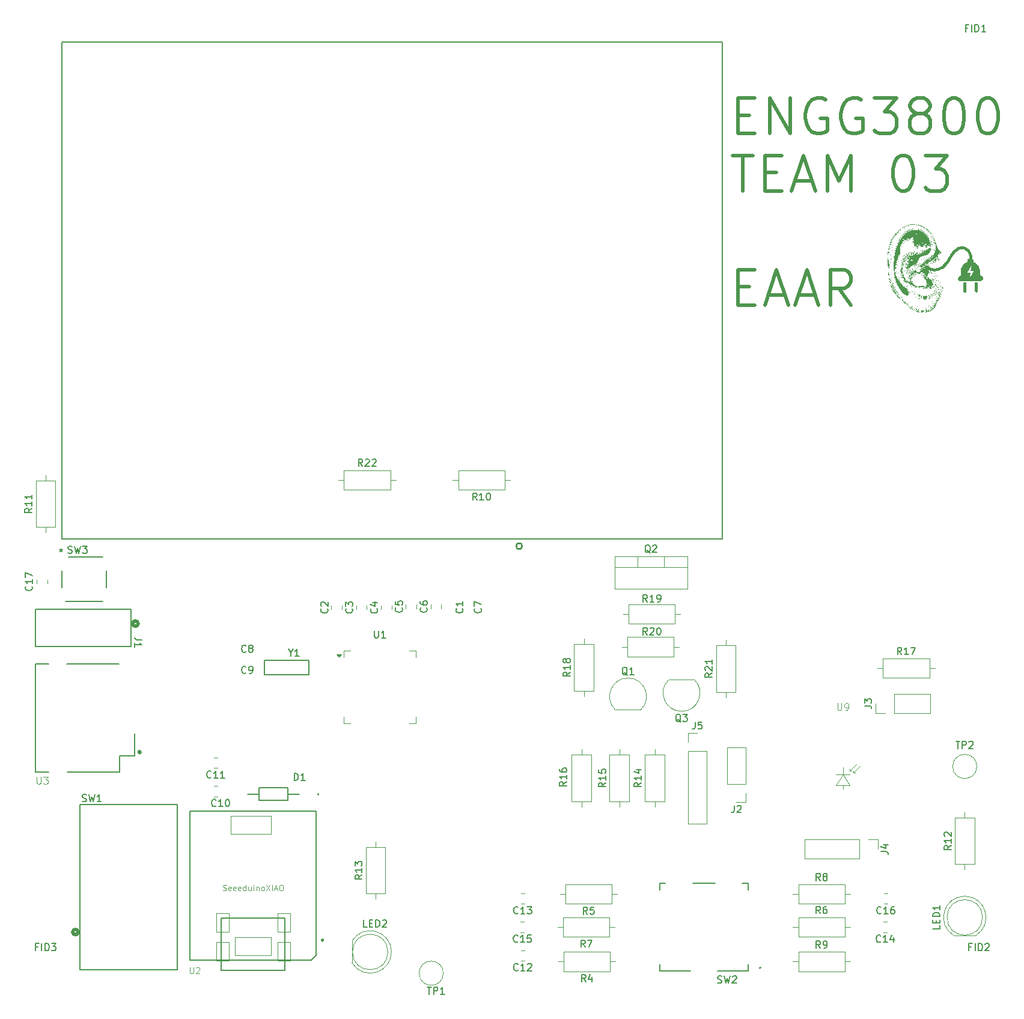
<source format=gbr>
%TF.GenerationSoftware,KiCad,Pcbnew,9.0.0*%
%TF.CreationDate,2025-05-12T01:47:31+10:00*%
%TF.ProjectId,Control_Unit,436f6e74-726f-46c5-9f55-6e69742e6b69,rev?*%
%TF.SameCoordinates,Original*%
%TF.FileFunction,Legend,Top*%
%TF.FilePolarity,Positive*%
%FSLAX46Y46*%
G04 Gerber Fmt 4.6, Leading zero omitted, Abs format (unit mm)*
G04 Created by KiCad (PCBNEW 9.0.0) date 2025-05-12 01:47:31*
%MOMM*%
%LPD*%
G01*
G04 APERTURE LIST*
%ADD10C,0.500000*%
%ADD11C,0.150000*%
%ADD12C,0.100000*%
%ADD13C,0.101600*%
%ADD14C,0.080000*%
%ADD15C,0.000000*%
%ADD16C,0.120000*%
%ADD17C,0.127000*%
%ADD18C,0.254000*%
%ADD19C,0.152400*%
%ADD20C,0.508000*%
%ADD21C,0.066040*%
%ADD22C,0.200000*%
G04 APERTURE END LIST*
D10*
X170003150Y-37212831D02*
X171669816Y-37212831D01*
X172384102Y-39831879D02*
X170003150Y-39831879D01*
X170003150Y-39831879D02*
X170003150Y-34831879D01*
X170003150Y-34831879D02*
X172384102Y-34831879D01*
X174526960Y-39831879D02*
X174526960Y-34831879D01*
X174526960Y-34831879D02*
X177384103Y-39831879D01*
X177384103Y-39831879D02*
X177384103Y-34831879D01*
X182384102Y-35069974D02*
X181907912Y-34831879D01*
X181907912Y-34831879D02*
X181193626Y-34831879D01*
X181193626Y-34831879D02*
X180479340Y-35069974D01*
X180479340Y-35069974D02*
X180003150Y-35546164D01*
X180003150Y-35546164D02*
X179765055Y-36022355D01*
X179765055Y-36022355D02*
X179526959Y-36974736D01*
X179526959Y-36974736D02*
X179526959Y-37689022D01*
X179526959Y-37689022D02*
X179765055Y-38641403D01*
X179765055Y-38641403D02*
X180003150Y-39117593D01*
X180003150Y-39117593D02*
X180479340Y-39593784D01*
X180479340Y-39593784D02*
X181193626Y-39831879D01*
X181193626Y-39831879D02*
X181669817Y-39831879D01*
X181669817Y-39831879D02*
X182384102Y-39593784D01*
X182384102Y-39593784D02*
X182622198Y-39355688D01*
X182622198Y-39355688D02*
X182622198Y-37689022D01*
X182622198Y-37689022D02*
X181669817Y-37689022D01*
X187384102Y-35069974D02*
X186907912Y-34831879D01*
X186907912Y-34831879D02*
X186193626Y-34831879D01*
X186193626Y-34831879D02*
X185479340Y-35069974D01*
X185479340Y-35069974D02*
X185003150Y-35546164D01*
X185003150Y-35546164D02*
X184765055Y-36022355D01*
X184765055Y-36022355D02*
X184526959Y-36974736D01*
X184526959Y-36974736D02*
X184526959Y-37689022D01*
X184526959Y-37689022D02*
X184765055Y-38641403D01*
X184765055Y-38641403D02*
X185003150Y-39117593D01*
X185003150Y-39117593D02*
X185479340Y-39593784D01*
X185479340Y-39593784D02*
X186193626Y-39831879D01*
X186193626Y-39831879D02*
X186669817Y-39831879D01*
X186669817Y-39831879D02*
X187384102Y-39593784D01*
X187384102Y-39593784D02*
X187622198Y-39355688D01*
X187622198Y-39355688D02*
X187622198Y-37689022D01*
X187622198Y-37689022D02*
X186669817Y-37689022D01*
X189288864Y-34831879D02*
X192384102Y-34831879D01*
X192384102Y-34831879D02*
X190717436Y-36736641D01*
X190717436Y-36736641D02*
X191431721Y-36736641D01*
X191431721Y-36736641D02*
X191907912Y-36974736D01*
X191907912Y-36974736D02*
X192146007Y-37212831D01*
X192146007Y-37212831D02*
X192384102Y-37689022D01*
X192384102Y-37689022D02*
X192384102Y-38879498D01*
X192384102Y-38879498D02*
X192146007Y-39355688D01*
X192146007Y-39355688D02*
X191907912Y-39593784D01*
X191907912Y-39593784D02*
X191431721Y-39831879D01*
X191431721Y-39831879D02*
X190003150Y-39831879D01*
X190003150Y-39831879D02*
X189526959Y-39593784D01*
X189526959Y-39593784D02*
X189288864Y-39355688D01*
X195241245Y-36974736D02*
X194765055Y-36736641D01*
X194765055Y-36736641D02*
X194526960Y-36498545D01*
X194526960Y-36498545D02*
X194288864Y-36022355D01*
X194288864Y-36022355D02*
X194288864Y-35784260D01*
X194288864Y-35784260D02*
X194526960Y-35308069D01*
X194526960Y-35308069D02*
X194765055Y-35069974D01*
X194765055Y-35069974D02*
X195241245Y-34831879D01*
X195241245Y-34831879D02*
X196193626Y-34831879D01*
X196193626Y-34831879D02*
X196669817Y-35069974D01*
X196669817Y-35069974D02*
X196907912Y-35308069D01*
X196907912Y-35308069D02*
X197146007Y-35784260D01*
X197146007Y-35784260D02*
X197146007Y-36022355D01*
X197146007Y-36022355D02*
X196907912Y-36498545D01*
X196907912Y-36498545D02*
X196669817Y-36736641D01*
X196669817Y-36736641D02*
X196193626Y-36974736D01*
X196193626Y-36974736D02*
X195241245Y-36974736D01*
X195241245Y-36974736D02*
X194765055Y-37212831D01*
X194765055Y-37212831D02*
X194526960Y-37450926D01*
X194526960Y-37450926D02*
X194288864Y-37927117D01*
X194288864Y-37927117D02*
X194288864Y-38879498D01*
X194288864Y-38879498D02*
X194526960Y-39355688D01*
X194526960Y-39355688D02*
X194765055Y-39593784D01*
X194765055Y-39593784D02*
X195241245Y-39831879D01*
X195241245Y-39831879D02*
X196193626Y-39831879D01*
X196193626Y-39831879D02*
X196669817Y-39593784D01*
X196669817Y-39593784D02*
X196907912Y-39355688D01*
X196907912Y-39355688D02*
X197146007Y-38879498D01*
X197146007Y-38879498D02*
X197146007Y-37927117D01*
X197146007Y-37927117D02*
X196907912Y-37450926D01*
X196907912Y-37450926D02*
X196669817Y-37212831D01*
X196669817Y-37212831D02*
X196193626Y-36974736D01*
X200241246Y-34831879D02*
X200717436Y-34831879D01*
X200717436Y-34831879D02*
X201193627Y-35069974D01*
X201193627Y-35069974D02*
X201431722Y-35308069D01*
X201431722Y-35308069D02*
X201669817Y-35784260D01*
X201669817Y-35784260D02*
X201907912Y-36736641D01*
X201907912Y-36736641D02*
X201907912Y-37927117D01*
X201907912Y-37927117D02*
X201669817Y-38879498D01*
X201669817Y-38879498D02*
X201431722Y-39355688D01*
X201431722Y-39355688D02*
X201193627Y-39593784D01*
X201193627Y-39593784D02*
X200717436Y-39831879D01*
X200717436Y-39831879D02*
X200241246Y-39831879D01*
X200241246Y-39831879D02*
X199765055Y-39593784D01*
X199765055Y-39593784D02*
X199526960Y-39355688D01*
X199526960Y-39355688D02*
X199288865Y-38879498D01*
X199288865Y-38879498D02*
X199050769Y-37927117D01*
X199050769Y-37927117D02*
X199050769Y-36736641D01*
X199050769Y-36736641D02*
X199288865Y-35784260D01*
X199288865Y-35784260D02*
X199526960Y-35308069D01*
X199526960Y-35308069D02*
X199765055Y-35069974D01*
X199765055Y-35069974D02*
X200241246Y-34831879D01*
X205003151Y-34831879D02*
X205479341Y-34831879D01*
X205479341Y-34831879D02*
X205955532Y-35069974D01*
X205955532Y-35069974D02*
X206193627Y-35308069D01*
X206193627Y-35308069D02*
X206431722Y-35784260D01*
X206431722Y-35784260D02*
X206669817Y-36736641D01*
X206669817Y-36736641D02*
X206669817Y-37927117D01*
X206669817Y-37927117D02*
X206431722Y-38879498D01*
X206431722Y-38879498D02*
X206193627Y-39355688D01*
X206193627Y-39355688D02*
X205955532Y-39593784D01*
X205955532Y-39593784D02*
X205479341Y-39831879D01*
X205479341Y-39831879D02*
X205003151Y-39831879D01*
X205003151Y-39831879D02*
X204526960Y-39593784D01*
X204526960Y-39593784D02*
X204288865Y-39355688D01*
X204288865Y-39355688D02*
X204050770Y-38879498D01*
X204050770Y-38879498D02*
X203812674Y-37927117D01*
X203812674Y-37927117D02*
X203812674Y-36736641D01*
X203812674Y-36736641D02*
X204050770Y-35784260D01*
X204050770Y-35784260D02*
X204288865Y-35308069D01*
X204288865Y-35308069D02*
X204526960Y-35069974D01*
X204526960Y-35069974D02*
X205003151Y-34831879D01*
X169288864Y-42881599D02*
X172146007Y-42881599D01*
X170717435Y-47881599D02*
X170717435Y-42881599D01*
X173812674Y-45262551D02*
X175479340Y-45262551D01*
X176193626Y-47881599D02*
X173812674Y-47881599D01*
X173812674Y-47881599D02*
X173812674Y-42881599D01*
X173812674Y-42881599D02*
X176193626Y-42881599D01*
X178098388Y-46453027D02*
X180479341Y-46453027D01*
X177622198Y-47881599D02*
X179288865Y-42881599D01*
X179288865Y-42881599D02*
X180955531Y-47881599D01*
X182622198Y-47881599D02*
X182622198Y-42881599D01*
X182622198Y-42881599D02*
X184288864Y-46453027D01*
X184288864Y-46453027D02*
X185955531Y-42881599D01*
X185955531Y-42881599D02*
X185955531Y-47881599D01*
X193098389Y-42881599D02*
X193574579Y-42881599D01*
X193574579Y-42881599D02*
X194050770Y-43119694D01*
X194050770Y-43119694D02*
X194288865Y-43357789D01*
X194288865Y-43357789D02*
X194526960Y-43833980D01*
X194526960Y-43833980D02*
X194765055Y-44786361D01*
X194765055Y-44786361D02*
X194765055Y-45976837D01*
X194765055Y-45976837D02*
X194526960Y-46929218D01*
X194526960Y-46929218D02*
X194288865Y-47405408D01*
X194288865Y-47405408D02*
X194050770Y-47643504D01*
X194050770Y-47643504D02*
X193574579Y-47881599D01*
X193574579Y-47881599D02*
X193098389Y-47881599D01*
X193098389Y-47881599D02*
X192622198Y-47643504D01*
X192622198Y-47643504D02*
X192384103Y-47405408D01*
X192384103Y-47405408D02*
X192146008Y-46929218D01*
X192146008Y-46929218D02*
X191907912Y-45976837D01*
X191907912Y-45976837D02*
X191907912Y-44786361D01*
X191907912Y-44786361D02*
X192146008Y-43833980D01*
X192146008Y-43833980D02*
X192384103Y-43357789D01*
X192384103Y-43357789D02*
X192622198Y-43119694D01*
X192622198Y-43119694D02*
X193098389Y-42881599D01*
X196431722Y-42881599D02*
X199526960Y-42881599D01*
X199526960Y-42881599D02*
X197860294Y-44786361D01*
X197860294Y-44786361D02*
X198574579Y-44786361D01*
X198574579Y-44786361D02*
X199050770Y-45024456D01*
X199050770Y-45024456D02*
X199288865Y-45262551D01*
X199288865Y-45262551D02*
X199526960Y-45738742D01*
X199526960Y-45738742D02*
X199526960Y-46929218D01*
X199526960Y-46929218D02*
X199288865Y-47405408D01*
X199288865Y-47405408D02*
X199050770Y-47643504D01*
X199050770Y-47643504D02*
X198574579Y-47881599D01*
X198574579Y-47881599D02*
X197146008Y-47881599D01*
X197146008Y-47881599D02*
X196669817Y-47643504D01*
X196669817Y-47643504D02*
X196431722Y-47405408D01*
X170003150Y-61361991D02*
X171669816Y-61361991D01*
X172384102Y-63981039D02*
X170003150Y-63981039D01*
X170003150Y-63981039D02*
X170003150Y-58981039D01*
X170003150Y-58981039D02*
X172384102Y-58981039D01*
X174288864Y-62552467D02*
X176669817Y-62552467D01*
X173812674Y-63981039D02*
X175479341Y-58981039D01*
X175479341Y-58981039D02*
X177146007Y-63981039D01*
X178574578Y-62552467D02*
X180955531Y-62552467D01*
X178098388Y-63981039D02*
X179765055Y-58981039D01*
X179765055Y-58981039D02*
X181431721Y-63981039D01*
X185955531Y-63981039D02*
X184288864Y-61600086D01*
X183098388Y-63981039D02*
X183098388Y-58981039D01*
X183098388Y-58981039D02*
X185003150Y-58981039D01*
X185003150Y-58981039D02*
X185479340Y-59219134D01*
X185479340Y-59219134D02*
X185717435Y-59457229D01*
X185717435Y-59457229D02*
X185955531Y-59933420D01*
X185955531Y-59933420D02*
X185955531Y-60647705D01*
X185955531Y-60647705D02*
X185717435Y-61123896D01*
X185717435Y-61123896D02*
X185479340Y-61361991D01*
X185479340Y-61361991D02*
X185003150Y-61600086D01*
X185003150Y-61600086D02*
X183098388Y-61600086D01*
D11*
X139068642Y-157678080D02*
X139021023Y-157725700D01*
X139021023Y-157725700D02*
X138878166Y-157773319D01*
X138878166Y-157773319D02*
X138782928Y-157773319D01*
X138782928Y-157773319D02*
X138640071Y-157725700D01*
X138640071Y-157725700D02*
X138544833Y-157630461D01*
X138544833Y-157630461D02*
X138497214Y-157535223D01*
X138497214Y-157535223D02*
X138449595Y-157344747D01*
X138449595Y-157344747D02*
X138449595Y-157201890D01*
X138449595Y-157201890D02*
X138497214Y-157011414D01*
X138497214Y-157011414D02*
X138544833Y-156916176D01*
X138544833Y-156916176D02*
X138640071Y-156820938D01*
X138640071Y-156820938D02*
X138782928Y-156773319D01*
X138782928Y-156773319D02*
X138878166Y-156773319D01*
X138878166Y-156773319D02*
X139021023Y-156820938D01*
X139021023Y-156820938D02*
X139068642Y-156868557D01*
X140021023Y-157773319D02*
X139449595Y-157773319D01*
X139735309Y-157773319D02*
X139735309Y-156773319D01*
X139735309Y-156773319D02*
X139640071Y-156916176D01*
X139640071Y-156916176D02*
X139544833Y-157011414D01*
X139544833Y-157011414D02*
X139449595Y-157059033D01*
X140401976Y-156868557D02*
X140449595Y-156820938D01*
X140449595Y-156820938D02*
X140544833Y-156773319D01*
X140544833Y-156773319D02*
X140782928Y-156773319D01*
X140782928Y-156773319D02*
X140878166Y-156820938D01*
X140878166Y-156820938D02*
X140925785Y-156868557D01*
X140925785Y-156868557D02*
X140973404Y-156963795D01*
X140973404Y-156963795D02*
X140973404Y-157059033D01*
X140973404Y-157059033D02*
X140925785Y-157201890D01*
X140925785Y-157201890D02*
X140354357Y-157773319D01*
X140354357Y-157773319D02*
X140973404Y-157773319D01*
X107023809Y-112978648D02*
X107023809Y-113454839D01*
X106690476Y-112454839D02*
X107023809Y-112978648D01*
X107023809Y-112978648D02*
X107357142Y-112454839D01*
X108214285Y-113454839D02*
X107642857Y-113454839D01*
X107928571Y-113454839D02*
X107928571Y-112454839D01*
X107928571Y-112454839D02*
X107833333Y-112597696D01*
X107833333Y-112597696D02*
X107738095Y-112692934D01*
X107738095Y-112692934D02*
X107642857Y-112740553D01*
X190148642Y-153678080D02*
X190101023Y-153725700D01*
X190101023Y-153725700D02*
X189958166Y-153773319D01*
X189958166Y-153773319D02*
X189862928Y-153773319D01*
X189862928Y-153773319D02*
X189720071Y-153725700D01*
X189720071Y-153725700D02*
X189624833Y-153630461D01*
X189624833Y-153630461D02*
X189577214Y-153535223D01*
X189577214Y-153535223D02*
X189529595Y-153344747D01*
X189529595Y-153344747D02*
X189529595Y-153201890D01*
X189529595Y-153201890D02*
X189577214Y-153011414D01*
X189577214Y-153011414D02*
X189624833Y-152916176D01*
X189624833Y-152916176D02*
X189720071Y-152820938D01*
X189720071Y-152820938D02*
X189862928Y-152773319D01*
X189862928Y-152773319D02*
X189958166Y-152773319D01*
X189958166Y-152773319D02*
X190101023Y-152820938D01*
X190101023Y-152820938D02*
X190148642Y-152868557D01*
X191101023Y-153773319D02*
X190529595Y-153773319D01*
X190815309Y-153773319D02*
X190815309Y-152773319D01*
X190815309Y-152773319D02*
X190720071Y-152916176D01*
X190720071Y-152916176D02*
X190624833Y-153011414D01*
X190624833Y-153011414D02*
X190529595Y-153059033D01*
X191958166Y-153106652D02*
X191958166Y-153773319D01*
X191720071Y-152725700D02*
X191481976Y-153439985D01*
X191481976Y-153439985D02*
X192101023Y-153439985D01*
X100737333Y-112809580D02*
X100689714Y-112857200D01*
X100689714Y-112857200D02*
X100546857Y-112904819D01*
X100546857Y-112904819D02*
X100451619Y-112904819D01*
X100451619Y-112904819D02*
X100308762Y-112857200D01*
X100308762Y-112857200D02*
X100213524Y-112761961D01*
X100213524Y-112761961D02*
X100165905Y-112666723D01*
X100165905Y-112666723D02*
X100118286Y-112476247D01*
X100118286Y-112476247D02*
X100118286Y-112333390D01*
X100118286Y-112333390D02*
X100165905Y-112142914D01*
X100165905Y-112142914D02*
X100213524Y-112047676D01*
X100213524Y-112047676D02*
X100308762Y-111952438D01*
X100308762Y-111952438D02*
X100451619Y-111904819D01*
X100451619Y-111904819D02*
X100546857Y-111904819D01*
X100546857Y-111904819D02*
X100689714Y-111952438D01*
X100689714Y-111952438D02*
X100737333Y-112000057D01*
X101308762Y-112333390D02*
X101213524Y-112285771D01*
X101213524Y-112285771D02*
X101165905Y-112238152D01*
X101165905Y-112238152D02*
X101118286Y-112142914D01*
X101118286Y-112142914D02*
X101118286Y-112095295D01*
X101118286Y-112095295D02*
X101165905Y-112000057D01*
X101165905Y-112000057D02*
X101213524Y-111952438D01*
X101213524Y-111952438D02*
X101308762Y-111904819D01*
X101308762Y-111904819D02*
X101499238Y-111904819D01*
X101499238Y-111904819D02*
X101594476Y-111952438D01*
X101594476Y-111952438D02*
X101642095Y-112000057D01*
X101642095Y-112000057D02*
X101689714Y-112095295D01*
X101689714Y-112095295D02*
X101689714Y-112142914D01*
X101689714Y-112142914D02*
X101642095Y-112238152D01*
X101642095Y-112238152D02*
X101594476Y-112285771D01*
X101594476Y-112285771D02*
X101499238Y-112333390D01*
X101499238Y-112333390D02*
X101308762Y-112333390D01*
X101308762Y-112333390D02*
X101213524Y-112381009D01*
X101213524Y-112381009D02*
X101165905Y-112428628D01*
X101165905Y-112428628D02*
X101118286Y-112523866D01*
X101118286Y-112523866D02*
X101118286Y-112714342D01*
X101118286Y-112714342D02*
X101165905Y-112809580D01*
X101165905Y-112809580D02*
X101213524Y-112857200D01*
X101213524Y-112857200D02*
X101308762Y-112904819D01*
X101308762Y-112904819D02*
X101499238Y-112904819D01*
X101499238Y-112904819D02*
X101594476Y-112857200D01*
X101594476Y-112857200D02*
X101642095Y-112809580D01*
X101642095Y-112809580D02*
X101689714Y-112714342D01*
X101689714Y-112714342D02*
X101689714Y-112523866D01*
X101689714Y-112523866D02*
X101642095Y-112428628D01*
X101642095Y-112428628D02*
X101594476Y-112381009D01*
X101594476Y-112381009D02*
X101499238Y-112333390D01*
X181662333Y-154584819D02*
X181329000Y-154108628D01*
X181090905Y-154584819D02*
X181090905Y-153584819D01*
X181090905Y-153584819D02*
X181471857Y-153584819D01*
X181471857Y-153584819D02*
X181567095Y-153632438D01*
X181567095Y-153632438D02*
X181614714Y-153680057D01*
X181614714Y-153680057D02*
X181662333Y-153775295D01*
X181662333Y-153775295D02*
X181662333Y-153918152D01*
X181662333Y-153918152D02*
X181614714Y-154013390D01*
X181614714Y-154013390D02*
X181567095Y-154061009D01*
X181567095Y-154061009D02*
X181471857Y-154108628D01*
X181471857Y-154108628D02*
X181090905Y-154108628D01*
X182138524Y-154584819D02*
X182329000Y-154584819D01*
X182329000Y-154584819D02*
X182424238Y-154537200D01*
X182424238Y-154537200D02*
X182471857Y-154489580D01*
X182471857Y-154489580D02*
X182567095Y-154346723D01*
X182567095Y-154346723D02*
X182614714Y-154156247D01*
X182614714Y-154156247D02*
X182614714Y-153775295D01*
X182614714Y-153775295D02*
X182567095Y-153680057D01*
X182567095Y-153680057D02*
X182519476Y-153632438D01*
X182519476Y-153632438D02*
X182424238Y-153584819D01*
X182424238Y-153584819D02*
X182233762Y-153584819D01*
X182233762Y-153584819D02*
X182138524Y-153632438D01*
X182138524Y-153632438D02*
X182090905Y-153680057D01*
X182090905Y-153680057D02*
X182043286Y-153775295D01*
X182043286Y-153775295D02*
X182043286Y-154013390D01*
X182043286Y-154013390D02*
X182090905Y-154108628D01*
X182090905Y-154108628D02*
X182138524Y-154156247D01*
X182138524Y-154156247D02*
X182233762Y-154203866D01*
X182233762Y-154203866D02*
X182424238Y-154203866D01*
X182424238Y-154203866D02*
X182519476Y-154156247D01*
X182519476Y-154156247D02*
X182567095Y-154108628D01*
X182567095Y-154108628D02*
X182614714Y-154013390D01*
D12*
X184067095Y-120095919D02*
X184067095Y-120905442D01*
X184067095Y-120905442D02*
X184114714Y-121000680D01*
X184114714Y-121000680D02*
X184162333Y-121048300D01*
X184162333Y-121048300D02*
X184257571Y-121095919D01*
X184257571Y-121095919D02*
X184448047Y-121095919D01*
X184448047Y-121095919D02*
X184543285Y-121048300D01*
X184543285Y-121048300D02*
X184590904Y-121000680D01*
X184590904Y-121000680D02*
X184638523Y-120905442D01*
X184638523Y-120905442D02*
X184638523Y-120095919D01*
X185162333Y-121095919D02*
X185352809Y-121095919D01*
X185352809Y-121095919D02*
X185448047Y-121048300D01*
X185448047Y-121048300D02*
X185495666Y-121000680D01*
X185495666Y-121000680D02*
X185590904Y-120857823D01*
X185590904Y-120857823D02*
X185638523Y-120667347D01*
X185638523Y-120667347D02*
X185638523Y-120286395D01*
X185638523Y-120286395D02*
X185590904Y-120191157D01*
X185590904Y-120191157D02*
X185543285Y-120143538D01*
X185543285Y-120143538D02*
X185448047Y-120095919D01*
X185448047Y-120095919D02*
X185257571Y-120095919D01*
X185257571Y-120095919D02*
X185162333Y-120143538D01*
X185162333Y-120143538D02*
X185114714Y-120191157D01*
X185114714Y-120191157D02*
X185067095Y-120286395D01*
X185067095Y-120286395D02*
X185067095Y-120524490D01*
X185067095Y-120524490D02*
X185114714Y-120619728D01*
X185114714Y-120619728D02*
X185162333Y-120667347D01*
X185162333Y-120667347D02*
X185257571Y-120714966D01*
X185257571Y-120714966D02*
X185448047Y-120714966D01*
X185448047Y-120714966D02*
X185543285Y-120667347D01*
X185543285Y-120667347D02*
X185590904Y-120619728D01*
X185590904Y-120619728D02*
X185638523Y-120524490D01*
D11*
X157266142Y-110454839D02*
X156932809Y-109978648D01*
X156694714Y-110454839D02*
X156694714Y-109454839D01*
X156694714Y-109454839D02*
X157075666Y-109454839D01*
X157075666Y-109454839D02*
X157170904Y-109502458D01*
X157170904Y-109502458D02*
X157218523Y-109550077D01*
X157218523Y-109550077D02*
X157266142Y-109645315D01*
X157266142Y-109645315D02*
X157266142Y-109788172D01*
X157266142Y-109788172D02*
X157218523Y-109883410D01*
X157218523Y-109883410D02*
X157170904Y-109931029D01*
X157170904Y-109931029D02*
X157075666Y-109978648D01*
X157075666Y-109978648D02*
X156694714Y-109978648D01*
X157647095Y-109550077D02*
X157694714Y-109502458D01*
X157694714Y-109502458D02*
X157789952Y-109454839D01*
X157789952Y-109454839D02*
X158028047Y-109454839D01*
X158028047Y-109454839D02*
X158123285Y-109502458D01*
X158123285Y-109502458D02*
X158170904Y-109550077D01*
X158170904Y-109550077D02*
X158218523Y-109645315D01*
X158218523Y-109645315D02*
X158218523Y-109740553D01*
X158218523Y-109740553D02*
X158170904Y-109883410D01*
X158170904Y-109883410D02*
X157599476Y-110454839D01*
X157599476Y-110454839D02*
X158218523Y-110454839D01*
X158837571Y-109454839D02*
X158932809Y-109454839D01*
X158932809Y-109454839D02*
X159028047Y-109502458D01*
X159028047Y-109502458D02*
X159075666Y-109550077D01*
X159075666Y-109550077D02*
X159123285Y-109645315D01*
X159123285Y-109645315D02*
X159170904Y-109835791D01*
X159170904Y-109835791D02*
X159170904Y-110073886D01*
X159170904Y-110073886D02*
X159123285Y-110264362D01*
X159123285Y-110264362D02*
X159075666Y-110359600D01*
X159075666Y-110359600D02*
X159028047Y-110407220D01*
X159028047Y-110407220D02*
X158932809Y-110454839D01*
X158932809Y-110454839D02*
X158837571Y-110454839D01*
X158837571Y-110454839D02*
X158742333Y-110407220D01*
X158742333Y-110407220D02*
X158694714Y-110359600D01*
X158694714Y-110359600D02*
X158647095Y-110264362D01*
X158647095Y-110264362D02*
X158599476Y-110073886D01*
X158599476Y-110073886D02*
X158599476Y-109835791D01*
X158599476Y-109835791D02*
X158647095Y-109645315D01*
X158647095Y-109645315D02*
X158694714Y-109550077D01*
X158694714Y-109550077D02*
X158742333Y-109502458D01*
X158742333Y-109502458D02*
X158837571Y-109454839D01*
X169495666Y-134503319D02*
X169495666Y-135217604D01*
X169495666Y-135217604D02*
X169448047Y-135360461D01*
X169448047Y-135360461D02*
X169352809Y-135455700D01*
X169352809Y-135455700D02*
X169209952Y-135503319D01*
X169209952Y-135503319D02*
X169114714Y-135503319D01*
X169924238Y-134598557D02*
X169971857Y-134550938D01*
X169971857Y-134550938D02*
X170067095Y-134503319D01*
X170067095Y-134503319D02*
X170305190Y-134503319D01*
X170305190Y-134503319D02*
X170400428Y-134550938D01*
X170400428Y-134550938D02*
X170448047Y-134598557D01*
X170448047Y-134598557D02*
X170495666Y-134693795D01*
X170495666Y-134693795D02*
X170495666Y-134789033D01*
X170495666Y-134789033D02*
X170448047Y-134931890D01*
X170448047Y-134931890D02*
X169876619Y-135503319D01*
X169876619Y-135503319D02*
X170495666Y-135503319D01*
X139068642Y-149678080D02*
X139021023Y-149725700D01*
X139021023Y-149725700D02*
X138878166Y-149773319D01*
X138878166Y-149773319D02*
X138782928Y-149773319D01*
X138782928Y-149773319D02*
X138640071Y-149725700D01*
X138640071Y-149725700D02*
X138544833Y-149630461D01*
X138544833Y-149630461D02*
X138497214Y-149535223D01*
X138497214Y-149535223D02*
X138449595Y-149344747D01*
X138449595Y-149344747D02*
X138449595Y-149201890D01*
X138449595Y-149201890D02*
X138497214Y-149011414D01*
X138497214Y-149011414D02*
X138544833Y-148916176D01*
X138544833Y-148916176D02*
X138640071Y-148820938D01*
X138640071Y-148820938D02*
X138782928Y-148773319D01*
X138782928Y-148773319D02*
X138878166Y-148773319D01*
X138878166Y-148773319D02*
X139021023Y-148820938D01*
X139021023Y-148820938D02*
X139068642Y-148868557D01*
X140021023Y-149773319D02*
X139449595Y-149773319D01*
X139735309Y-149773319D02*
X139735309Y-148773319D01*
X139735309Y-148773319D02*
X139640071Y-148916176D01*
X139640071Y-148916176D02*
X139544833Y-149011414D01*
X139544833Y-149011414D02*
X139449595Y-149059033D01*
X140354357Y-148773319D02*
X140973404Y-148773319D01*
X140973404Y-148773319D02*
X140640071Y-149154271D01*
X140640071Y-149154271D02*
X140782928Y-149154271D01*
X140782928Y-149154271D02*
X140878166Y-149201890D01*
X140878166Y-149201890D02*
X140925785Y-149249509D01*
X140925785Y-149249509D02*
X140973404Y-149344747D01*
X140973404Y-149344747D02*
X140973404Y-149582842D01*
X140973404Y-149582842D02*
X140925785Y-149678080D01*
X140925785Y-149678080D02*
X140878166Y-149725700D01*
X140878166Y-149725700D02*
X140782928Y-149773319D01*
X140782928Y-149773319D02*
X140497214Y-149773319D01*
X140497214Y-149773319D02*
X140401976Y-149725700D01*
X140401976Y-149725700D02*
X140354357Y-149678080D01*
X198494819Y-151389047D02*
X198494819Y-151865237D01*
X198494819Y-151865237D02*
X197494819Y-151865237D01*
X197971009Y-151055713D02*
X197971009Y-150722380D01*
X198494819Y-150579523D02*
X198494819Y-151055713D01*
X198494819Y-151055713D02*
X197494819Y-151055713D01*
X197494819Y-151055713D02*
X197494819Y-150579523D01*
X198494819Y-150150951D02*
X197494819Y-150150951D01*
X197494819Y-150150951D02*
X197494819Y-149912856D01*
X197494819Y-149912856D02*
X197542438Y-149769999D01*
X197542438Y-149769999D02*
X197637676Y-149674761D01*
X197637676Y-149674761D02*
X197732914Y-149627142D01*
X197732914Y-149627142D02*
X197923390Y-149579523D01*
X197923390Y-149579523D02*
X198066247Y-149579523D01*
X198066247Y-149579523D02*
X198256723Y-149627142D01*
X198256723Y-149627142D02*
X198351961Y-149674761D01*
X198351961Y-149674761D02*
X198447200Y-149769999D01*
X198447200Y-149769999D02*
X198494819Y-149912856D01*
X198494819Y-149912856D02*
X198494819Y-150150951D01*
X198494819Y-148627142D02*
X198494819Y-149198570D01*
X198494819Y-148912856D02*
X197494819Y-148912856D01*
X197494819Y-148912856D02*
X197637676Y-149008094D01*
X197637676Y-149008094D02*
X197732914Y-149103332D01*
X197732914Y-149103332D02*
X197780533Y-149198570D01*
X200738095Y-125454819D02*
X201309523Y-125454819D01*
X201023809Y-126454819D02*
X201023809Y-125454819D01*
X201642857Y-126454819D02*
X201642857Y-125454819D01*
X201642857Y-125454819D02*
X202023809Y-125454819D01*
X202023809Y-125454819D02*
X202119047Y-125502438D01*
X202119047Y-125502438D02*
X202166666Y-125550057D01*
X202166666Y-125550057D02*
X202214285Y-125645295D01*
X202214285Y-125645295D02*
X202214285Y-125788152D01*
X202214285Y-125788152D02*
X202166666Y-125883390D01*
X202166666Y-125883390D02*
X202119047Y-125931009D01*
X202119047Y-125931009D02*
X202023809Y-125978628D01*
X202023809Y-125978628D02*
X201642857Y-125978628D01*
X202595238Y-125550057D02*
X202642857Y-125502438D01*
X202642857Y-125502438D02*
X202738095Y-125454819D01*
X202738095Y-125454819D02*
X202976190Y-125454819D01*
X202976190Y-125454819D02*
X203071428Y-125502438D01*
X203071428Y-125502438D02*
X203119047Y-125550057D01*
X203119047Y-125550057D02*
X203166666Y-125645295D01*
X203166666Y-125645295D02*
X203166666Y-125740533D01*
X203166666Y-125740533D02*
X203119047Y-125883390D01*
X203119047Y-125883390D02*
X202547619Y-126454819D01*
X202547619Y-126454819D02*
X203166666Y-126454819D01*
X146413819Y-115701357D02*
X145937628Y-116034690D01*
X146413819Y-116272785D02*
X145413819Y-116272785D01*
X145413819Y-116272785D02*
X145413819Y-115891833D01*
X145413819Y-115891833D02*
X145461438Y-115796595D01*
X145461438Y-115796595D02*
X145509057Y-115748976D01*
X145509057Y-115748976D02*
X145604295Y-115701357D01*
X145604295Y-115701357D02*
X145747152Y-115701357D01*
X145747152Y-115701357D02*
X145842390Y-115748976D01*
X145842390Y-115748976D02*
X145890009Y-115796595D01*
X145890009Y-115796595D02*
X145937628Y-115891833D01*
X145937628Y-115891833D02*
X145937628Y-116272785D01*
X146413819Y-114748976D02*
X146413819Y-115320404D01*
X146413819Y-115034690D02*
X145413819Y-115034690D01*
X145413819Y-115034690D02*
X145556676Y-115129928D01*
X145556676Y-115129928D02*
X145651914Y-115225166D01*
X145651914Y-115225166D02*
X145699533Y-115320404D01*
X145842390Y-114177547D02*
X145794771Y-114272785D01*
X145794771Y-114272785D02*
X145747152Y-114320404D01*
X145747152Y-114320404D02*
X145651914Y-114368023D01*
X145651914Y-114368023D02*
X145604295Y-114368023D01*
X145604295Y-114368023D02*
X145509057Y-114320404D01*
X145509057Y-114320404D02*
X145461438Y-114272785D01*
X145461438Y-114272785D02*
X145413819Y-114177547D01*
X145413819Y-114177547D02*
X145413819Y-113987071D01*
X145413819Y-113987071D02*
X145461438Y-113891833D01*
X145461438Y-113891833D02*
X145509057Y-113844214D01*
X145509057Y-113844214D02*
X145604295Y-113796595D01*
X145604295Y-113796595D02*
X145651914Y-113796595D01*
X145651914Y-113796595D02*
X145747152Y-113844214D01*
X145747152Y-113844214D02*
X145794771Y-113891833D01*
X145794771Y-113891833D02*
X145842390Y-113987071D01*
X145842390Y-113987071D02*
X145842390Y-114177547D01*
X145842390Y-114177547D02*
X145890009Y-114272785D01*
X145890009Y-114272785D02*
X145937628Y-114320404D01*
X145937628Y-114320404D02*
X146032866Y-114368023D01*
X146032866Y-114368023D02*
X146223342Y-114368023D01*
X146223342Y-114368023D02*
X146318580Y-114320404D01*
X146318580Y-114320404D02*
X146366200Y-114272785D01*
X146366200Y-114272785D02*
X146413819Y-114177547D01*
X146413819Y-114177547D02*
X146413819Y-113987071D01*
X146413819Y-113987071D02*
X146366200Y-113891833D01*
X146366200Y-113891833D02*
X146318580Y-113844214D01*
X146318580Y-113844214D02*
X146223342Y-113796595D01*
X146223342Y-113796595D02*
X146032866Y-113796595D01*
X146032866Y-113796595D02*
X145937628Y-113844214D01*
X145937628Y-113844214D02*
X145890009Y-113891833D01*
X145890009Y-113891833D02*
X145842390Y-113987071D01*
X148833333Y-149824819D02*
X148500000Y-149348628D01*
X148261905Y-149824819D02*
X148261905Y-148824819D01*
X148261905Y-148824819D02*
X148642857Y-148824819D01*
X148642857Y-148824819D02*
X148738095Y-148872438D01*
X148738095Y-148872438D02*
X148785714Y-148920057D01*
X148785714Y-148920057D02*
X148833333Y-149015295D01*
X148833333Y-149015295D02*
X148833333Y-149158152D01*
X148833333Y-149158152D02*
X148785714Y-149253390D01*
X148785714Y-149253390D02*
X148738095Y-149301009D01*
X148738095Y-149301009D02*
X148642857Y-149348628D01*
X148642857Y-149348628D02*
X148261905Y-149348628D01*
X149738095Y-148824819D02*
X149261905Y-148824819D01*
X149261905Y-148824819D02*
X149214286Y-149301009D01*
X149214286Y-149301009D02*
X149261905Y-149253390D01*
X149261905Y-149253390D02*
X149357143Y-149205771D01*
X149357143Y-149205771D02*
X149595238Y-149205771D01*
X149595238Y-149205771D02*
X149690476Y-149253390D01*
X149690476Y-149253390D02*
X149738095Y-149301009D01*
X149738095Y-149301009D02*
X149785714Y-149396247D01*
X149785714Y-149396247D02*
X149785714Y-149634342D01*
X149785714Y-149634342D02*
X149738095Y-149729580D01*
X149738095Y-149729580D02*
X149690476Y-149777200D01*
X149690476Y-149777200D02*
X149595238Y-149824819D01*
X149595238Y-149824819D02*
X149357143Y-149824819D01*
X149357143Y-149824819D02*
X149261905Y-149777200D01*
X149261905Y-149777200D02*
X149214286Y-149729580D01*
X166413819Y-115861357D02*
X165937628Y-116194690D01*
X166413819Y-116432785D02*
X165413819Y-116432785D01*
X165413819Y-116432785D02*
X165413819Y-116051833D01*
X165413819Y-116051833D02*
X165461438Y-115956595D01*
X165461438Y-115956595D02*
X165509057Y-115908976D01*
X165509057Y-115908976D02*
X165604295Y-115861357D01*
X165604295Y-115861357D02*
X165747152Y-115861357D01*
X165747152Y-115861357D02*
X165842390Y-115908976D01*
X165842390Y-115908976D02*
X165890009Y-115956595D01*
X165890009Y-115956595D02*
X165937628Y-116051833D01*
X165937628Y-116051833D02*
X165937628Y-116432785D01*
X165509057Y-115480404D02*
X165461438Y-115432785D01*
X165461438Y-115432785D02*
X165413819Y-115337547D01*
X165413819Y-115337547D02*
X165413819Y-115099452D01*
X165413819Y-115099452D02*
X165461438Y-115004214D01*
X165461438Y-115004214D02*
X165509057Y-114956595D01*
X165509057Y-114956595D02*
X165604295Y-114908976D01*
X165604295Y-114908976D02*
X165699533Y-114908976D01*
X165699533Y-114908976D02*
X165842390Y-114956595D01*
X165842390Y-114956595D02*
X166413819Y-115528023D01*
X166413819Y-115528023D02*
X166413819Y-114908976D01*
X166413819Y-113956595D02*
X166413819Y-114528023D01*
X166413819Y-114242309D02*
X165413819Y-114242309D01*
X165413819Y-114242309D02*
X165556676Y-114337547D01*
X165556676Y-114337547D02*
X165651914Y-114432785D01*
X165651914Y-114432785D02*
X165699533Y-114528023D01*
X156413819Y-131281357D02*
X155937628Y-131614690D01*
X156413819Y-131852785D02*
X155413819Y-131852785D01*
X155413819Y-131852785D02*
X155413819Y-131471833D01*
X155413819Y-131471833D02*
X155461438Y-131376595D01*
X155461438Y-131376595D02*
X155509057Y-131328976D01*
X155509057Y-131328976D02*
X155604295Y-131281357D01*
X155604295Y-131281357D02*
X155747152Y-131281357D01*
X155747152Y-131281357D02*
X155842390Y-131328976D01*
X155842390Y-131328976D02*
X155890009Y-131376595D01*
X155890009Y-131376595D02*
X155937628Y-131471833D01*
X155937628Y-131471833D02*
X155937628Y-131852785D01*
X156413819Y-130328976D02*
X156413819Y-130900404D01*
X156413819Y-130614690D02*
X155413819Y-130614690D01*
X155413819Y-130614690D02*
X155556676Y-130709928D01*
X155556676Y-130709928D02*
X155651914Y-130805166D01*
X155651914Y-130805166D02*
X155699533Y-130900404D01*
X155747152Y-129471833D02*
X156413819Y-129471833D01*
X155366200Y-129709928D02*
X156080485Y-129948023D01*
X156080485Y-129948023D02*
X156080485Y-129328976D01*
X181662333Y-149723319D02*
X181329000Y-149247128D01*
X181090905Y-149723319D02*
X181090905Y-148723319D01*
X181090905Y-148723319D02*
X181471857Y-148723319D01*
X181471857Y-148723319D02*
X181567095Y-148770938D01*
X181567095Y-148770938D02*
X181614714Y-148818557D01*
X181614714Y-148818557D02*
X181662333Y-148913795D01*
X181662333Y-148913795D02*
X181662333Y-149056652D01*
X181662333Y-149056652D02*
X181614714Y-149151890D01*
X181614714Y-149151890D02*
X181567095Y-149199509D01*
X181567095Y-149199509D02*
X181471857Y-149247128D01*
X181471857Y-149247128D02*
X181090905Y-149247128D01*
X182519476Y-148723319D02*
X182329000Y-148723319D01*
X182329000Y-148723319D02*
X182233762Y-148770938D01*
X182233762Y-148770938D02*
X182186143Y-148818557D01*
X182186143Y-148818557D02*
X182090905Y-148961414D01*
X182090905Y-148961414D02*
X182043286Y-149151890D01*
X182043286Y-149151890D02*
X182043286Y-149532842D01*
X182043286Y-149532842D02*
X182090905Y-149628080D01*
X182090905Y-149628080D02*
X182138524Y-149675700D01*
X182138524Y-149675700D02*
X182233762Y-149723319D01*
X182233762Y-149723319D02*
X182424238Y-149723319D01*
X182424238Y-149723319D02*
X182519476Y-149675700D01*
X182519476Y-149675700D02*
X182567095Y-149628080D01*
X182567095Y-149628080D02*
X182614714Y-149532842D01*
X182614714Y-149532842D02*
X182614714Y-149294747D01*
X182614714Y-149294747D02*
X182567095Y-149199509D01*
X182567095Y-149199509D02*
X182519476Y-149151890D01*
X182519476Y-149151890D02*
X182424238Y-149104271D01*
X182424238Y-149104271D02*
X182233762Y-149104271D01*
X182233762Y-149104271D02*
X182138524Y-149151890D01*
X182138524Y-149151890D02*
X182090905Y-149199509D01*
X182090905Y-149199509D02*
X182043286Y-149294747D01*
X151413819Y-131281357D02*
X150937628Y-131614690D01*
X151413819Y-131852785D02*
X150413819Y-131852785D01*
X150413819Y-131852785D02*
X150413819Y-131471833D01*
X150413819Y-131471833D02*
X150461438Y-131376595D01*
X150461438Y-131376595D02*
X150509057Y-131328976D01*
X150509057Y-131328976D02*
X150604295Y-131281357D01*
X150604295Y-131281357D02*
X150747152Y-131281357D01*
X150747152Y-131281357D02*
X150842390Y-131328976D01*
X150842390Y-131328976D02*
X150890009Y-131376595D01*
X150890009Y-131376595D02*
X150937628Y-131471833D01*
X150937628Y-131471833D02*
X150937628Y-131852785D01*
X151413819Y-130328976D02*
X151413819Y-130900404D01*
X151413819Y-130614690D02*
X150413819Y-130614690D01*
X150413819Y-130614690D02*
X150556676Y-130709928D01*
X150556676Y-130709928D02*
X150651914Y-130805166D01*
X150651914Y-130805166D02*
X150699533Y-130900404D01*
X150413819Y-129424214D02*
X150413819Y-129900404D01*
X150413819Y-129900404D02*
X150890009Y-129948023D01*
X150890009Y-129948023D02*
X150842390Y-129900404D01*
X150842390Y-129900404D02*
X150794771Y-129805166D01*
X150794771Y-129805166D02*
X150794771Y-129567071D01*
X150794771Y-129567071D02*
X150842390Y-129471833D01*
X150842390Y-129471833D02*
X150890009Y-129424214D01*
X150890009Y-129424214D02*
X150985247Y-129376595D01*
X150985247Y-129376595D02*
X151223342Y-129376595D01*
X151223342Y-129376595D02*
X151318580Y-129424214D01*
X151318580Y-129424214D02*
X151366200Y-129471833D01*
X151366200Y-129471833D02*
X151413819Y-129567071D01*
X151413819Y-129567071D02*
X151413819Y-129805166D01*
X151413819Y-129805166D02*
X151366200Y-129900404D01*
X151366200Y-129900404D02*
X151318580Y-129948023D01*
X126267095Y-160093319D02*
X126838523Y-160093319D01*
X126552809Y-161093319D02*
X126552809Y-160093319D01*
X127171857Y-161093319D02*
X127171857Y-160093319D01*
X127171857Y-160093319D02*
X127552809Y-160093319D01*
X127552809Y-160093319D02*
X127648047Y-160140938D01*
X127648047Y-160140938D02*
X127695666Y-160188557D01*
X127695666Y-160188557D02*
X127743285Y-160283795D01*
X127743285Y-160283795D02*
X127743285Y-160426652D01*
X127743285Y-160426652D02*
X127695666Y-160521890D01*
X127695666Y-160521890D02*
X127648047Y-160569509D01*
X127648047Y-160569509D02*
X127552809Y-160617128D01*
X127552809Y-160617128D02*
X127171857Y-160617128D01*
X128695666Y-161093319D02*
X128124238Y-161093319D01*
X128409952Y-161093319D02*
X128409952Y-160093319D01*
X128409952Y-160093319D02*
X128314714Y-160236176D01*
X128314714Y-160236176D02*
X128219476Y-160331414D01*
X128219476Y-160331414D02*
X128124238Y-160379033D01*
X86045180Y-111166686D02*
X85330895Y-111166686D01*
X85330895Y-111166686D02*
X85188038Y-111119067D01*
X85188038Y-111119067D02*
X85092800Y-111023829D01*
X85092800Y-111023829D02*
X85045180Y-110880972D01*
X85045180Y-110880972D02*
X85045180Y-110785734D01*
X85045180Y-112166686D02*
X85045180Y-111595258D01*
X85045180Y-111880972D02*
X86045180Y-111880972D01*
X86045180Y-111880972D02*
X85902323Y-111785734D01*
X85902323Y-111785734D02*
X85807085Y-111690496D01*
X85807085Y-111690496D02*
X85759466Y-111595258D01*
X202928571Y-154431009D02*
X202595238Y-154431009D01*
X202595238Y-154954819D02*
X202595238Y-153954819D01*
X202595238Y-153954819D02*
X203071428Y-153954819D01*
X203452381Y-154954819D02*
X203452381Y-153954819D01*
X203928571Y-154954819D02*
X203928571Y-153954819D01*
X203928571Y-153954819D02*
X204166666Y-153954819D01*
X204166666Y-153954819D02*
X204309523Y-154002438D01*
X204309523Y-154002438D02*
X204404761Y-154097676D01*
X204404761Y-154097676D02*
X204452380Y-154192914D01*
X204452380Y-154192914D02*
X204499999Y-154383390D01*
X204499999Y-154383390D02*
X204499999Y-154526247D01*
X204499999Y-154526247D02*
X204452380Y-154716723D01*
X204452380Y-154716723D02*
X204404761Y-154811961D01*
X204404761Y-154811961D02*
X204309523Y-154907200D01*
X204309523Y-154907200D02*
X204166666Y-154954819D01*
X204166666Y-154954819D02*
X203928571Y-154954819D01*
X204880952Y-154050057D02*
X204928571Y-154002438D01*
X204928571Y-154002438D02*
X205023809Y-153954819D01*
X205023809Y-153954819D02*
X205261904Y-153954819D01*
X205261904Y-153954819D02*
X205357142Y-154002438D01*
X205357142Y-154002438D02*
X205404761Y-154050057D01*
X205404761Y-154050057D02*
X205452380Y-154145295D01*
X205452380Y-154145295D02*
X205452380Y-154240533D01*
X205452380Y-154240533D02*
X205404761Y-154383390D01*
X205404761Y-154383390D02*
X204833333Y-154954819D01*
X204833333Y-154954819D02*
X205452380Y-154954819D01*
X133809580Y-106730166D02*
X133857200Y-106777785D01*
X133857200Y-106777785D02*
X133904819Y-106920642D01*
X133904819Y-106920642D02*
X133904819Y-107015880D01*
X133904819Y-107015880D02*
X133857200Y-107158737D01*
X133857200Y-107158737D02*
X133761961Y-107253975D01*
X133761961Y-107253975D02*
X133666723Y-107301594D01*
X133666723Y-107301594D02*
X133476247Y-107349213D01*
X133476247Y-107349213D02*
X133333390Y-107349213D01*
X133333390Y-107349213D02*
X133142914Y-107301594D01*
X133142914Y-107301594D02*
X133047676Y-107253975D01*
X133047676Y-107253975D02*
X132952438Y-107158737D01*
X132952438Y-107158737D02*
X132904819Y-107015880D01*
X132904819Y-107015880D02*
X132904819Y-106920642D01*
X132904819Y-106920642D02*
X132952438Y-106777785D01*
X132952438Y-106777785D02*
X133000057Y-106730166D01*
X132904819Y-106396832D02*
X132904819Y-105730166D01*
X132904819Y-105730166D02*
X133904819Y-106158737D01*
X162003761Y-122748557D02*
X161908523Y-122700938D01*
X161908523Y-122700938D02*
X161813285Y-122605700D01*
X161813285Y-122605700D02*
X161670428Y-122462842D01*
X161670428Y-122462842D02*
X161575190Y-122415223D01*
X161575190Y-122415223D02*
X161479952Y-122415223D01*
X161527571Y-122653319D02*
X161432333Y-122605700D01*
X161432333Y-122605700D02*
X161337095Y-122510461D01*
X161337095Y-122510461D02*
X161289476Y-122319985D01*
X161289476Y-122319985D02*
X161289476Y-121986652D01*
X161289476Y-121986652D02*
X161337095Y-121796176D01*
X161337095Y-121796176D02*
X161432333Y-121700938D01*
X161432333Y-121700938D02*
X161527571Y-121653319D01*
X161527571Y-121653319D02*
X161718047Y-121653319D01*
X161718047Y-121653319D02*
X161813285Y-121700938D01*
X161813285Y-121700938D02*
X161908523Y-121796176D01*
X161908523Y-121796176D02*
X161956142Y-121986652D01*
X161956142Y-121986652D02*
X161956142Y-122319985D01*
X161956142Y-122319985D02*
X161908523Y-122510461D01*
X161908523Y-122510461D02*
X161813285Y-122605700D01*
X161813285Y-122605700D02*
X161718047Y-122653319D01*
X161718047Y-122653319D02*
X161527571Y-122653319D01*
X162289476Y-121653319D02*
X162908523Y-121653319D01*
X162908523Y-121653319D02*
X162575190Y-122034271D01*
X162575190Y-122034271D02*
X162718047Y-122034271D01*
X162718047Y-122034271D02*
X162813285Y-122081890D01*
X162813285Y-122081890D02*
X162860904Y-122129509D01*
X162860904Y-122129509D02*
X162908523Y-122224747D01*
X162908523Y-122224747D02*
X162908523Y-122462842D01*
X162908523Y-122462842D02*
X162860904Y-122558080D01*
X162860904Y-122558080D02*
X162813285Y-122605700D01*
X162813285Y-122605700D02*
X162718047Y-122653319D01*
X162718047Y-122653319D02*
X162432333Y-122653319D01*
X162432333Y-122653319D02*
X162337095Y-122605700D01*
X162337095Y-122605700D02*
X162289476Y-122558080D01*
X119179580Y-106767666D02*
X119227200Y-106815285D01*
X119227200Y-106815285D02*
X119274819Y-106958142D01*
X119274819Y-106958142D02*
X119274819Y-107053380D01*
X119274819Y-107053380D02*
X119227200Y-107196237D01*
X119227200Y-107196237D02*
X119131961Y-107291475D01*
X119131961Y-107291475D02*
X119036723Y-107339094D01*
X119036723Y-107339094D02*
X118846247Y-107386713D01*
X118846247Y-107386713D02*
X118703390Y-107386713D01*
X118703390Y-107386713D02*
X118512914Y-107339094D01*
X118512914Y-107339094D02*
X118417676Y-107291475D01*
X118417676Y-107291475D02*
X118322438Y-107196237D01*
X118322438Y-107196237D02*
X118274819Y-107053380D01*
X118274819Y-107053380D02*
X118274819Y-106958142D01*
X118274819Y-106958142D02*
X118322438Y-106815285D01*
X118322438Y-106815285D02*
X118370057Y-106767666D01*
X118608152Y-105910523D02*
X119274819Y-105910523D01*
X118227200Y-106148618D02*
X118941485Y-106386713D01*
X118941485Y-106386713D02*
X118941485Y-105767666D01*
X100737333Y-115809580D02*
X100689714Y-115857200D01*
X100689714Y-115857200D02*
X100546857Y-115904819D01*
X100546857Y-115904819D02*
X100451619Y-115904819D01*
X100451619Y-115904819D02*
X100308762Y-115857200D01*
X100308762Y-115857200D02*
X100213524Y-115761961D01*
X100213524Y-115761961D02*
X100165905Y-115666723D01*
X100165905Y-115666723D02*
X100118286Y-115476247D01*
X100118286Y-115476247D02*
X100118286Y-115333390D01*
X100118286Y-115333390D02*
X100165905Y-115142914D01*
X100165905Y-115142914D02*
X100213524Y-115047676D01*
X100213524Y-115047676D02*
X100308762Y-114952438D01*
X100308762Y-114952438D02*
X100451619Y-114904819D01*
X100451619Y-114904819D02*
X100546857Y-114904819D01*
X100546857Y-114904819D02*
X100689714Y-114952438D01*
X100689714Y-114952438D02*
X100737333Y-115000057D01*
X101213524Y-115904819D02*
X101404000Y-115904819D01*
X101404000Y-115904819D02*
X101499238Y-115857200D01*
X101499238Y-115857200D02*
X101546857Y-115809580D01*
X101546857Y-115809580D02*
X101642095Y-115666723D01*
X101642095Y-115666723D02*
X101689714Y-115476247D01*
X101689714Y-115476247D02*
X101689714Y-115095295D01*
X101689714Y-115095295D02*
X101642095Y-115000057D01*
X101642095Y-115000057D02*
X101594476Y-114952438D01*
X101594476Y-114952438D02*
X101499238Y-114904819D01*
X101499238Y-114904819D02*
X101308762Y-114904819D01*
X101308762Y-114904819D02*
X101213524Y-114952438D01*
X101213524Y-114952438D02*
X101165905Y-115000057D01*
X101165905Y-115000057D02*
X101118286Y-115095295D01*
X101118286Y-115095295D02*
X101118286Y-115333390D01*
X101118286Y-115333390D02*
X101165905Y-115428628D01*
X101165905Y-115428628D02*
X101213524Y-115476247D01*
X101213524Y-115476247D02*
X101308762Y-115523866D01*
X101308762Y-115523866D02*
X101499238Y-115523866D01*
X101499238Y-115523866D02*
X101594476Y-115476247D01*
X101594476Y-115476247D02*
X101642095Y-115428628D01*
X101642095Y-115428628D02*
X101689714Y-115333390D01*
X163995666Y-122723319D02*
X163995666Y-123437604D01*
X163995666Y-123437604D02*
X163948047Y-123580461D01*
X163948047Y-123580461D02*
X163852809Y-123675700D01*
X163852809Y-123675700D02*
X163709952Y-123723319D01*
X163709952Y-123723319D02*
X163614714Y-123723319D01*
X164948047Y-122723319D02*
X164471857Y-122723319D01*
X164471857Y-122723319D02*
X164424238Y-123199509D01*
X164424238Y-123199509D02*
X164471857Y-123151890D01*
X164471857Y-123151890D02*
X164567095Y-123104271D01*
X164567095Y-123104271D02*
X164805190Y-123104271D01*
X164805190Y-123104271D02*
X164900428Y-123151890D01*
X164900428Y-123151890D02*
X164948047Y-123199509D01*
X164948047Y-123199509D02*
X164995666Y-123294747D01*
X164995666Y-123294747D02*
X164995666Y-123532842D01*
X164995666Y-123532842D02*
X164948047Y-123628080D01*
X164948047Y-123628080D02*
X164900428Y-123675700D01*
X164900428Y-123675700D02*
X164805190Y-123723319D01*
X164805190Y-123723319D02*
X164567095Y-123723319D01*
X164567095Y-123723319D02*
X164471857Y-123675700D01*
X164471857Y-123675700D02*
X164424238Y-123628080D01*
X200084819Y-140142857D02*
X199608628Y-140476190D01*
X200084819Y-140714285D02*
X199084819Y-140714285D01*
X199084819Y-140714285D02*
X199084819Y-140333333D01*
X199084819Y-140333333D02*
X199132438Y-140238095D01*
X199132438Y-140238095D02*
X199180057Y-140190476D01*
X199180057Y-140190476D02*
X199275295Y-140142857D01*
X199275295Y-140142857D02*
X199418152Y-140142857D01*
X199418152Y-140142857D02*
X199513390Y-140190476D01*
X199513390Y-140190476D02*
X199561009Y-140238095D01*
X199561009Y-140238095D02*
X199608628Y-140333333D01*
X199608628Y-140333333D02*
X199608628Y-140714285D01*
X200084819Y-139190476D02*
X200084819Y-139761904D01*
X200084819Y-139476190D02*
X199084819Y-139476190D01*
X199084819Y-139476190D02*
X199227676Y-139571428D01*
X199227676Y-139571428D02*
X199322914Y-139666666D01*
X199322914Y-139666666D02*
X199370533Y-139761904D01*
X199180057Y-138809523D02*
X199132438Y-138761904D01*
X199132438Y-138761904D02*
X199084819Y-138666666D01*
X199084819Y-138666666D02*
X199084819Y-138428571D01*
X199084819Y-138428571D02*
X199132438Y-138333333D01*
X199132438Y-138333333D02*
X199180057Y-138285714D01*
X199180057Y-138285714D02*
X199275295Y-138238095D01*
X199275295Y-138238095D02*
X199370533Y-138238095D01*
X199370533Y-138238095D02*
X199513390Y-138285714D01*
X199513390Y-138285714D02*
X200084819Y-138857142D01*
X200084819Y-138857142D02*
X200084819Y-138238095D01*
D13*
X92822666Y-157265705D02*
X92822666Y-157985372D01*
X92822666Y-157985372D02*
X92865000Y-158070038D01*
X92865000Y-158070038D02*
X92907333Y-158112372D01*
X92907333Y-158112372D02*
X92992000Y-158154705D01*
X92992000Y-158154705D02*
X93161333Y-158154705D01*
X93161333Y-158154705D02*
X93246000Y-158112372D01*
X93246000Y-158112372D02*
X93288333Y-158070038D01*
X93288333Y-158070038D02*
X93330666Y-157985372D01*
X93330666Y-157985372D02*
X93330666Y-157265705D01*
X93711666Y-157350372D02*
X93753999Y-157308038D01*
X93753999Y-157308038D02*
X93838666Y-157265705D01*
X93838666Y-157265705D02*
X94050333Y-157265705D01*
X94050333Y-157265705D02*
X94134999Y-157308038D01*
X94134999Y-157308038D02*
X94177333Y-157350372D01*
X94177333Y-157350372D02*
X94219666Y-157435038D01*
X94219666Y-157435038D02*
X94219666Y-157519705D01*
X94219666Y-157519705D02*
X94177333Y-157646705D01*
X94177333Y-157646705D02*
X93669333Y-158154705D01*
X93669333Y-158154705D02*
X94219666Y-158154705D01*
D14*
X97499628Y-146448440D02*
X97613914Y-146486535D01*
X97613914Y-146486535D02*
X97804390Y-146486535D01*
X97804390Y-146486535D02*
X97880581Y-146448440D01*
X97880581Y-146448440D02*
X97918676Y-146410344D01*
X97918676Y-146410344D02*
X97956771Y-146334154D01*
X97956771Y-146334154D02*
X97956771Y-146257963D01*
X97956771Y-146257963D02*
X97918676Y-146181773D01*
X97918676Y-146181773D02*
X97880581Y-146143678D01*
X97880581Y-146143678D02*
X97804390Y-146105582D01*
X97804390Y-146105582D02*
X97652009Y-146067487D01*
X97652009Y-146067487D02*
X97575819Y-146029392D01*
X97575819Y-146029392D02*
X97537724Y-145991297D01*
X97537724Y-145991297D02*
X97499628Y-145915106D01*
X97499628Y-145915106D02*
X97499628Y-145838916D01*
X97499628Y-145838916D02*
X97537724Y-145762725D01*
X97537724Y-145762725D02*
X97575819Y-145724630D01*
X97575819Y-145724630D02*
X97652009Y-145686535D01*
X97652009Y-145686535D02*
X97842486Y-145686535D01*
X97842486Y-145686535D02*
X97956771Y-145724630D01*
X98604391Y-146448440D02*
X98528200Y-146486535D01*
X98528200Y-146486535D02*
X98375819Y-146486535D01*
X98375819Y-146486535D02*
X98299629Y-146448440D01*
X98299629Y-146448440D02*
X98261533Y-146372249D01*
X98261533Y-146372249D02*
X98261533Y-146067487D01*
X98261533Y-146067487D02*
X98299629Y-145991297D01*
X98299629Y-145991297D02*
X98375819Y-145953201D01*
X98375819Y-145953201D02*
X98528200Y-145953201D01*
X98528200Y-145953201D02*
X98604391Y-145991297D01*
X98604391Y-145991297D02*
X98642486Y-146067487D01*
X98642486Y-146067487D02*
X98642486Y-146143678D01*
X98642486Y-146143678D02*
X98261533Y-146219868D01*
X99290105Y-146448440D02*
X99213914Y-146486535D01*
X99213914Y-146486535D02*
X99061533Y-146486535D01*
X99061533Y-146486535D02*
X98985343Y-146448440D01*
X98985343Y-146448440D02*
X98947247Y-146372249D01*
X98947247Y-146372249D02*
X98947247Y-146067487D01*
X98947247Y-146067487D02*
X98985343Y-145991297D01*
X98985343Y-145991297D02*
X99061533Y-145953201D01*
X99061533Y-145953201D02*
X99213914Y-145953201D01*
X99213914Y-145953201D02*
X99290105Y-145991297D01*
X99290105Y-145991297D02*
X99328200Y-146067487D01*
X99328200Y-146067487D02*
X99328200Y-146143678D01*
X99328200Y-146143678D02*
X98947247Y-146219868D01*
X99975819Y-146448440D02*
X99899628Y-146486535D01*
X99899628Y-146486535D02*
X99747247Y-146486535D01*
X99747247Y-146486535D02*
X99671057Y-146448440D01*
X99671057Y-146448440D02*
X99632961Y-146372249D01*
X99632961Y-146372249D02*
X99632961Y-146067487D01*
X99632961Y-146067487D02*
X99671057Y-145991297D01*
X99671057Y-145991297D02*
X99747247Y-145953201D01*
X99747247Y-145953201D02*
X99899628Y-145953201D01*
X99899628Y-145953201D02*
X99975819Y-145991297D01*
X99975819Y-145991297D02*
X100013914Y-146067487D01*
X100013914Y-146067487D02*
X100013914Y-146143678D01*
X100013914Y-146143678D02*
X99632961Y-146219868D01*
X100699628Y-146486535D02*
X100699628Y-145686535D01*
X100699628Y-146448440D02*
X100623437Y-146486535D01*
X100623437Y-146486535D02*
X100471056Y-146486535D01*
X100471056Y-146486535D02*
X100394866Y-146448440D01*
X100394866Y-146448440D02*
X100356771Y-146410344D01*
X100356771Y-146410344D02*
X100318675Y-146334154D01*
X100318675Y-146334154D02*
X100318675Y-146105582D01*
X100318675Y-146105582D02*
X100356771Y-146029392D01*
X100356771Y-146029392D02*
X100394866Y-145991297D01*
X100394866Y-145991297D02*
X100471056Y-145953201D01*
X100471056Y-145953201D02*
X100623437Y-145953201D01*
X100623437Y-145953201D02*
X100699628Y-145991297D01*
X101423438Y-145953201D02*
X101423438Y-146486535D01*
X101080581Y-145953201D02*
X101080581Y-146372249D01*
X101080581Y-146372249D02*
X101118676Y-146448440D01*
X101118676Y-146448440D02*
X101194866Y-146486535D01*
X101194866Y-146486535D02*
X101309152Y-146486535D01*
X101309152Y-146486535D02*
X101385343Y-146448440D01*
X101385343Y-146448440D02*
X101423438Y-146410344D01*
X101804391Y-146486535D02*
X101804391Y-145953201D01*
X101804391Y-145686535D02*
X101766295Y-145724630D01*
X101766295Y-145724630D02*
X101804391Y-145762725D01*
X101804391Y-145762725D02*
X101842486Y-145724630D01*
X101842486Y-145724630D02*
X101804391Y-145686535D01*
X101804391Y-145686535D02*
X101804391Y-145762725D01*
X102185343Y-145953201D02*
X102185343Y-146486535D01*
X102185343Y-146029392D02*
X102223438Y-145991297D01*
X102223438Y-145991297D02*
X102299628Y-145953201D01*
X102299628Y-145953201D02*
X102413914Y-145953201D01*
X102413914Y-145953201D02*
X102490105Y-145991297D01*
X102490105Y-145991297D02*
X102528200Y-146067487D01*
X102528200Y-146067487D02*
X102528200Y-146486535D01*
X103023438Y-146486535D02*
X102947248Y-146448440D01*
X102947248Y-146448440D02*
X102909153Y-146410344D01*
X102909153Y-146410344D02*
X102871057Y-146334154D01*
X102871057Y-146334154D02*
X102871057Y-146105582D01*
X102871057Y-146105582D02*
X102909153Y-146029392D01*
X102909153Y-146029392D02*
X102947248Y-145991297D01*
X102947248Y-145991297D02*
X103023438Y-145953201D01*
X103023438Y-145953201D02*
X103137724Y-145953201D01*
X103137724Y-145953201D02*
X103213915Y-145991297D01*
X103213915Y-145991297D02*
X103252010Y-146029392D01*
X103252010Y-146029392D02*
X103290105Y-146105582D01*
X103290105Y-146105582D02*
X103290105Y-146334154D01*
X103290105Y-146334154D02*
X103252010Y-146410344D01*
X103252010Y-146410344D02*
X103213915Y-146448440D01*
X103213915Y-146448440D02*
X103137724Y-146486535D01*
X103137724Y-146486535D02*
X103023438Y-146486535D01*
X103556772Y-145686535D02*
X104090106Y-146486535D01*
X104090106Y-145686535D02*
X103556772Y-146486535D01*
X104394868Y-146486535D02*
X104394868Y-145686535D01*
X104737724Y-146257963D02*
X105118677Y-146257963D01*
X104661534Y-146486535D02*
X104928201Y-145686535D01*
X104928201Y-145686535D02*
X105194867Y-146486535D01*
X105613915Y-145686535D02*
X105766296Y-145686535D01*
X105766296Y-145686535D02*
X105842486Y-145724630D01*
X105842486Y-145724630D02*
X105918677Y-145800820D01*
X105918677Y-145800820D02*
X105956772Y-145953201D01*
X105956772Y-145953201D02*
X105956772Y-146219868D01*
X105956772Y-146219868D02*
X105918677Y-146372249D01*
X105918677Y-146372249D02*
X105842486Y-146448440D01*
X105842486Y-146448440D02*
X105766296Y-146486535D01*
X105766296Y-146486535D02*
X105613915Y-146486535D01*
X105613915Y-146486535D02*
X105537724Y-146448440D01*
X105537724Y-146448440D02*
X105461534Y-146372249D01*
X105461534Y-146372249D02*
X105423438Y-146219868D01*
X105423438Y-146219868D02*
X105423438Y-145953201D01*
X105423438Y-145953201D02*
X105461534Y-145800820D01*
X105461534Y-145800820D02*
X105537724Y-145724630D01*
X105537724Y-145724630D02*
X105613915Y-145686535D01*
D11*
X157693761Y-98918557D02*
X157598523Y-98870938D01*
X157598523Y-98870938D02*
X157503285Y-98775700D01*
X157503285Y-98775700D02*
X157360428Y-98632842D01*
X157360428Y-98632842D02*
X157265190Y-98585223D01*
X157265190Y-98585223D02*
X157169952Y-98585223D01*
X157217571Y-98823319D02*
X157122333Y-98775700D01*
X157122333Y-98775700D02*
X157027095Y-98680461D01*
X157027095Y-98680461D02*
X156979476Y-98489985D01*
X156979476Y-98489985D02*
X156979476Y-98156652D01*
X156979476Y-98156652D02*
X157027095Y-97966176D01*
X157027095Y-97966176D02*
X157122333Y-97870938D01*
X157122333Y-97870938D02*
X157217571Y-97823319D01*
X157217571Y-97823319D02*
X157408047Y-97823319D01*
X157408047Y-97823319D02*
X157503285Y-97870938D01*
X157503285Y-97870938D02*
X157598523Y-97966176D01*
X157598523Y-97966176D02*
X157646142Y-98156652D01*
X157646142Y-98156652D02*
X157646142Y-98489985D01*
X157646142Y-98489985D02*
X157598523Y-98680461D01*
X157598523Y-98680461D02*
X157503285Y-98775700D01*
X157503285Y-98775700D02*
X157408047Y-98823319D01*
X157408047Y-98823319D02*
X157217571Y-98823319D01*
X158027095Y-97918557D02*
X158074714Y-97870938D01*
X158074714Y-97870938D02*
X158169952Y-97823319D01*
X158169952Y-97823319D02*
X158408047Y-97823319D01*
X158408047Y-97823319D02*
X158503285Y-97870938D01*
X158503285Y-97870938D02*
X158550904Y-97918557D01*
X158550904Y-97918557D02*
X158598523Y-98013795D01*
X158598523Y-98013795D02*
X158598523Y-98109033D01*
X158598523Y-98109033D02*
X158550904Y-98251890D01*
X158550904Y-98251890D02*
X157979476Y-98823319D01*
X157979476Y-98823319D02*
X158598523Y-98823319D01*
X145898259Y-131142899D02*
X145422068Y-131476232D01*
X145898259Y-131714327D02*
X144898259Y-131714327D01*
X144898259Y-131714327D02*
X144898259Y-131333375D01*
X144898259Y-131333375D02*
X144945878Y-131238137D01*
X144945878Y-131238137D02*
X144993497Y-131190518D01*
X144993497Y-131190518D02*
X145088735Y-131142899D01*
X145088735Y-131142899D02*
X145231592Y-131142899D01*
X145231592Y-131142899D02*
X145326830Y-131190518D01*
X145326830Y-131190518D02*
X145374449Y-131238137D01*
X145374449Y-131238137D02*
X145422068Y-131333375D01*
X145422068Y-131333375D02*
X145422068Y-131714327D01*
X145898259Y-130190518D02*
X145898259Y-130761946D01*
X145898259Y-130476232D02*
X144898259Y-130476232D01*
X144898259Y-130476232D02*
X145041116Y-130571470D01*
X145041116Y-130571470D02*
X145136354Y-130666708D01*
X145136354Y-130666708D02*
X145183973Y-130761946D01*
X144898259Y-129333375D02*
X144898259Y-129523851D01*
X144898259Y-129523851D02*
X144945878Y-129619089D01*
X144945878Y-129619089D02*
X144993497Y-129666708D01*
X144993497Y-129666708D02*
X145136354Y-129761946D01*
X145136354Y-129761946D02*
X145326830Y-129809565D01*
X145326830Y-129809565D02*
X145707782Y-129809565D01*
X145707782Y-129809565D02*
X145803020Y-129761946D01*
X145803020Y-129761946D02*
X145850640Y-129714327D01*
X145850640Y-129714327D02*
X145898259Y-129619089D01*
X145898259Y-129619089D02*
X145898259Y-129428613D01*
X145898259Y-129428613D02*
X145850640Y-129333375D01*
X145850640Y-129333375D02*
X145803020Y-129285756D01*
X145803020Y-129285756D02*
X145707782Y-129238137D01*
X145707782Y-129238137D02*
X145469687Y-129238137D01*
X145469687Y-129238137D02*
X145374449Y-129285756D01*
X145374449Y-129285756D02*
X145326830Y-129333375D01*
X145326830Y-129333375D02*
X145279211Y-129428613D01*
X145279211Y-129428613D02*
X145279211Y-129619089D01*
X145279211Y-129619089D02*
X145326830Y-129714327D01*
X145326830Y-129714327D02*
X145374449Y-129761946D01*
X145374449Y-129761946D02*
X145469687Y-129809565D01*
X118817095Y-109868319D02*
X118817095Y-110677842D01*
X118817095Y-110677842D02*
X118864714Y-110773080D01*
X118864714Y-110773080D02*
X118912333Y-110820700D01*
X118912333Y-110820700D02*
X119007571Y-110868319D01*
X119007571Y-110868319D02*
X119198047Y-110868319D01*
X119198047Y-110868319D02*
X119293285Y-110820700D01*
X119293285Y-110820700D02*
X119340904Y-110773080D01*
X119340904Y-110773080D02*
X119388523Y-110677842D01*
X119388523Y-110677842D02*
X119388523Y-109868319D01*
X120388523Y-110868319D02*
X119817095Y-110868319D01*
X120102809Y-110868319D02*
X120102809Y-109868319D01*
X120102809Y-109868319D02*
X120007571Y-110011176D01*
X120007571Y-110011176D02*
X119912333Y-110106414D01*
X119912333Y-110106414D02*
X119817095Y-110154033D01*
X70530580Y-103605357D02*
X70578200Y-103652976D01*
X70578200Y-103652976D02*
X70625819Y-103795833D01*
X70625819Y-103795833D02*
X70625819Y-103891071D01*
X70625819Y-103891071D02*
X70578200Y-104033928D01*
X70578200Y-104033928D02*
X70482961Y-104129166D01*
X70482961Y-104129166D02*
X70387723Y-104176785D01*
X70387723Y-104176785D02*
X70197247Y-104224404D01*
X70197247Y-104224404D02*
X70054390Y-104224404D01*
X70054390Y-104224404D02*
X69863914Y-104176785D01*
X69863914Y-104176785D02*
X69768676Y-104129166D01*
X69768676Y-104129166D02*
X69673438Y-104033928D01*
X69673438Y-104033928D02*
X69625819Y-103891071D01*
X69625819Y-103891071D02*
X69625819Y-103795833D01*
X69625819Y-103795833D02*
X69673438Y-103652976D01*
X69673438Y-103652976D02*
X69721057Y-103605357D01*
X70625819Y-102652976D02*
X70625819Y-103224404D01*
X70625819Y-102938690D02*
X69625819Y-102938690D01*
X69625819Y-102938690D02*
X69768676Y-103033928D01*
X69768676Y-103033928D02*
X69863914Y-103129166D01*
X69863914Y-103129166D02*
X69911533Y-103224404D01*
X69625819Y-102319642D02*
X69625819Y-101652976D01*
X69625819Y-101652976D02*
X70625819Y-102081547D01*
X112179580Y-106767666D02*
X112227200Y-106815285D01*
X112227200Y-106815285D02*
X112274819Y-106958142D01*
X112274819Y-106958142D02*
X112274819Y-107053380D01*
X112274819Y-107053380D02*
X112227200Y-107196237D01*
X112227200Y-107196237D02*
X112131961Y-107291475D01*
X112131961Y-107291475D02*
X112036723Y-107339094D01*
X112036723Y-107339094D02*
X111846247Y-107386713D01*
X111846247Y-107386713D02*
X111703390Y-107386713D01*
X111703390Y-107386713D02*
X111512914Y-107339094D01*
X111512914Y-107339094D02*
X111417676Y-107291475D01*
X111417676Y-107291475D02*
X111322438Y-107196237D01*
X111322438Y-107196237D02*
X111274819Y-107053380D01*
X111274819Y-107053380D02*
X111274819Y-106958142D01*
X111274819Y-106958142D02*
X111322438Y-106815285D01*
X111322438Y-106815285D02*
X111370057Y-106767666D01*
X111370057Y-106386713D02*
X111322438Y-106339094D01*
X111322438Y-106339094D02*
X111274819Y-106243856D01*
X111274819Y-106243856D02*
X111274819Y-106005761D01*
X111274819Y-106005761D02*
X111322438Y-105910523D01*
X111322438Y-105910523D02*
X111370057Y-105862904D01*
X111370057Y-105862904D02*
X111465295Y-105815285D01*
X111465295Y-105815285D02*
X111560533Y-105815285D01*
X111560533Y-105815285D02*
X111703390Y-105862904D01*
X111703390Y-105862904D02*
X112274819Y-106434332D01*
X112274819Y-106434332D02*
X112274819Y-105815285D01*
D12*
X71238095Y-130457439D02*
X71238095Y-131266962D01*
X71238095Y-131266962D02*
X71285714Y-131362200D01*
X71285714Y-131362200D02*
X71333333Y-131409820D01*
X71333333Y-131409820D02*
X71428571Y-131457439D01*
X71428571Y-131457439D02*
X71619047Y-131457439D01*
X71619047Y-131457439D02*
X71714285Y-131409820D01*
X71714285Y-131409820D02*
X71761904Y-131362200D01*
X71761904Y-131362200D02*
X71809523Y-131266962D01*
X71809523Y-131266962D02*
X71809523Y-130457439D01*
X72190476Y-130457439D02*
X72809523Y-130457439D01*
X72809523Y-130457439D02*
X72476190Y-130838391D01*
X72476190Y-130838391D02*
X72619047Y-130838391D01*
X72619047Y-130838391D02*
X72714285Y-130886010D01*
X72714285Y-130886010D02*
X72761904Y-130933629D01*
X72761904Y-130933629D02*
X72809523Y-131028867D01*
X72809523Y-131028867D02*
X72809523Y-131266962D01*
X72809523Y-131266962D02*
X72761904Y-131362200D01*
X72761904Y-131362200D02*
X72714285Y-131409820D01*
X72714285Y-131409820D02*
X72619047Y-131457439D01*
X72619047Y-131457439D02*
X72333333Y-131457439D01*
X72333333Y-131457439D02*
X72238095Y-131409820D01*
X72238095Y-131409820D02*
X72190476Y-131362200D01*
D11*
X133266142Y-91463319D02*
X132932809Y-90987128D01*
X132694714Y-91463319D02*
X132694714Y-90463319D01*
X132694714Y-90463319D02*
X133075666Y-90463319D01*
X133075666Y-90463319D02*
X133170904Y-90510938D01*
X133170904Y-90510938D02*
X133218523Y-90558557D01*
X133218523Y-90558557D02*
X133266142Y-90653795D01*
X133266142Y-90653795D02*
X133266142Y-90796652D01*
X133266142Y-90796652D02*
X133218523Y-90891890D01*
X133218523Y-90891890D02*
X133170904Y-90939509D01*
X133170904Y-90939509D02*
X133075666Y-90987128D01*
X133075666Y-90987128D02*
X132694714Y-90987128D01*
X134218523Y-91463319D02*
X133647095Y-91463319D01*
X133932809Y-91463319D02*
X133932809Y-90463319D01*
X133932809Y-90463319D02*
X133837571Y-90606176D01*
X133837571Y-90606176D02*
X133742333Y-90701414D01*
X133742333Y-90701414D02*
X133647095Y-90749033D01*
X134837571Y-90463319D02*
X134932809Y-90463319D01*
X134932809Y-90463319D02*
X135028047Y-90510938D01*
X135028047Y-90510938D02*
X135075666Y-90558557D01*
X135075666Y-90558557D02*
X135123285Y-90653795D01*
X135123285Y-90653795D02*
X135170904Y-90844271D01*
X135170904Y-90844271D02*
X135170904Y-91082366D01*
X135170904Y-91082366D02*
X135123285Y-91272842D01*
X135123285Y-91272842D02*
X135075666Y-91368080D01*
X135075666Y-91368080D02*
X135028047Y-91415700D01*
X135028047Y-91415700D02*
X134932809Y-91463319D01*
X134932809Y-91463319D02*
X134837571Y-91463319D01*
X134837571Y-91463319D02*
X134742333Y-91415700D01*
X134742333Y-91415700D02*
X134694714Y-91368080D01*
X134694714Y-91368080D02*
X134647095Y-91272842D01*
X134647095Y-91272842D02*
X134599476Y-91082366D01*
X134599476Y-91082366D02*
X134599476Y-90844271D01*
X134599476Y-90844271D02*
X134647095Y-90653795D01*
X134647095Y-90653795D02*
X134694714Y-90558557D01*
X134694714Y-90558557D02*
X134742333Y-90510938D01*
X134742333Y-90510938D02*
X134837571Y-90463319D01*
X167190667Y-159480700D02*
X167333524Y-159528319D01*
X167333524Y-159528319D02*
X167571619Y-159528319D01*
X167571619Y-159528319D02*
X167666857Y-159480700D01*
X167666857Y-159480700D02*
X167714476Y-159433080D01*
X167714476Y-159433080D02*
X167762095Y-159337842D01*
X167762095Y-159337842D02*
X167762095Y-159242604D01*
X167762095Y-159242604D02*
X167714476Y-159147366D01*
X167714476Y-159147366D02*
X167666857Y-159099747D01*
X167666857Y-159099747D02*
X167571619Y-159052128D01*
X167571619Y-159052128D02*
X167381143Y-159004509D01*
X167381143Y-159004509D02*
X167285905Y-158956890D01*
X167285905Y-158956890D02*
X167238286Y-158909271D01*
X167238286Y-158909271D02*
X167190667Y-158814033D01*
X167190667Y-158814033D02*
X167190667Y-158718795D01*
X167190667Y-158718795D02*
X167238286Y-158623557D01*
X167238286Y-158623557D02*
X167285905Y-158575938D01*
X167285905Y-158575938D02*
X167381143Y-158528319D01*
X167381143Y-158528319D02*
X167619238Y-158528319D01*
X167619238Y-158528319D02*
X167762095Y-158575938D01*
X168095429Y-158528319D02*
X168333524Y-159528319D01*
X168333524Y-159528319D02*
X168524000Y-158814033D01*
X168524000Y-158814033D02*
X168714476Y-159528319D01*
X168714476Y-159528319D02*
X168952572Y-158528319D01*
X169285905Y-158623557D02*
X169333524Y-158575938D01*
X169333524Y-158575938D02*
X169428762Y-158528319D01*
X169428762Y-158528319D02*
X169666857Y-158528319D01*
X169666857Y-158528319D02*
X169762095Y-158575938D01*
X169762095Y-158575938D02*
X169809714Y-158623557D01*
X169809714Y-158623557D02*
X169857333Y-158718795D01*
X169857333Y-158718795D02*
X169857333Y-158814033D01*
X169857333Y-158814033D02*
X169809714Y-158956890D01*
X169809714Y-158956890D02*
X169238286Y-159528319D01*
X169238286Y-159528319D02*
X169857333Y-159528319D01*
X190223642Y-149678080D02*
X190176023Y-149725700D01*
X190176023Y-149725700D02*
X190033166Y-149773319D01*
X190033166Y-149773319D02*
X189937928Y-149773319D01*
X189937928Y-149773319D02*
X189795071Y-149725700D01*
X189795071Y-149725700D02*
X189699833Y-149630461D01*
X189699833Y-149630461D02*
X189652214Y-149535223D01*
X189652214Y-149535223D02*
X189604595Y-149344747D01*
X189604595Y-149344747D02*
X189604595Y-149201890D01*
X189604595Y-149201890D02*
X189652214Y-149011414D01*
X189652214Y-149011414D02*
X189699833Y-148916176D01*
X189699833Y-148916176D02*
X189795071Y-148820938D01*
X189795071Y-148820938D02*
X189937928Y-148773319D01*
X189937928Y-148773319D02*
X190033166Y-148773319D01*
X190033166Y-148773319D02*
X190176023Y-148820938D01*
X190176023Y-148820938D02*
X190223642Y-148868557D01*
X191176023Y-149773319D02*
X190604595Y-149773319D01*
X190890309Y-149773319D02*
X190890309Y-148773319D01*
X190890309Y-148773319D02*
X190795071Y-148916176D01*
X190795071Y-148916176D02*
X190699833Y-149011414D01*
X190699833Y-149011414D02*
X190604595Y-149059033D01*
X192033166Y-148773319D02*
X191842690Y-148773319D01*
X191842690Y-148773319D02*
X191747452Y-148820938D01*
X191747452Y-148820938D02*
X191699833Y-148868557D01*
X191699833Y-148868557D02*
X191604595Y-149011414D01*
X191604595Y-149011414D02*
X191556976Y-149201890D01*
X191556976Y-149201890D02*
X191556976Y-149582842D01*
X191556976Y-149582842D02*
X191604595Y-149678080D01*
X191604595Y-149678080D02*
X191652214Y-149725700D01*
X191652214Y-149725700D02*
X191747452Y-149773319D01*
X191747452Y-149773319D02*
X191937928Y-149773319D01*
X191937928Y-149773319D02*
X192033166Y-149725700D01*
X192033166Y-149725700D02*
X192080785Y-149678080D01*
X192080785Y-149678080D02*
X192128404Y-149582842D01*
X192128404Y-149582842D02*
X192128404Y-149344747D01*
X192128404Y-149344747D02*
X192080785Y-149249509D01*
X192080785Y-149249509D02*
X192033166Y-149201890D01*
X192033166Y-149201890D02*
X191937928Y-149154271D01*
X191937928Y-149154271D02*
X191747452Y-149154271D01*
X191747452Y-149154271D02*
X191652214Y-149201890D01*
X191652214Y-149201890D02*
X191604595Y-149249509D01*
X191604595Y-149249509D02*
X191556976Y-149344747D01*
X115679580Y-106767666D02*
X115727200Y-106815285D01*
X115727200Y-106815285D02*
X115774819Y-106958142D01*
X115774819Y-106958142D02*
X115774819Y-107053380D01*
X115774819Y-107053380D02*
X115727200Y-107196237D01*
X115727200Y-107196237D02*
X115631961Y-107291475D01*
X115631961Y-107291475D02*
X115536723Y-107339094D01*
X115536723Y-107339094D02*
X115346247Y-107386713D01*
X115346247Y-107386713D02*
X115203390Y-107386713D01*
X115203390Y-107386713D02*
X115012914Y-107339094D01*
X115012914Y-107339094D02*
X114917676Y-107291475D01*
X114917676Y-107291475D02*
X114822438Y-107196237D01*
X114822438Y-107196237D02*
X114774819Y-107053380D01*
X114774819Y-107053380D02*
X114774819Y-106958142D01*
X114774819Y-106958142D02*
X114822438Y-106815285D01*
X114822438Y-106815285D02*
X114870057Y-106767666D01*
X114774819Y-106434332D02*
X114774819Y-105815285D01*
X114774819Y-105815285D02*
X115155771Y-106148618D01*
X115155771Y-106148618D02*
X115155771Y-106005761D01*
X115155771Y-106005761D02*
X115203390Y-105910523D01*
X115203390Y-105910523D02*
X115251009Y-105862904D01*
X115251009Y-105862904D02*
X115346247Y-105815285D01*
X115346247Y-105815285D02*
X115584342Y-105815285D01*
X115584342Y-105815285D02*
X115679580Y-105862904D01*
X115679580Y-105862904D02*
X115727200Y-105910523D01*
X115727200Y-105910523D02*
X115774819Y-106005761D01*
X115774819Y-106005761D02*
X115774819Y-106291475D01*
X115774819Y-106291475D02*
X115727200Y-106386713D01*
X115727200Y-106386713D02*
X115679580Y-106434332D01*
X117781952Y-151633319D02*
X117305762Y-151633319D01*
X117305762Y-151633319D02*
X117305762Y-150633319D01*
X118115286Y-151109509D02*
X118448619Y-151109509D01*
X118591476Y-151633319D02*
X118115286Y-151633319D01*
X118115286Y-151633319D02*
X118115286Y-150633319D01*
X118115286Y-150633319D02*
X118591476Y-150633319D01*
X119020048Y-151633319D02*
X119020048Y-150633319D01*
X119020048Y-150633319D02*
X119258143Y-150633319D01*
X119258143Y-150633319D02*
X119401000Y-150680938D01*
X119401000Y-150680938D02*
X119496238Y-150776176D01*
X119496238Y-150776176D02*
X119543857Y-150871414D01*
X119543857Y-150871414D02*
X119591476Y-151061890D01*
X119591476Y-151061890D02*
X119591476Y-151204747D01*
X119591476Y-151204747D02*
X119543857Y-151395223D01*
X119543857Y-151395223D02*
X119496238Y-151490461D01*
X119496238Y-151490461D02*
X119401000Y-151585700D01*
X119401000Y-151585700D02*
X119258143Y-151633319D01*
X119258143Y-151633319D02*
X119020048Y-151633319D01*
X119972429Y-150728557D02*
X120020048Y-150680938D01*
X120020048Y-150680938D02*
X120115286Y-150633319D01*
X120115286Y-150633319D02*
X120353381Y-150633319D01*
X120353381Y-150633319D02*
X120448619Y-150680938D01*
X120448619Y-150680938D02*
X120496238Y-150728557D01*
X120496238Y-150728557D02*
X120543857Y-150823795D01*
X120543857Y-150823795D02*
X120543857Y-150919033D01*
X120543857Y-150919033D02*
X120496238Y-151061890D01*
X120496238Y-151061890D02*
X119924810Y-151633319D01*
X119924810Y-151633319D02*
X120543857Y-151633319D01*
X139031142Y-153678080D02*
X138983523Y-153725700D01*
X138983523Y-153725700D02*
X138840666Y-153773319D01*
X138840666Y-153773319D02*
X138745428Y-153773319D01*
X138745428Y-153773319D02*
X138602571Y-153725700D01*
X138602571Y-153725700D02*
X138507333Y-153630461D01*
X138507333Y-153630461D02*
X138459714Y-153535223D01*
X138459714Y-153535223D02*
X138412095Y-153344747D01*
X138412095Y-153344747D02*
X138412095Y-153201890D01*
X138412095Y-153201890D02*
X138459714Y-153011414D01*
X138459714Y-153011414D02*
X138507333Y-152916176D01*
X138507333Y-152916176D02*
X138602571Y-152820938D01*
X138602571Y-152820938D02*
X138745428Y-152773319D01*
X138745428Y-152773319D02*
X138840666Y-152773319D01*
X138840666Y-152773319D02*
X138983523Y-152820938D01*
X138983523Y-152820938D02*
X139031142Y-152868557D01*
X139983523Y-153773319D02*
X139412095Y-153773319D01*
X139697809Y-153773319D02*
X139697809Y-152773319D01*
X139697809Y-152773319D02*
X139602571Y-152916176D01*
X139602571Y-152916176D02*
X139507333Y-153011414D01*
X139507333Y-153011414D02*
X139412095Y-153059033D01*
X140888285Y-152773319D02*
X140412095Y-152773319D01*
X140412095Y-152773319D02*
X140364476Y-153249509D01*
X140364476Y-153249509D02*
X140412095Y-153201890D01*
X140412095Y-153201890D02*
X140507333Y-153154271D01*
X140507333Y-153154271D02*
X140745428Y-153154271D01*
X140745428Y-153154271D02*
X140840666Y-153201890D01*
X140840666Y-153201890D02*
X140888285Y-153249509D01*
X140888285Y-153249509D02*
X140935904Y-153344747D01*
X140935904Y-153344747D02*
X140935904Y-153582842D01*
X140935904Y-153582842D02*
X140888285Y-153678080D01*
X140888285Y-153678080D02*
X140840666Y-153725700D01*
X140840666Y-153725700D02*
X140745428Y-153773319D01*
X140745428Y-153773319D02*
X140507333Y-153773319D01*
X140507333Y-153773319D02*
X140412095Y-153725700D01*
X140412095Y-153725700D02*
X140364476Y-153678080D01*
X96490642Y-134539580D02*
X96443023Y-134587200D01*
X96443023Y-134587200D02*
X96300166Y-134634819D01*
X96300166Y-134634819D02*
X96204928Y-134634819D01*
X96204928Y-134634819D02*
X96062071Y-134587200D01*
X96062071Y-134587200D02*
X95966833Y-134491961D01*
X95966833Y-134491961D02*
X95919214Y-134396723D01*
X95919214Y-134396723D02*
X95871595Y-134206247D01*
X95871595Y-134206247D02*
X95871595Y-134063390D01*
X95871595Y-134063390D02*
X95919214Y-133872914D01*
X95919214Y-133872914D02*
X95966833Y-133777676D01*
X95966833Y-133777676D02*
X96062071Y-133682438D01*
X96062071Y-133682438D02*
X96204928Y-133634819D01*
X96204928Y-133634819D02*
X96300166Y-133634819D01*
X96300166Y-133634819D02*
X96443023Y-133682438D01*
X96443023Y-133682438D02*
X96490642Y-133730057D01*
X97443023Y-134634819D02*
X96871595Y-134634819D01*
X97157309Y-134634819D02*
X97157309Y-133634819D01*
X97157309Y-133634819D02*
X97062071Y-133777676D01*
X97062071Y-133777676D02*
X96966833Y-133872914D01*
X96966833Y-133872914D02*
X96871595Y-133920533D01*
X98062071Y-133634819D02*
X98157309Y-133634819D01*
X98157309Y-133634819D02*
X98252547Y-133682438D01*
X98252547Y-133682438D02*
X98300166Y-133730057D01*
X98300166Y-133730057D02*
X98347785Y-133825295D01*
X98347785Y-133825295D02*
X98395404Y-134015771D01*
X98395404Y-134015771D02*
X98395404Y-134253866D01*
X98395404Y-134253866D02*
X98347785Y-134444342D01*
X98347785Y-134444342D02*
X98300166Y-134539580D01*
X98300166Y-134539580D02*
X98252547Y-134587200D01*
X98252547Y-134587200D02*
X98157309Y-134634819D01*
X98157309Y-134634819D02*
X98062071Y-134634819D01*
X98062071Y-134634819D02*
X97966833Y-134587200D01*
X97966833Y-134587200D02*
X97919214Y-134539580D01*
X97919214Y-134539580D02*
X97871595Y-134444342D01*
X97871595Y-134444342D02*
X97823976Y-134253866D01*
X97823976Y-134253866D02*
X97823976Y-134015771D01*
X97823976Y-134015771D02*
X97871595Y-133825295D01*
X97871595Y-133825295D02*
X97919214Y-133730057D01*
X97919214Y-133730057D02*
X97966833Y-133682438D01*
X97966833Y-133682438D02*
X98062071Y-133634819D01*
X154463761Y-116128557D02*
X154368523Y-116080938D01*
X154368523Y-116080938D02*
X154273285Y-115985700D01*
X154273285Y-115985700D02*
X154130428Y-115842842D01*
X154130428Y-115842842D02*
X154035190Y-115795223D01*
X154035190Y-115795223D02*
X153939952Y-115795223D01*
X153987571Y-116033319D02*
X153892333Y-115985700D01*
X153892333Y-115985700D02*
X153797095Y-115890461D01*
X153797095Y-115890461D02*
X153749476Y-115699985D01*
X153749476Y-115699985D02*
X153749476Y-115366652D01*
X153749476Y-115366652D02*
X153797095Y-115176176D01*
X153797095Y-115176176D02*
X153892333Y-115080938D01*
X153892333Y-115080938D02*
X153987571Y-115033319D01*
X153987571Y-115033319D02*
X154178047Y-115033319D01*
X154178047Y-115033319D02*
X154273285Y-115080938D01*
X154273285Y-115080938D02*
X154368523Y-115176176D01*
X154368523Y-115176176D02*
X154416142Y-115366652D01*
X154416142Y-115366652D02*
X154416142Y-115699985D01*
X154416142Y-115699985D02*
X154368523Y-115890461D01*
X154368523Y-115890461D02*
X154273285Y-115985700D01*
X154273285Y-115985700D02*
X154178047Y-116033319D01*
X154178047Y-116033319D02*
X153987571Y-116033319D01*
X155368523Y-116033319D02*
X154797095Y-116033319D01*
X155082809Y-116033319D02*
X155082809Y-115033319D01*
X155082809Y-115033319D02*
X154987571Y-115176176D01*
X154987571Y-115176176D02*
X154892333Y-115271414D01*
X154892333Y-115271414D02*
X154797095Y-115319033D01*
X181662333Y-145084819D02*
X181329000Y-144608628D01*
X181090905Y-145084819D02*
X181090905Y-144084819D01*
X181090905Y-144084819D02*
X181471857Y-144084819D01*
X181471857Y-144084819D02*
X181567095Y-144132438D01*
X181567095Y-144132438D02*
X181614714Y-144180057D01*
X181614714Y-144180057D02*
X181662333Y-144275295D01*
X181662333Y-144275295D02*
X181662333Y-144418152D01*
X181662333Y-144418152D02*
X181614714Y-144513390D01*
X181614714Y-144513390D02*
X181567095Y-144561009D01*
X181567095Y-144561009D02*
X181471857Y-144608628D01*
X181471857Y-144608628D02*
X181090905Y-144608628D01*
X182233762Y-144513390D02*
X182138524Y-144465771D01*
X182138524Y-144465771D02*
X182090905Y-144418152D01*
X182090905Y-144418152D02*
X182043286Y-144322914D01*
X182043286Y-144322914D02*
X182043286Y-144275295D01*
X182043286Y-144275295D02*
X182090905Y-144180057D01*
X182090905Y-144180057D02*
X182138524Y-144132438D01*
X182138524Y-144132438D02*
X182233762Y-144084819D01*
X182233762Y-144084819D02*
X182424238Y-144084819D01*
X182424238Y-144084819D02*
X182519476Y-144132438D01*
X182519476Y-144132438D02*
X182567095Y-144180057D01*
X182567095Y-144180057D02*
X182614714Y-144275295D01*
X182614714Y-144275295D02*
X182614714Y-144322914D01*
X182614714Y-144322914D02*
X182567095Y-144418152D01*
X182567095Y-144418152D02*
X182519476Y-144465771D01*
X182519476Y-144465771D02*
X182424238Y-144513390D01*
X182424238Y-144513390D02*
X182233762Y-144513390D01*
X182233762Y-144513390D02*
X182138524Y-144561009D01*
X182138524Y-144561009D02*
X182090905Y-144608628D01*
X182090905Y-144608628D02*
X182043286Y-144703866D01*
X182043286Y-144703866D02*
X182043286Y-144894342D01*
X182043286Y-144894342D02*
X182090905Y-144989580D01*
X182090905Y-144989580D02*
X182138524Y-145037200D01*
X182138524Y-145037200D02*
X182233762Y-145084819D01*
X182233762Y-145084819D02*
X182424238Y-145084819D01*
X182424238Y-145084819D02*
X182519476Y-145037200D01*
X182519476Y-145037200D02*
X182567095Y-144989580D01*
X182567095Y-144989580D02*
X182614714Y-144894342D01*
X182614714Y-144894342D02*
X182614714Y-144703866D01*
X182614714Y-144703866D02*
X182567095Y-144608628D01*
X182567095Y-144608628D02*
X182519476Y-144561009D01*
X182519476Y-144561009D02*
X182424238Y-144513390D01*
X117162342Y-86705419D02*
X116829009Y-86229228D01*
X116590914Y-86705419D02*
X116590914Y-85705419D01*
X116590914Y-85705419D02*
X116971866Y-85705419D01*
X116971866Y-85705419D02*
X117067104Y-85753038D01*
X117067104Y-85753038D02*
X117114723Y-85800657D01*
X117114723Y-85800657D02*
X117162342Y-85895895D01*
X117162342Y-85895895D02*
X117162342Y-86038752D01*
X117162342Y-86038752D02*
X117114723Y-86133990D01*
X117114723Y-86133990D02*
X117067104Y-86181609D01*
X117067104Y-86181609D02*
X116971866Y-86229228D01*
X116971866Y-86229228D02*
X116590914Y-86229228D01*
X117543295Y-85800657D02*
X117590914Y-85753038D01*
X117590914Y-85753038D02*
X117686152Y-85705419D01*
X117686152Y-85705419D02*
X117924247Y-85705419D01*
X117924247Y-85705419D02*
X118019485Y-85753038D01*
X118019485Y-85753038D02*
X118067104Y-85800657D01*
X118067104Y-85800657D02*
X118114723Y-85895895D01*
X118114723Y-85895895D02*
X118114723Y-85991133D01*
X118114723Y-85991133D02*
X118067104Y-86133990D01*
X118067104Y-86133990D02*
X117495676Y-86705419D01*
X117495676Y-86705419D02*
X118114723Y-86705419D01*
X118495676Y-85800657D02*
X118543295Y-85753038D01*
X118543295Y-85753038D02*
X118638533Y-85705419D01*
X118638533Y-85705419D02*
X118876628Y-85705419D01*
X118876628Y-85705419D02*
X118971866Y-85753038D01*
X118971866Y-85753038D02*
X119019485Y-85800657D01*
X119019485Y-85800657D02*
X119067104Y-85895895D01*
X119067104Y-85895895D02*
X119067104Y-85991133D01*
X119067104Y-85991133D02*
X119019485Y-86133990D01*
X119019485Y-86133990D02*
X118448057Y-86705419D01*
X118448057Y-86705419D02*
X119067104Y-86705419D01*
X126179580Y-106629166D02*
X126227200Y-106676785D01*
X126227200Y-106676785D02*
X126274819Y-106819642D01*
X126274819Y-106819642D02*
X126274819Y-106914880D01*
X126274819Y-106914880D02*
X126227200Y-107057737D01*
X126227200Y-107057737D02*
X126131961Y-107152975D01*
X126131961Y-107152975D02*
X126036723Y-107200594D01*
X126036723Y-107200594D02*
X125846247Y-107248213D01*
X125846247Y-107248213D02*
X125703390Y-107248213D01*
X125703390Y-107248213D02*
X125512914Y-107200594D01*
X125512914Y-107200594D02*
X125417676Y-107152975D01*
X125417676Y-107152975D02*
X125322438Y-107057737D01*
X125322438Y-107057737D02*
X125274819Y-106914880D01*
X125274819Y-106914880D02*
X125274819Y-106819642D01*
X125274819Y-106819642D02*
X125322438Y-106676785D01*
X125322438Y-106676785D02*
X125370057Y-106629166D01*
X125274819Y-105772023D02*
X125274819Y-105962499D01*
X125274819Y-105962499D02*
X125322438Y-106057737D01*
X125322438Y-106057737D02*
X125370057Y-106105356D01*
X125370057Y-106105356D02*
X125512914Y-106200594D01*
X125512914Y-106200594D02*
X125703390Y-106248213D01*
X125703390Y-106248213D02*
X126084342Y-106248213D01*
X126084342Y-106248213D02*
X126179580Y-106200594D01*
X126179580Y-106200594D02*
X126227200Y-106152975D01*
X126227200Y-106152975D02*
X126274819Y-106057737D01*
X126274819Y-106057737D02*
X126274819Y-105867261D01*
X126274819Y-105867261D02*
X126227200Y-105772023D01*
X126227200Y-105772023D02*
X126179580Y-105724404D01*
X126179580Y-105724404D02*
X126084342Y-105676785D01*
X126084342Y-105676785D02*
X125846247Y-105676785D01*
X125846247Y-105676785D02*
X125751009Y-105724404D01*
X125751009Y-105724404D02*
X125703390Y-105772023D01*
X125703390Y-105772023D02*
X125655771Y-105867261D01*
X125655771Y-105867261D02*
X125655771Y-106057737D01*
X125655771Y-106057737D02*
X125703390Y-106152975D01*
X125703390Y-106152975D02*
X125751009Y-106200594D01*
X125751009Y-106200594D02*
X125846247Y-106248213D01*
X131213580Y-106730166D02*
X131261200Y-106777785D01*
X131261200Y-106777785D02*
X131308819Y-106920642D01*
X131308819Y-106920642D02*
X131308819Y-107015880D01*
X131308819Y-107015880D02*
X131261200Y-107158737D01*
X131261200Y-107158737D02*
X131165961Y-107253975D01*
X131165961Y-107253975D02*
X131070723Y-107301594D01*
X131070723Y-107301594D02*
X130880247Y-107349213D01*
X130880247Y-107349213D02*
X130737390Y-107349213D01*
X130737390Y-107349213D02*
X130546914Y-107301594D01*
X130546914Y-107301594D02*
X130451676Y-107253975D01*
X130451676Y-107253975D02*
X130356438Y-107158737D01*
X130356438Y-107158737D02*
X130308819Y-107015880D01*
X130308819Y-107015880D02*
X130308819Y-106920642D01*
X130308819Y-106920642D02*
X130356438Y-106777785D01*
X130356438Y-106777785D02*
X130404057Y-106730166D01*
X131308819Y-105777785D02*
X131308819Y-106349213D01*
X131308819Y-106063499D02*
X130308819Y-106063499D01*
X130308819Y-106063499D02*
X130451676Y-106158737D01*
X130451676Y-106158737D02*
X130546914Y-106253975D01*
X130546914Y-106253975D02*
X130594533Y-106349213D01*
X75666667Y-98907220D02*
X75809524Y-98954839D01*
X75809524Y-98954839D02*
X76047619Y-98954839D01*
X76047619Y-98954839D02*
X76142857Y-98907220D01*
X76142857Y-98907220D02*
X76190476Y-98859600D01*
X76190476Y-98859600D02*
X76238095Y-98764362D01*
X76238095Y-98764362D02*
X76238095Y-98669124D01*
X76238095Y-98669124D02*
X76190476Y-98573886D01*
X76190476Y-98573886D02*
X76142857Y-98526267D01*
X76142857Y-98526267D02*
X76047619Y-98478648D01*
X76047619Y-98478648D02*
X75857143Y-98431029D01*
X75857143Y-98431029D02*
X75761905Y-98383410D01*
X75761905Y-98383410D02*
X75714286Y-98335791D01*
X75714286Y-98335791D02*
X75666667Y-98240553D01*
X75666667Y-98240553D02*
X75666667Y-98145315D01*
X75666667Y-98145315D02*
X75714286Y-98050077D01*
X75714286Y-98050077D02*
X75761905Y-98002458D01*
X75761905Y-98002458D02*
X75857143Y-97954839D01*
X75857143Y-97954839D02*
X76095238Y-97954839D01*
X76095238Y-97954839D02*
X76238095Y-98002458D01*
X76571429Y-97954839D02*
X76809524Y-98954839D01*
X76809524Y-98954839D02*
X77000000Y-98240553D01*
X77000000Y-98240553D02*
X77190476Y-98954839D01*
X77190476Y-98954839D02*
X77428572Y-97954839D01*
X77714286Y-97954839D02*
X78333333Y-97954839D01*
X78333333Y-97954839D02*
X78000000Y-98335791D01*
X78000000Y-98335791D02*
X78142857Y-98335791D01*
X78142857Y-98335791D02*
X78238095Y-98383410D01*
X78238095Y-98383410D02*
X78285714Y-98431029D01*
X78285714Y-98431029D02*
X78333333Y-98526267D01*
X78333333Y-98526267D02*
X78333333Y-98764362D01*
X78333333Y-98764362D02*
X78285714Y-98859600D01*
X78285714Y-98859600D02*
X78238095Y-98907220D01*
X78238095Y-98907220D02*
X78142857Y-98954839D01*
X78142857Y-98954839D02*
X77857143Y-98954839D01*
X77857143Y-98954839D02*
X77761905Y-98907220D01*
X77761905Y-98907220D02*
X77714286Y-98859600D01*
X74673500Y-98295018D02*
X74673500Y-98533113D01*
X74435405Y-98437875D02*
X74673500Y-98533113D01*
X74673500Y-98533113D02*
X74911595Y-98437875D01*
X74530643Y-98723589D02*
X74673500Y-98533113D01*
X74673500Y-98533113D02*
X74816357Y-98723589D01*
X74673500Y-98295018D02*
X74673500Y-98533113D01*
X74435405Y-98437875D02*
X74673500Y-98533113D01*
X74673500Y-98533113D02*
X74911595Y-98437875D01*
X74530643Y-98723589D02*
X74673500Y-98533113D01*
X74673500Y-98533113D02*
X74816357Y-98723589D01*
X190193819Y-140971833D02*
X190908104Y-140971833D01*
X190908104Y-140971833D02*
X191050961Y-141019452D01*
X191050961Y-141019452D02*
X191146200Y-141114690D01*
X191146200Y-141114690D02*
X191193819Y-141257547D01*
X191193819Y-141257547D02*
X191193819Y-141352785D01*
X190527152Y-140067071D02*
X191193819Y-140067071D01*
X190146200Y-140305166D02*
X190860485Y-140543261D01*
X190860485Y-140543261D02*
X190860485Y-139924214D01*
X193106142Y-113223319D02*
X192772809Y-112747128D01*
X192534714Y-113223319D02*
X192534714Y-112223319D01*
X192534714Y-112223319D02*
X192915666Y-112223319D01*
X192915666Y-112223319D02*
X193010904Y-112270938D01*
X193010904Y-112270938D02*
X193058523Y-112318557D01*
X193058523Y-112318557D02*
X193106142Y-112413795D01*
X193106142Y-112413795D02*
X193106142Y-112556652D01*
X193106142Y-112556652D02*
X193058523Y-112651890D01*
X193058523Y-112651890D02*
X193010904Y-112699509D01*
X193010904Y-112699509D02*
X192915666Y-112747128D01*
X192915666Y-112747128D02*
X192534714Y-112747128D01*
X194058523Y-113223319D02*
X193487095Y-113223319D01*
X193772809Y-113223319D02*
X193772809Y-112223319D01*
X193772809Y-112223319D02*
X193677571Y-112366176D01*
X193677571Y-112366176D02*
X193582333Y-112461414D01*
X193582333Y-112461414D02*
X193487095Y-112509033D01*
X194391857Y-112223319D02*
X195058523Y-112223319D01*
X195058523Y-112223319D02*
X194629952Y-113223319D01*
X107524105Y-130954839D02*
X107524105Y-129954839D01*
X107524105Y-129954839D02*
X107762200Y-129954839D01*
X107762200Y-129954839D02*
X107905057Y-130002458D01*
X107905057Y-130002458D02*
X108000295Y-130097696D01*
X108000295Y-130097696D02*
X108047914Y-130192934D01*
X108047914Y-130192934D02*
X108095533Y-130383410D01*
X108095533Y-130383410D02*
X108095533Y-130526267D01*
X108095533Y-130526267D02*
X108047914Y-130716743D01*
X108047914Y-130716743D02*
X108000295Y-130811981D01*
X108000295Y-130811981D02*
X107905057Y-130907220D01*
X107905057Y-130907220D02*
X107762200Y-130954839D01*
X107762200Y-130954839D02*
X107524105Y-130954839D01*
X109047914Y-130954839D02*
X108476486Y-130954839D01*
X108762200Y-130954839D02*
X108762200Y-129954839D01*
X108762200Y-129954839D02*
X108666962Y-130097696D01*
X108666962Y-130097696D02*
X108571724Y-130192934D01*
X108571724Y-130192934D02*
X108476486Y-130240553D01*
X148587333Y-159324819D02*
X148254000Y-158848628D01*
X148015905Y-159324819D02*
X148015905Y-158324819D01*
X148015905Y-158324819D02*
X148396857Y-158324819D01*
X148396857Y-158324819D02*
X148492095Y-158372438D01*
X148492095Y-158372438D02*
X148539714Y-158420057D01*
X148539714Y-158420057D02*
X148587333Y-158515295D01*
X148587333Y-158515295D02*
X148587333Y-158658152D01*
X148587333Y-158658152D02*
X148539714Y-158753390D01*
X148539714Y-158753390D02*
X148492095Y-158801009D01*
X148492095Y-158801009D02*
X148396857Y-158848628D01*
X148396857Y-158848628D02*
X148015905Y-158848628D01*
X149444476Y-158658152D02*
X149444476Y-159324819D01*
X149206381Y-158277200D02*
X148968286Y-158991485D01*
X148968286Y-158991485D02*
X149587333Y-158991485D01*
X77666667Y-133907220D02*
X77809524Y-133954839D01*
X77809524Y-133954839D02*
X78047619Y-133954839D01*
X78047619Y-133954839D02*
X78142857Y-133907220D01*
X78142857Y-133907220D02*
X78190476Y-133859600D01*
X78190476Y-133859600D02*
X78238095Y-133764362D01*
X78238095Y-133764362D02*
X78238095Y-133669124D01*
X78238095Y-133669124D02*
X78190476Y-133573886D01*
X78190476Y-133573886D02*
X78142857Y-133526267D01*
X78142857Y-133526267D02*
X78047619Y-133478648D01*
X78047619Y-133478648D02*
X77857143Y-133431029D01*
X77857143Y-133431029D02*
X77761905Y-133383410D01*
X77761905Y-133383410D02*
X77714286Y-133335791D01*
X77714286Y-133335791D02*
X77666667Y-133240553D01*
X77666667Y-133240553D02*
X77666667Y-133145315D01*
X77666667Y-133145315D02*
X77714286Y-133050077D01*
X77714286Y-133050077D02*
X77761905Y-133002458D01*
X77761905Y-133002458D02*
X77857143Y-132954839D01*
X77857143Y-132954839D02*
X78095238Y-132954839D01*
X78095238Y-132954839D02*
X78238095Y-133002458D01*
X78571429Y-132954839D02*
X78809524Y-133954839D01*
X78809524Y-133954839D02*
X79000000Y-133240553D01*
X79000000Y-133240553D02*
X79190476Y-133954839D01*
X79190476Y-133954839D02*
X79428572Y-132954839D01*
X80333333Y-133954839D02*
X79761905Y-133954839D01*
X80047619Y-133954839D02*
X80047619Y-132954839D01*
X80047619Y-132954839D02*
X79952381Y-133097696D01*
X79952381Y-133097696D02*
X79857143Y-133192934D01*
X79857143Y-133192934D02*
X79761905Y-133240553D01*
X71428571Y-154431009D02*
X71095238Y-154431009D01*
X71095238Y-154954819D02*
X71095238Y-153954819D01*
X71095238Y-153954819D02*
X71571428Y-153954819D01*
X71952381Y-154954819D02*
X71952381Y-153954819D01*
X72428571Y-154954819D02*
X72428571Y-153954819D01*
X72428571Y-153954819D02*
X72666666Y-153954819D01*
X72666666Y-153954819D02*
X72809523Y-154002438D01*
X72809523Y-154002438D02*
X72904761Y-154097676D01*
X72904761Y-154097676D02*
X72952380Y-154192914D01*
X72952380Y-154192914D02*
X72999999Y-154383390D01*
X72999999Y-154383390D02*
X72999999Y-154526247D01*
X72999999Y-154526247D02*
X72952380Y-154716723D01*
X72952380Y-154716723D02*
X72904761Y-154811961D01*
X72904761Y-154811961D02*
X72809523Y-154907200D01*
X72809523Y-154907200D02*
X72666666Y-154954819D01*
X72666666Y-154954819D02*
X72428571Y-154954819D01*
X73333333Y-153954819D02*
X73952380Y-153954819D01*
X73952380Y-153954819D02*
X73619047Y-154335771D01*
X73619047Y-154335771D02*
X73761904Y-154335771D01*
X73761904Y-154335771D02*
X73857142Y-154383390D01*
X73857142Y-154383390D02*
X73904761Y-154431009D01*
X73904761Y-154431009D02*
X73952380Y-154526247D01*
X73952380Y-154526247D02*
X73952380Y-154764342D01*
X73952380Y-154764342D02*
X73904761Y-154859580D01*
X73904761Y-154859580D02*
X73857142Y-154907200D01*
X73857142Y-154907200D02*
X73761904Y-154954819D01*
X73761904Y-154954819D02*
X73476190Y-154954819D01*
X73476190Y-154954819D02*
X73380952Y-154907200D01*
X73380952Y-154907200D02*
X73333333Y-154859580D01*
X117084819Y-144281357D02*
X116608628Y-144614690D01*
X117084819Y-144852785D02*
X116084819Y-144852785D01*
X116084819Y-144852785D02*
X116084819Y-144471833D01*
X116084819Y-144471833D02*
X116132438Y-144376595D01*
X116132438Y-144376595D02*
X116180057Y-144328976D01*
X116180057Y-144328976D02*
X116275295Y-144281357D01*
X116275295Y-144281357D02*
X116418152Y-144281357D01*
X116418152Y-144281357D02*
X116513390Y-144328976D01*
X116513390Y-144328976D02*
X116561009Y-144376595D01*
X116561009Y-144376595D02*
X116608628Y-144471833D01*
X116608628Y-144471833D02*
X116608628Y-144852785D01*
X117084819Y-143328976D02*
X117084819Y-143900404D01*
X117084819Y-143614690D02*
X116084819Y-143614690D01*
X116084819Y-143614690D02*
X116227676Y-143709928D01*
X116227676Y-143709928D02*
X116322914Y-143805166D01*
X116322914Y-143805166D02*
X116370533Y-143900404D01*
X116084819Y-142995642D02*
X116084819Y-142376595D01*
X116084819Y-142376595D02*
X116465771Y-142709928D01*
X116465771Y-142709928D02*
X116465771Y-142567071D01*
X116465771Y-142567071D02*
X116513390Y-142471833D01*
X116513390Y-142471833D02*
X116561009Y-142424214D01*
X116561009Y-142424214D02*
X116656247Y-142376595D01*
X116656247Y-142376595D02*
X116894342Y-142376595D01*
X116894342Y-142376595D02*
X116989580Y-142424214D01*
X116989580Y-142424214D02*
X117037200Y-142471833D01*
X117037200Y-142471833D02*
X117084819Y-142567071D01*
X117084819Y-142567071D02*
X117084819Y-142852785D01*
X117084819Y-142852785D02*
X117037200Y-142948023D01*
X117037200Y-142948023D02*
X116989580Y-142995642D01*
X95819642Y-130539580D02*
X95772023Y-130587200D01*
X95772023Y-130587200D02*
X95629166Y-130634819D01*
X95629166Y-130634819D02*
X95533928Y-130634819D01*
X95533928Y-130634819D02*
X95391071Y-130587200D01*
X95391071Y-130587200D02*
X95295833Y-130491961D01*
X95295833Y-130491961D02*
X95248214Y-130396723D01*
X95248214Y-130396723D02*
X95200595Y-130206247D01*
X95200595Y-130206247D02*
X95200595Y-130063390D01*
X95200595Y-130063390D02*
X95248214Y-129872914D01*
X95248214Y-129872914D02*
X95295833Y-129777676D01*
X95295833Y-129777676D02*
X95391071Y-129682438D01*
X95391071Y-129682438D02*
X95533928Y-129634819D01*
X95533928Y-129634819D02*
X95629166Y-129634819D01*
X95629166Y-129634819D02*
X95772023Y-129682438D01*
X95772023Y-129682438D02*
X95819642Y-129730057D01*
X96772023Y-130634819D02*
X96200595Y-130634819D01*
X96486309Y-130634819D02*
X96486309Y-129634819D01*
X96486309Y-129634819D02*
X96391071Y-129777676D01*
X96391071Y-129777676D02*
X96295833Y-129872914D01*
X96295833Y-129872914D02*
X96200595Y-129920533D01*
X97724404Y-130634819D02*
X97152976Y-130634819D01*
X97438690Y-130634819D02*
X97438690Y-129634819D01*
X97438690Y-129634819D02*
X97343452Y-129777676D01*
X97343452Y-129777676D02*
X97248214Y-129872914D01*
X97248214Y-129872914D02*
X97152976Y-129920533D01*
X157266142Y-105816339D02*
X156932809Y-105340148D01*
X156694714Y-105816339D02*
X156694714Y-104816339D01*
X156694714Y-104816339D02*
X157075666Y-104816339D01*
X157075666Y-104816339D02*
X157170904Y-104863958D01*
X157170904Y-104863958D02*
X157218523Y-104911577D01*
X157218523Y-104911577D02*
X157266142Y-105006815D01*
X157266142Y-105006815D02*
X157266142Y-105149672D01*
X157266142Y-105149672D02*
X157218523Y-105244910D01*
X157218523Y-105244910D02*
X157170904Y-105292529D01*
X157170904Y-105292529D02*
X157075666Y-105340148D01*
X157075666Y-105340148D02*
X156694714Y-105340148D01*
X158218523Y-105816339D02*
X157647095Y-105816339D01*
X157932809Y-105816339D02*
X157932809Y-104816339D01*
X157932809Y-104816339D02*
X157837571Y-104959196D01*
X157837571Y-104959196D02*
X157742333Y-105054434D01*
X157742333Y-105054434D02*
X157647095Y-105102053D01*
X158694714Y-105816339D02*
X158885190Y-105816339D01*
X158885190Y-105816339D02*
X158980428Y-105768720D01*
X158980428Y-105768720D02*
X159028047Y-105721100D01*
X159028047Y-105721100D02*
X159123285Y-105578243D01*
X159123285Y-105578243D02*
X159170904Y-105387767D01*
X159170904Y-105387767D02*
X159170904Y-105006815D01*
X159170904Y-105006815D02*
X159123285Y-104911577D01*
X159123285Y-104911577D02*
X159075666Y-104863958D01*
X159075666Y-104863958D02*
X158980428Y-104816339D01*
X158980428Y-104816339D02*
X158789952Y-104816339D01*
X158789952Y-104816339D02*
X158694714Y-104863958D01*
X158694714Y-104863958D02*
X158647095Y-104911577D01*
X158647095Y-104911577D02*
X158599476Y-105006815D01*
X158599476Y-105006815D02*
X158599476Y-105244910D01*
X158599476Y-105244910D02*
X158647095Y-105340148D01*
X158647095Y-105340148D02*
X158694714Y-105387767D01*
X158694714Y-105387767D02*
X158789952Y-105435386D01*
X158789952Y-105435386D02*
X158980428Y-105435386D01*
X158980428Y-105435386D02*
X159075666Y-105387767D01*
X159075666Y-105387767D02*
X159123285Y-105340148D01*
X159123285Y-105340148D02*
X159170904Y-105244910D01*
X122679580Y-106629166D02*
X122727200Y-106676785D01*
X122727200Y-106676785D02*
X122774819Y-106819642D01*
X122774819Y-106819642D02*
X122774819Y-106914880D01*
X122774819Y-106914880D02*
X122727200Y-107057737D01*
X122727200Y-107057737D02*
X122631961Y-107152975D01*
X122631961Y-107152975D02*
X122536723Y-107200594D01*
X122536723Y-107200594D02*
X122346247Y-107248213D01*
X122346247Y-107248213D02*
X122203390Y-107248213D01*
X122203390Y-107248213D02*
X122012914Y-107200594D01*
X122012914Y-107200594D02*
X121917676Y-107152975D01*
X121917676Y-107152975D02*
X121822438Y-107057737D01*
X121822438Y-107057737D02*
X121774819Y-106914880D01*
X121774819Y-106914880D02*
X121774819Y-106819642D01*
X121774819Y-106819642D02*
X121822438Y-106676785D01*
X121822438Y-106676785D02*
X121870057Y-106629166D01*
X121774819Y-105724404D02*
X121774819Y-106200594D01*
X121774819Y-106200594D02*
X122251009Y-106248213D01*
X122251009Y-106248213D02*
X122203390Y-106200594D01*
X122203390Y-106200594D02*
X122155771Y-106105356D01*
X122155771Y-106105356D02*
X122155771Y-105867261D01*
X122155771Y-105867261D02*
X122203390Y-105772023D01*
X122203390Y-105772023D02*
X122251009Y-105724404D01*
X122251009Y-105724404D02*
X122346247Y-105676785D01*
X122346247Y-105676785D02*
X122584342Y-105676785D01*
X122584342Y-105676785D02*
X122679580Y-105724404D01*
X122679580Y-105724404D02*
X122727200Y-105772023D01*
X122727200Y-105772023D02*
X122774819Y-105867261D01*
X122774819Y-105867261D02*
X122774819Y-106105356D01*
X122774819Y-106105356D02*
X122727200Y-106200594D01*
X122727200Y-106200594D02*
X122679580Y-106248213D01*
X202428571Y-24931009D02*
X202095238Y-24931009D01*
X202095238Y-25454819D02*
X202095238Y-24454819D01*
X202095238Y-24454819D02*
X202571428Y-24454819D01*
X202952381Y-25454819D02*
X202952381Y-24454819D01*
X203428571Y-25454819D02*
X203428571Y-24454819D01*
X203428571Y-24454819D02*
X203666666Y-24454819D01*
X203666666Y-24454819D02*
X203809523Y-24502438D01*
X203809523Y-24502438D02*
X203904761Y-24597676D01*
X203904761Y-24597676D02*
X203952380Y-24692914D01*
X203952380Y-24692914D02*
X203999999Y-24883390D01*
X203999999Y-24883390D02*
X203999999Y-25026247D01*
X203999999Y-25026247D02*
X203952380Y-25216723D01*
X203952380Y-25216723D02*
X203904761Y-25311961D01*
X203904761Y-25311961D02*
X203809523Y-25407200D01*
X203809523Y-25407200D02*
X203666666Y-25454819D01*
X203666666Y-25454819D02*
X203428571Y-25454819D01*
X204952380Y-25454819D02*
X204380952Y-25454819D01*
X204666666Y-25454819D02*
X204666666Y-24454819D01*
X204666666Y-24454819D02*
X204571428Y-24597676D01*
X204571428Y-24597676D02*
X204476190Y-24692914D01*
X204476190Y-24692914D02*
X204380952Y-24740533D01*
X70584819Y-92642857D02*
X70108628Y-92976190D01*
X70584819Y-93214285D02*
X69584819Y-93214285D01*
X69584819Y-93214285D02*
X69584819Y-92833333D01*
X69584819Y-92833333D02*
X69632438Y-92738095D01*
X69632438Y-92738095D02*
X69680057Y-92690476D01*
X69680057Y-92690476D02*
X69775295Y-92642857D01*
X69775295Y-92642857D02*
X69918152Y-92642857D01*
X69918152Y-92642857D02*
X70013390Y-92690476D01*
X70013390Y-92690476D02*
X70061009Y-92738095D01*
X70061009Y-92738095D02*
X70108628Y-92833333D01*
X70108628Y-92833333D02*
X70108628Y-93214285D01*
X70584819Y-91690476D02*
X70584819Y-92261904D01*
X70584819Y-91976190D02*
X69584819Y-91976190D01*
X69584819Y-91976190D02*
X69727676Y-92071428D01*
X69727676Y-92071428D02*
X69822914Y-92166666D01*
X69822914Y-92166666D02*
X69870533Y-92261904D01*
X70584819Y-90738095D02*
X70584819Y-91309523D01*
X70584819Y-91023809D02*
X69584819Y-91023809D01*
X69584819Y-91023809D02*
X69727676Y-91119047D01*
X69727676Y-91119047D02*
X69822914Y-91214285D01*
X69822914Y-91214285D02*
X69870533Y-91309523D01*
X187873819Y-120471833D02*
X188588104Y-120471833D01*
X188588104Y-120471833D02*
X188730961Y-120519452D01*
X188730961Y-120519452D02*
X188826200Y-120614690D01*
X188826200Y-120614690D02*
X188873819Y-120757547D01*
X188873819Y-120757547D02*
X188873819Y-120852785D01*
X187873819Y-120090880D02*
X187873819Y-119471833D01*
X187873819Y-119471833D02*
X188254771Y-119805166D01*
X188254771Y-119805166D02*
X188254771Y-119662309D01*
X188254771Y-119662309D02*
X188302390Y-119567071D01*
X188302390Y-119567071D02*
X188350009Y-119519452D01*
X188350009Y-119519452D02*
X188445247Y-119471833D01*
X188445247Y-119471833D02*
X188683342Y-119471833D01*
X188683342Y-119471833D02*
X188778580Y-119519452D01*
X188778580Y-119519452D02*
X188826200Y-119567071D01*
X188826200Y-119567071D02*
X188873819Y-119662309D01*
X188873819Y-119662309D02*
X188873819Y-119948023D01*
X188873819Y-119948023D02*
X188826200Y-120043261D01*
X188826200Y-120043261D02*
X188778580Y-120090880D01*
X148507333Y-154463319D02*
X148174000Y-153987128D01*
X147935905Y-154463319D02*
X147935905Y-153463319D01*
X147935905Y-153463319D02*
X148316857Y-153463319D01*
X148316857Y-153463319D02*
X148412095Y-153510938D01*
X148412095Y-153510938D02*
X148459714Y-153558557D01*
X148459714Y-153558557D02*
X148507333Y-153653795D01*
X148507333Y-153653795D02*
X148507333Y-153796652D01*
X148507333Y-153796652D02*
X148459714Y-153891890D01*
X148459714Y-153891890D02*
X148412095Y-153939509D01*
X148412095Y-153939509D02*
X148316857Y-153987128D01*
X148316857Y-153987128D02*
X147935905Y-153987128D01*
X148840667Y-153463319D02*
X149507333Y-153463319D01*
X149507333Y-153463319D02*
X149078762Y-154463319D01*
D15*
%TO.C,G\u002A\u002A\u002A*%
G36*
X191556603Y-55864575D02*
G01*
X191550769Y-55870409D01*
X191544935Y-55864575D01*
X191550769Y-55858741D01*
X191556603Y-55864575D01*
G37*
G36*
X193260048Y-63413403D02*
G01*
X193254214Y-63419237D01*
X193248380Y-63413403D01*
X193254214Y-63407570D01*
X193260048Y-63413403D01*
G37*
G36*
X193271715Y-60228194D02*
G01*
X193265881Y-60234028D01*
X193260048Y-60228194D01*
X193265881Y-60222361D01*
X193271715Y-60228194D01*
G37*
G36*
X193271715Y-63250059D02*
G01*
X193265881Y-63255893D01*
X193260048Y-63250059D01*
X193265881Y-63244226D01*
X193271715Y-63250059D01*
G37*
G36*
X193318385Y-54126127D02*
G01*
X193312551Y-54131961D01*
X193306717Y-54126127D01*
X193312551Y-54120294D01*
X193318385Y-54126127D01*
G37*
G36*
X193330052Y-57276334D02*
G01*
X193324218Y-57282168D01*
X193318385Y-57276334D01*
X193324218Y-57270500D01*
X193330052Y-57276334D01*
G37*
G36*
X193353387Y-58606421D02*
G01*
X193347553Y-58612255D01*
X193341720Y-58606421D01*
X193347553Y-58600588D01*
X193353387Y-58606421D01*
G37*
G36*
X193365055Y-57229664D02*
G01*
X193359221Y-57235498D01*
X193353387Y-57229664D01*
X193359221Y-57223831D01*
X193365055Y-57229664D01*
G37*
G36*
X193365055Y-59073119D02*
G01*
X193359221Y-59078952D01*
X193353387Y-59073119D01*
X193359221Y-59067285D01*
X193365055Y-59073119D01*
G37*
G36*
X193411724Y-58921442D02*
G01*
X193405891Y-58927276D01*
X193400057Y-58921442D01*
X193405891Y-58915608D01*
X193411724Y-58921442D01*
G37*
G36*
X193551733Y-60018181D02*
G01*
X193545900Y-60024014D01*
X193540066Y-60018181D01*
X193545900Y-60012347D01*
X193551733Y-60018181D01*
G37*
G36*
X194135105Y-60671557D02*
G01*
X194129271Y-60677391D01*
X194123438Y-60671557D01*
X194129271Y-60665723D01*
X194135105Y-60671557D01*
G37*
G36*
X194345119Y-62608351D02*
G01*
X194339285Y-62614184D01*
X194333451Y-62608351D01*
X194339285Y-62602517D01*
X194345119Y-62608351D01*
G37*
G36*
X194485128Y-58898107D02*
G01*
X194479294Y-58903941D01*
X194473461Y-58898107D01*
X194479294Y-58892273D01*
X194485128Y-58898107D01*
G37*
G36*
X194496795Y-58676426D02*
G01*
X194490962Y-58682260D01*
X194485128Y-58676426D01*
X194490962Y-58670592D01*
X194496795Y-58676426D01*
G37*
G36*
X194520130Y-58664759D02*
G01*
X194514297Y-58670592D01*
X194508463Y-58664759D01*
X194514297Y-58658925D01*
X194520130Y-58664759D01*
G37*
G36*
X194590135Y-58606421D02*
G01*
X194584301Y-58612255D01*
X194578467Y-58606421D01*
X194584301Y-58600588D01*
X194590135Y-58606421D01*
G37*
G36*
X194613470Y-58594754D02*
G01*
X194607636Y-58600588D01*
X194601802Y-58594754D01*
X194607636Y-58588920D01*
X194613470Y-58594754D01*
G37*
G36*
X194741812Y-58513082D02*
G01*
X194735978Y-58518916D01*
X194730144Y-58513082D01*
X194735978Y-58507248D01*
X194741812Y-58513082D01*
G37*
G36*
X194765146Y-58828103D02*
G01*
X194759313Y-58833936D01*
X194753479Y-58828103D01*
X194759313Y-58822269D01*
X194765146Y-58828103D01*
G37*
G36*
X194765146Y-58921442D02*
G01*
X194759313Y-58927276D01*
X194753479Y-58921442D01*
X194759313Y-58915608D01*
X194765146Y-58921442D01*
G37*
G36*
X194951825Y-58746431D02*
G01*
X194945992Y-58752264D01*
X194940158Y-58746431D01*
X194945992Y-58740597D01*
X194951825Y-58746431D01*
G37*
G36*
X195010162Y-58804768D02*
G01*
X195004329Y-58810601D01*
X194998495Y-58804768D01*
X195004329Y-58798934D01*
X195010162Y-58804768D01*
G37*
G36*
X195021830Y-53892779D02*
G01*
X195015996Y-53898612D01*
X195010162Y-53892779D01*
X195015996Y-53886945D01*
X195021830Y-53892779D01*
G37*
G36*
X195033497Y-58956444D02*
G01*
X195027664Y-58962278D01*
X195021830Y-58956444D01*
X195027664Y-58950611D01*
X195033497Y-58956444D01*
G37*
G36*
X195080167Y-52644364D02*
G01*
X195074333Y-52650197D01*
X195068500Y-52644364D01*
X195074333Y-52638530D01*
X195080167Y-52644364D01*
G37*
G36*
X195115169Y-64778493D02*
G01*
X195109336Y-64784327D01*
X195103502Y-64778493D01*
X195109336Y-64772659D01*
X195115169Y-64778493D01*
G37*
G36*
X195126837Y-58851437D02*
G01*
X195121003Y-58857271D01*
X195115169Y-58851437D01*
X195121003Y-58845604D01*
X195126837Y-58851437D01*
G37*
G36*
X195150172Y-58653091D02*
G01*
X195144338Y-58658925D01*
X195138504Y-58653091D01*
X195144338Y-58647257D01*
X195150172Y-58653091D01*
G37*
G36*
X195231844Y-58618089D02*
G01*
X195226010Y-58623923D01*
X195220176Y-58618089D01*
X195226010Y-58612255D01*
X195231844Y-58618089D01*
G37*
G36*
X195243511Y-58863105D02*
G01*
X195237677Y-58868939D01*
X195231844Y-58863105D01*
X195237677Y-58857271D01*
X195243511Y-58863105D01*
G37*
G36*
X195278513Y-58921442D02*
G01*
X195272680Y-58927276D01*
X195266846Y-58921442D01*
X195272680Y-58915608D01*
X195278513Y-58921442D01*
G37*
G36*
X195383520Y-58863105D02*
G01*
X195377687Y-58868939D01*
X195371853Y-58863105D01*
X195377687Y-58857271D01*
X195383520Y-58863105D01*
G37*
G36*
X195418523Y-58781433D02*
G01*
X195412689Y-58787267D01*
X195406855Y-58781433D01*
X195412689Y-58775599D01*
X195418523Y-58781433D01*
G37*
G36*
X195430190Y-58699761D02*
G01*
X195424356Y-58705595D01*
X195418523Y-58699761D01*
X195424356Y-58693927D01*
X195430190Y-58699761D01*
G37*
G36*
X195500195Y-58734763D02*
G01*
X195494361Y-58740597D01*
X195488527Y-58734763D01*
X195494361Y-58728929D01*
X195500195Y-58734763D01*
G37*
G36*
X195511862Y-58653091D02*
G01*
X195506028Y-58658925D01*
X195500195Y-58653091D01*
X195506028Y-58647257D01*
X195511862Y-58653091D01*
G37*
G36*
X195535197Y-58641424D02*
G01*
X195529363Y-58647257D01*
X195523529Y-58641424D01*
X195529363Y-58635590D01*
X195535197Y-58641424D01*
G37*
G36*
X195558532Y-58629756D02*
G01*
X195552698Y-58635590D01*
X195546864Y-58629756D01*
X195552698Y-58623923D01*
X195558532Y-58629756D01*
G37*
G36*
X195605202Y-59073119D02*
G01*
X195599368Y-59078952D01*
X195593534Y-59073119D01*
X195599368Y-59067285D01*
X195605202Y-59073119D01*
G37*
G36*
X195663539Y-58804768D02*
G01*
X195657705Y-58810601D01*
X195651871Y-58804768D01*
X195657705Y-58798934D01*
X195663539Y-58804768D01*
G37*
G36*
X196130236Y-56506284D02*
G01*
X196124402Y-56512117D01*
X196118569Y-56506284D01*
X196124402Y-56500450D01*
X196130236Y-56506284D01*
G37*
G36*
X196328582Y-64113449D02*
G01*
X196322749Y-64119283D01*
X196316915Y-64113449D01*
X196322749Y-64107616D01*
X196328582Y-64113449D01*
G37*
G36*
X196491926Y-56004584D02*
G01*
X196486093Y-56010418D01*
X196480259Y-56004584D01*
X196486093Y-55998750D01*
X196491926Y-56004584D01*
G37*
G36*
X196631936Y-62631686D02*
G01*
X196626102Y-62637519D01*
X196620268Y-62631686D01*
X196626102Y-62625852D01*
X196631936Y-62631686D01*
G37*
G36*
X196795280Y-54137795D02*
G01*
X196789446Y-54143629D01*
X196783612Y-54137795D01*
X196789446Y-54131961D01*
X196795280Y-54137795D01*
G37*
G36*
X196795280Y-62620018D02*
G01*
X196789446Y-62625852D01*
X196783612Y-62620018D01*
X196789446Y-62614184D01*
X196795280Y-62620018D01*
G37*
G36*
X196841949Y-60193192D02*
G01*
X196836116Y-60199026D01*
X196830282Y-60193192D01*
X196836116Y-60187358D01*
X196841949Y-60193192D01*
G37*
G36*
X196841949Y-64790160D02*
G01*
X196836116Y-64795994D01*
X196830282Y-64790160D01*
X196836116Y-64784327D01*
X196841949Y-64790160D01*
G37*
G36*
X196853617Y-60321534D02*
G01*
X196847783Y-60327368D01*
X196841949Y-60321534D01*
X196847783Y-60315700D01*
X196853617Y-60321534D01*
G37*
G36*
X196865284Y-60344869D02*
G01*
X196859450Y-60350703D01*
X196853617Y-60344869D01*
X196859450Y-60339035D01*
X196865284Y-60344869D01*
G37*
G36*
X197215307Y-55351208D02*
G01*
X197209473Y-55357042D01*
X197203640Y-55351208D01*
X197209473Y-55345374D01*
X197215307Y-55351208D01*
G37*
G36*
X197938688Y-61686623D02*
G01*
X197932854Y-61692457D01*
X197927021Y-61686623D01*
X197932854Y-61680790D01*
X197938688Y-61686623D01*
G37*
G36*
X198008693Y-61791630D02*
G01*
X198002859Y-61797464D01*
X197997025Y-61791630D01*
X198002859Y-61785797D01*
X198008693Y-61791630D01*
G37*
G36*
X198067030Y-61884970D02*
G01*
X198061196Y-61890804D01*
X198055362Y-61884970D01*
X198061196Y-61879136D01*
X198067030Y-61884970D01*
G37*
G36*
X198102032Y-61966642D02*
G01*
X198096198Y-61972476D01*
X198090365Y-61966642D01*
X198096198Y-61960808D01*
X198102032Y-61966642D01*
G37*
G36*
X198113699Y-61744961D02*
G01*
X198107866Y-61750794D01*
X198102032Y-61744961D01*
X198107866Y-61739127D01*
X198113699Y-61744961D01*
G37*
G36*
X198207039Y-61943307D02*
G01*
X198201205Y-61949141D01*
X198195371Y-61943307D01*
X198201205Y-61937473D01*
X198207039Y-61943307D01*
G37*
G36*
X198230374Y-61663289D02*
G01*
X198224540Y-61669122D01*
X198218706Y-61663289D01*
X198224540Y-61657455D01*
X198230374Y-61663289D01*
G37*
G36*
X198300378Y-60834901D02*
G01*
X198294545Y-60840735D01*
X198288711Y-60834901D01*
X198294545Y-60829067D01*
X198300378Y-60834901D01*
G37*
G36*
X198300378Y-61919972D02*
G01*
X198294545Y-61925806D01*
X198288711Y-61919972D01*
X198294545Y-61914138D01*
X198300378Y-61919972D01*
G37*
G36*
X198323713Y-61861635D02*
G01*
X198317879Y-61867469D01*
X198312046Y-61861635D01*
X198317879Y-61855801D01*
X198323713Y-61861635D01*
G37*
G36*
X198417053Y-61639954D02*
G01*
X198411219Y-61645787D01*
X198405385Y-61639954D01*
X198411219Y-61634120D01*
X198417053Y-61639954D01*
G37*
G36*
X198428720Y-61873302D02*
G01*
X198422886Y-61879136D01*
X198417053Y-61873302D01*
X198422886Y-61867469D01*
X198428720Y-61873302D01*
G37*
G36*
X198568729Y-62001644D02*
G01*
X198562896Y-62007478D01*
X198557062Y-62001644D01*
X198562896Y-61995810D01*
X198568729Y-62001644D01*
G37*
G36*
X198592064Y-61698291D02*
G01*
X198586230Y-61704125D01*
X198580397Y-61698291D01*
X198586230Y-61692457D01*
X198592064Y-61698291D01*
G37*
G36*
X198708738Y-61698291D02*
G01*
X198702905Y-61704125D01*
X198697071Y-61698291D01*
X198702905Y-61692457D01*
X198708738Y-61698291D01*
G37*
G36*
X198708738Y-61884970D02*
G01*
X198702905Y-61890804D01*
X198697071Y-61884970D01*
X198702905Y-61879136D01*
X198708738Y-61884970D01*
G37*
G36*
X198720406Y-61336601D02*
G01*
X198714572Y-61342434D01*
X198708738Y-61336601D01*
X198714572Y-61330767D01*
X198720406Y-61336601D01*
G37*
G36*
X198720406Y-61674956D02*
G01*
X198714572Y-61680790D01*
X198708738Y-61674956D01*
X198714572Y-61669122D01*
X198720406Y-61674956D01*
G37*
G36*
X198732073Y-61651621D02*
G01*
X198726240Y-61657455D01*
X198720406Y-61651621D01*
X198726240Y-61645787D01*
X198732073Y-61651621D01*
G37*
G36*
X198825413Y-61686623D02*
G01*
X198819579Y-61692457D01*
X198813745Y-61686623D01*
X198819579Y-61680790D01*
X198825413Y-61686623D01*
G37*
G36*
X198825413Y-61849968D02*
G01*
X198819579Y-61855801D01*
X198813745Y-61849968D01*
X198819579Y-61844134D01*
X198825413Y-61849968D01*
G37*
G36*
X198837080Y-61663289D02*
G01*
X198831247Y-61669122D01*
X198825413Y-61663289D01*
X198831247Y-61657455D01*
X198837080Y-61663289D01*
G37*
G36*
X198837080Y-61814965D02*
G01*
X198831247Y-61820799D01*
X198825413Y-61814965D01*
X198831247Y-61809132D01*
X198837080Y-61814965D01*
G37*
G36*
X198848748Y-61639954D02*
G01*
X198842914Y-61645787D01*
X198837080Y-61639954D01*
X198842914Y-61634120D01*
X198848748Y-61639954D01*
G37*
G36*
X198860415Y-61978309D02*
G01*
X198854581Y-61984143D01*
X198848748Y-61978309D01*
X198854581Y-61972476D01*
X198860415Y-61978309D01*
G37*
G36*
X198872083Y-61756628D02*
G01*
X198866249Y-61762462D01*
X198860415Y-61756628D01*
X198866249Y-61750794D01*
X198872083Y-61756628D01*
G37*
G36*
X198883750Y-61733293D02*
G01*
X198877916Y-61739127D01*
X198872083Y-61733293D01*
X198877916Y-61727460D01*
X198883750Y-61733293D01*
G37*
G36*
X191436231Y-58831749D02*
G01*
X191437622Y-58849983D01*
X191435310Y-58854111D01*
X191430007Y-58850632D01*
X191429182Y-58838798D01*
X191432031Y-58826348D01*
X191436231Y-58831749D01*
G37*
G36*
X191517711Y-55664284D02*
G01*
X191519107Y-55678130D01*
X191517711Y-55679840D01*
X191510775Y-55678239D01*
X191509933Y-55672062D01*
X191514202Y-55662459D01*
X191517711Y-55664284D01*
G37*
G36*
X191564381Y-55827628D02*
G01*
X191565777Y-55841474D01*
X191564381Y-55843185D01*
X191557445Y-55841583D01*
X191556603Y-55835406D01*
X191560871Y-55825803D01*
X191564381Y-55827628D01*
G37*
G36*
X192194422Y-61708014D02*
G01*
X192195819Y-61721860D01*
X192194422Y-61723570D01*
X192187486Y-61721969D01*
X192186644Y-61715792D01*
X192190913Y-61706188D01*
X192194422Y-61708014D01*
G37*
G36*
X192836131Y-58277789D02*
G01*
X192837527Y-58291635D01*
X192836131Y-58293345D01*
X192829195Y-58291744D01*
X192828353Y-58285567D01*
X192832622Y-58275963D01*
X192836131Y-58277789D01*
G37*
G36*
X193057812Y-57367729D02*
G01*
X193059208Y-57381576D01*
X193057812Y-57383286D01*
X193050876Y-57381684D01*
X193050034Y-57375507D01*
X193054303Y-57365904D01*
X193057812Y-57367729D01*
G37*
G36*
X193256158Y-60377927D02*
G01*
X193257555Y-60391773D01*
X193256158Y-60393483D01*
X193249222Y-60391882D01*
X193248380Y-60385705D01*
X193252649Y-60376101D01*
X193256158Y-60377927D01*
G37*
G36*
X193314496Y-57297724D02*
G01*
X193312894Y-57304661D01*
X193306717Y-57305503D01*
X193297114Y-57301234D01*
X193298939Y-57297724D01*
X193312786Y-57296328D01*
X193314496Y-57297724D01*
G37*
G36*
X193314496Y-59269520D02*
G01*
X193315892Y-59283367D01*
X193314496Y-59285077D01*
X193307559Y-59283475D01*
X193306717Y-59277299D01*
X193310986Y-59267695D01*
X193314496Y-59269520D01*
G37*
G36*
X193361165Y-57122713D02*
G01*
X193362562Y-57136559D01*
X193361165Y-57138269D01*
X193354229Y-57136668D01*
X193353387Y-57130491D01*
X193357656Y-57120888D01*
X193361165Y-57122713D01*
G37*
G36*
X193372833Y-58977835D02*
G01*
X193371231Y-58984771D01*
X193365055Y-58985613D01*
X193355451Y-58981344D01*
X193357276Y-58977835D01*
X193371123Y-58976438D01*
X193372833Y-58977835D01*
G37*
G36*
X193384500Y-59619543D02*
G01*
X193385897Y-59633390D01*
X193384500Y-59635100D01*
X193377564Y-59633498D01*
X193376722Y-59627322D01*
X193380991Y-59617718D01*
X193384500Y-59619543D01*
G37*
G36*
X193466172Y-59829557D02*
G01*
X193464571Y-59836493D01*
X193458394Y-59837335D01*
X193448790Y-59833067D01*
X193450616Y-59829557D01*
X193464462Y-59828161D01*
X193466172Y-59829557D01*
G37*
G36*
X193477840Y-58161114D02*
G01*
X193476238Y-58168051D01*
X193470061Y-58168893D01*
X193460458Y-58164624D01*
X193462283Y-58161114D01*
X193476130Y-58159718D01*
X193477840Y-58161114D01*
G37*
G36*
X193512842Y-58779488D02*
G01*
X193511240Y-58786425D01*
X193505064Y-58787267D01*
X193495460Y-58782998D01*
X193497285Y-58779488D01*
X193511132Y-58778092D01*
X193512842Y-58779488D01*
G37*
G36*
X193606181Y-57869429D02*
G01*
X193607578Y-57883275D01*
X193606181Y-57884985D01*
X193599245Y-57883384D01*
X193598403Y-57877207D01*
X193602672Y-57867603D01*
X193606181Y-57869429D01*
G37*
G36*
X193886200Y-59992901D02*
G01*
X193887596Y-60006748D01*
X193886200Y-60008458D01*
X193879264Y-60006856D01*
X193878422Y-60000680D01*
X193882690Y-59991076D01*
X193886200Y-59992901D01*
G37*
G36*
X193897867Y-52899102D02*
G01*
X193899264Y-52912949D01*
X193897867Y-52914659D01*
X193890931Y-52913057D01*
X193890089Y-52906881D01*
X193894358Y-52897277D01*
X193897867Y-52899102D01*
G37*
G36*
X193897867Y-60517936D02*
G01*
X193899264Y-60531782D01*
X193897867Y-60533492D01*
X193890931Y-60531891D01*
X193890089Y-60525714D01*
X193894358Y-60516110D01*
X193897867Y-60517936D01*
G37*
G36*
X194119548Y-60716282D02*
G01*
X194120945Y-60730129D01*
X194119548Y-60731839D01*
X194112612Y-60730237D01*
X194111770Y-60724060D01*
X194116039Y-60714457D01*
X194119548Y-60716282D01*
G37*
G36*
X194224555Y-61194647D02*
G01*
X194222954Y-61201583D01*
X194216777Y-61202425D01*
X194207173Y-61198156D01*
X194208999Y-61194647D01*
X194222845Y-61193250D01*
X194224555Y-61194647D01*
G37*
G36*
X194259558Y-61217982D02*
G01*
X194257956Y-61224918D01*
X194251779Y-61225760D01*
X194242176Y-61221491D01*
X194244001Y-61217982D01*
X194257848Y-61216585D01*
X194259558Y-61217982D01*
G37*
G36*
X194457904Y-52770761D02*
G01*
X194459300Y-52784607D01*
X194457904Y-52786317D01*
X194450968Y-52784716D01*
X194450126Y-52778539D01*
X194454395Y-52768935D01*
X194457904Y-52770761D01*
G37*
G36*
X194761257Y-64064835D02*
G01*
X194759656Y-64071771D01*
X194753479Y-64072613D01*
X194743875Y-64068344D01*
X194745701Y-64064835D01*
X194759547Y-64063439D01*
X194761257Y-64064835D01*
G37*
G36*
X194796260Y-58814491D02*
G01*
X194794658Y-58821427D01*
X194788481Y-58822269D01*
X194778878Y-58818000D01*
X194780703Y-58814491D01*
X194794549Y-58813094D01*
X194796260Y-58814491D01*
G37*
G36*
X194877932Y-59001170D02*
G01*
X194876330Y-59008106D01*
X194870153Y-59008948D01*
X194860550Y-59004679D01*
X194862375Y-59001170D01*
X194876221Y-58999773D01*
X194877932Y-59001170D01*
G37*
G36*
X195029608Y-55804293D02*
G01*
X195031005Y-55818140D01*
X195029608Y-55819850D01*
X195022672Y-55818248D01*
X195021830Y-55812071D01*
X195026099Y-55802468D01*
X195029608Y-55804293D01*
G37*
G36*
X195041276Y-55967637D02*
G01*
X195039674Y-55974573D01*
X195033497Y-55975415D01*
X195023894Y-55971146D01*
X195025719Y-55967637D01*
X195039566Y-55966241D01*
X195041276Y-55967637D01*
G37*
G36*
X195041276Y-58872828D02*
G01*
X195039674Y-58879764D01*
X195033497Y-58880606D01*
X195023894Y-58876337D01*
X195025719Y-58872828D01*
X195039566Y-58871431D01*
X195041276Y-58872828D01*
G37*
G36*
X195087945Y-64858220D02*
G01*
X195086344Y-64865157D01*
X195080167Y-64865999D01*
X195070563Y-64861730D01*
X195072389Y-64858220D01*
X195086235Y-64856824D01*
X195087945Y-64858220D01*
G37*
G36*
X195122948Y-62233048D02*
G01*
X195121346Y-62239985D01*
X195115169Y-62240827D01*
X195105566Y-62236558D01*
X195107391Y-62233048D01*
X195121238Y-62231652D01*
X195122948Y-62233048D01*
G37*
G36*
X195122948Y-64799883D02*
G01*
X195121346Y-64806820D01*
X195115169Y-64807662D01*
X195105566Y-64803393D01*
X195107391Y-64799883D01*
X195121238Y-64798487D01*
X195122948Y-64799883D01*
G37*
G36*
X195146282Y-58826158D02*
G01*
X195147679Y-58840005D01*
X195146282Y-58841715D01*
X195139346Y-58840113D01*
X195138504Y-58833936D01*
X195142773Y-58824333D01*
X195146282Y-58826158D01*
G37*
G36*
X195192952Y-58627812D02*
G01*
X195191351Y-58634748D01*
X195185174Y-58635590D01*
X195175570Y-58631321D01*
X195177396Y-58627812D01*
X195191242Y-58626415D01*
X195192952Y-58627812D01*
G37*
G36*
X195193144Y-62833678D02*
G01*
X195194535Y-62851913D01*
X195192223Y-62856041D01*
X195186920Y-62852561D01*
X195186095Y-62840727D01*
X195188944Y-62828277D01*
X195193144Y-62833678D01*
G37*
G36*
X195204620Y-62723080D02*
G01*
X195206016Y-62736927D01*
X195204620Y-62738637D01*
X195197683Y-62737035D01*
X195196841Y-62730859D01*
X195201110Y-62721255D01*
X195204620Y-62723080D01*
G37*
G36*
X195216479Y-62355313D02*
G01*
X195217870Y-62373548D01*
X195215558Y-62377676D01*
X195210255Y-62374196D01*
X195209430Y-62362362D01*
X195212279Y-62349913D01*
X195216479Y-62355313D01*
G37*
G36*
X195227955Y-58931165D02*
G01*
X195226353Y-58938101D01*
X195220176Y-58938943D01*
X195210573Y-58934674D01*
X195212398Y-58931165D01*
X195226244Y-58929769D01*
X195227955Y-58931165D01*
G37*
G36*
X195297959Y-58686149D02*
G01*
X195296358Y-58693085D01*
X195290181Y-58693927D01*
X195280577Y-58689658D01*
X195282403Y-58686149D01*
X195296249Y-58684752D01*
X195297959Y-58686149D01*
G37*
G36*
X195426301Y-58616144D02*
G01*
X195424699Y-58623081D01*
X195418523Y-58623923D01*
X195408919Y-58619654D01*
X195410744Y-58616144D01*
X195424591Y-58614748D01*
X195426301Y-58616144D01*
G37*
G36*
X195531500Y-59076765D02*
G01*
X195532891Y-59095000D01*
X195530579Y-59099127D01*
X195525276Y-59095648D01*
X195524451Y-59083814D01*
X195527300Y-59071364D01*
X195531500Y-59076765D01*
G37*
G36*
X195566310Y-59071174D02*
G01*
X195567706Y-59085021D01*
X195566310Y-59086731D01*
X195559374Y-59085129D01*
X195558532Y-59078952D01*
X195562801Y-59069349D01*
X195566310Y-59071174D01*
G37*
G36*
X195601312Y-59094509D02*
G01*
X195599711Y-59101445D01*
X195593534Y-59102287D01*
X195583930Y-59098018D01*
X195585756Y-59094509D01*
X195599602Y-59093113D01*
X195601312Y-59094509D01*
G37*
G36*
X195647982Y-58931165D02*
G01*
X195646381Y-58938101D01*
X195640204Y-58938943D01*
X195630600Y-58934674D01*
X195632426Y-58931165D01*
X195646272Y-58929769D01*
X195647982Y-58931165D01*
G37*
G36*
X195682984Y-57974435D02*
G01*
X195684381Y-57988282D01*
X195682984Y-57989992D01*
X195676048Y-57988390D01*
X195675206Y-57982214D01*
X195679475Y-57972610D01*
X195682984Y-57974435D01*
G37*
G36*
X195892998Y-56119314D02*
G01*
X195891397Y-56126250D01*
X195885220Y-56127092D01*
X195875616Y-56122823D01*
X195877442Y-56119314D01*
X195891288Y-56117917D01*
X195892998Y-56119314D01*
G37*
G36*
X196161349Y-56481004D02*
G01*
X196159748Y-56487940D01*
X196153571Y-56488782D01*
X196143967Y-56484514D01*
X196145793Y-56481004D01*
X196159639Y-56479608D01*
X196161349Y-56481004D01*
G37*
G36*
X196709718Y-55955970D02*
G01*
X196708117Y-55962906D01*
X196701940Y-55963748D01*
X196692337Y-55959479D01*
X196694162Y-55955970D01*
X196708008Y-55954573D01*
X196709718Y-55955970D01*
G37*
G36*
X196873062Y-57262722D02*
G01*
X196871461Y-57269658D01*
X196865284Y-57270500D01*
X196855681Y-57266231D01*
X196857506Y-57262722D01*
X196871352Y-57261326D01*
X196873062Y-57262722D01*
G37*
G36*
X197059690Y-59531065D02*
G01*
X197061231Y-59554953D01*
X197059690Y-59560234D01*
X197055432Y-59561700D01*
X197053805Y-59545650D01*
X197055639Y-59529086D01*
X197059690Y-59531065D01*
G37*
G36*
X197094744Y-53995841D02*
G01*
X197096140Y-54009688D01*
X197094744Y-54011398D01*
X197087807Y-54009796D01*
X197086965Y-54003619D01*
X197091234Y-53994016D01*
X197094744Y-53995841D01*
G37*
G36*
X197118270Y-54479796D02*
G01*
X197119661Y-54498031D01*
X197117349Y-54502159D01*
X197112046Y-54498679D01*
X197111221Y-54486846D01*
X197114071Y-54474396D01*
X197118270Y-54479796D01*
G37*
G36*
X197176608Y-54596471D02*
G01*
X197177999Y-54614706D01*
X197175686Y-54618833D01*
X197170384Y-54615354D01*
X197169559Y-54603520D01*
X197172408Y-54591070D01*
X197176608Y-54596471D01*
G37*
G36*
X197188083Y-54322529D02*
G01*
X197186482Y-54329465D01*
X197180305Y-54330307D01*
X197170701Y-54326039D01*
X197172527Y-54322529D01*
X197186373Y-54321133D01*
X197188083Y-54322529D01*
G37*
G36*
X197946466Y-63154775D02*
G01*
X197947863Y-63168622D01*
X197946466Y-63170332D01*
X197939530Y-63168730D01*
X197938688Y-63162554D01*
X197942957Y-63152950D01*
X197946466Y-63154775D01*
G37*
G36*
X197969801Y-61871358D02*
G01*
X197971197Y-61885204D01*
X197969801Y-61886914D01*
X197962865Y-61885313D01*
X197962023Y-61879136D01*
X197966292Y-61869533D01*
X197969801Y-61871358D01*
G37*
G36*
X198016471Y-61964697D02*
G01*
X198017867Y-61978544D01*
X198016471Y-61980254D01*
X198009535Y-61978652D01*
X198008693Y-61972476D01*
X198012961Y-61962872D01*
X198016471Y-61964697D01*
G37*
G36*
X198028138Y-61929695D02*
G01*
X198029535Y-61943542D01*
X198028138Y-61945252D01*
X198021202Y-61943650D01*
X198020360Y-61937473D01*
X198024629Y-61927870D01*
X198028138Y-61929695D01*
G37*
G36*
X198098143Y-61778018D02*
G01*
X198099539Y-61791865D01*
X198098143Y-61793575D01*
X198091207Y-61791973D01*
X198090365Y-61785797D01*
X198094634Y-61776193D01*
X198098143Y-61778018D01*
G37*
G36*
X198168147Y-60517936D02*
G01*
X198169544Y-60531782D01*
X198168147Y-60533492D01*
X198161211Y-60531891D01*
X198160369Y-60525714D01*
X198164638Y-60516110D01*
X198168147Y-60517936D01*
G37*
G36*
X198214817Y-61906360D02*
G01*
X198216214Y-61920207D01*
X198214817Y-61921917D01*
X198207881Y-61920315D01*
X198207039Y-61914138D01*
X198211308Y-61904535D01*
X198214817Y-61906360D01*
G37*
G36*
X198226485Y-61859690D02*
G01*
X198227881Y-61873537D01*
X198226485Y-61875247D01*
X198219548Y-61873645D01*
X198218706Y-61867469D01*
X198222975Y-61857865D01*
X198226485Y-61859690D01*
G37*
G36*
X198296438Y-60907822D02*
G01*
X198297979Y-60931710D01*
X198296438Y-60936991D01*
X198292180Y-60938457D01*
X198290553Y-60922407D01*
X198292387Y-60905843D01*
X198296438Y-60907822D01*
G37*
G36*
X198296489Y-60867959D02*
G01*
X198297886Y-60881805D01*
X198296489Y-60883515D01*
X198289553Y-60881914D01*
X198288711Y-60875737D01*
X198292980Y-60866133D01*
X198296489Y-60867959D01*
G37*
G36*
X198308157Y-61883025D02*
G01*
X198309553Y-61896872D01*
X198308157Y-61898582D01*
X198301220Y-61896980D01*
X198300378Y-61890804D01*
X198304647Y-61881200D01*
X198308157Y-61883025D01*
G37*
G36*
X198436498Y-61824688D02*
G01*
X198437895Y-61838535D01*
X198436498Y-61840245D01*
X198429562Y-61838643D01*
X198428720Y-61832466D01*
X198432989Y-61822863D01*
X198436498Y-61824688D01*
G37*
G36*
X198459833Y-61999700D02*
G01*
X198458232Y-62006636D01*
X198452055Y-62007478D01*
X198442451Y-62003209D01*
X198444277Y-61999700D01*
X198458123Y-61998303D01*
X198459833Y-61999700D01*
G37*
G36*
X198483168Y-61941362D02*
G01*
X198481567Y-61948299D01*
X198475390Y-61949141D01*
X198465786Y-61944872D01*
X198467612Y-61941362D01*
X198481458Y-61939966D01*
X198483168Y-61941362D01*
G37*
G36*
X198600034Y-61911951D02*
G01*
X198601425Y-61930186D01*
X198599113Y-61934313D01*
X198593810Y-61930834D01*
X198592985Y-61919000D01*
X198595835Y-61906550D01*
X198600034Y-61911951D01*
G37*
G36*
X198611510Y-61649677D02*
G01*
X198612906Y-61663523D01*
X198611510Y-61665233D01*
X198604574Y-61663632D01*
X198603732Y-61657455D01*
X198608001Y-61647851D01*
X198611510Y-61649677D01*
G37*
G36*
X198739852Y-61836356D02*
G01*
X198741248Y-61850202D01*
X198739852Y-61851912D01*
X198732915Y-61850311D01*
X198732073Y-61844134D01*
X198736342Y-61834530D01*
X198739852Y-61836356D01*
G37*
G36*
X198751519Y-61182979D02*
G01*
X198752915Y-61196826D01*
X198751519Y-61198536D01*
X198744583Y-61196934D01*
X198743741Y-61190758D01*
X198748010Y-61181154D01*
X198751519Y-61182979D01*
G37*
G36*
X191589129Y-55717137D02*
G01*
X191586552Y-55738271D01*
X191581903Y-55744768D01*
X191574258Y-55747796D01*
X191576482Y-55730698D01*
X191576801Y-55729464D01*
X191583721Y-55713825D01*
X191589129Y-55717137D01*
G37*
G36*
X191602220Y-57214593D02*
G01*
X191600790Y-57225444D01*
X191594364Y-57234226D01*
X191586739Y-57225397D01*
X191582458Y-57208220D01*
X191584603Y-57203609D01*
X191596137Y-57201693D01*
X191602220Y-57214593D01*
G37*
G36*
X192583527Y-58699878D02*
G01*
X192590257Y-58713861D01*
X192588672Y-58718068D01*
X192577409Y-58728414D01*
X192571897Y-58716630D01*
X192571669Y-58710740D01*
X192577410Y-58698723D01*
X192583527Y-58699878D01*
G37*
G36*
X192682604Y-59676611D02*
G01*
X192684563Y-59690592D01*
X192671815Y-59697326D01*
X192655742Y-59687932D01*
X192653341Y-59678853D01*
X192660125Y-59665245D01*
X192667196Y-59664998D01*
X192682604Y-59676611D01*
G37*
G36*
X192744878Y-54451701D02*
G01*
X192757403Y-54463449D01*
X192754834Y-54470203D01*
X192753203Y-54470317D01*
X192743334Y-54462030D01*
X192739733Y-54456847D01*
X192738358Y-54448863D01*
X192744878Y-54451701D01*
G37*
G36*
X192896646Y-58060705D02*
G01*
X192898357Y-58069031D01*
X192894512Y-58085888D01*
X192884409Y-58080835D01*
X192881354Y-58076359D01*
X192882817Y-58061375D01*
X192886499Y-58058170D01*
X192896646Y-58060705D01*
G37*
G36*
X192897305Y-59769761D02*
G01*
X192895875Y-59780611D01*
X192889449Y-59789394D01*
X192881824Y-59780564D01*
X192877543Y-59763388D01*
X192879688Y-59758776D01*
X192891222Y-59756860D01*
X192897305Y-59769761D01*
G37*
G36*
X192978977Y-61963238D02*
G01*
X192977547Y-61974089D01*
X192971121Y-61982871D01*
X192963496Y-61974042D01*
X192959215Y-61956865D01*
X192961360Y-61952254D01*
X192972894Y-61950338D01*
X192978977Y-61963238D01*
G37*
G36*
X193095547Y-62601802D02*
G01*
X193106850Y-62617979D01*
X193106450Y-62625782D01*
X193098270Y-62632048D01*
X193085864Y-62621015D01*
X193074944Y-62602074D01*
X193080625Y-62595619D01*
X193095547Y-62601802D01*
G37*
G36*
X193210257Y-55542243D02*
G01*
X193204395Y-55561845D01*
X193193068Y-55574218D01*
X193184507Y-55567537D01*
X193183655Y-55548003D01*
X193188532Y-55540565D01*
X193203793Y-55532818D01*
X193210257Y-55542243D01*
G37*
G36*
X193319885Y-58864561D02*
G01*
X193328874Y-58879046D01*
X193327049Y-58887498D01*
X193316484Y-58884354D01*
X193306951Y-58875054D01*
X193299427Y-58860384D01*
X193304600Y-58857271D01*
X193319885Y-58864561D01*
G37*
G36*
X193321721Y-59052440D02*
G01*
X193324218Y-59055618D01*
X193328325Y-59066111D01*
X193317286Y-59062159D01*
X193306717Y-59055618D01*
X193297748Y-59046251D01*
X193303112Y-59044129D01*
X193321721Y-59052440D01*
G37*
G36*
X193338158Y-57358372D02*
G01*
X193331500Y-57366951D01*
X193321690Y-57374324D01*
X193324138Y-57362633D01*
X193324969Y-57360420D01*
X193334212Y-57346133D01*
X193339466Y-57346030D01*
X193338158Y-57358372D01*
G37*
G36*
X193364699Y-60394196D02*
G01*
X193369081Y-60402703D01*
X193372066Y-60419143D01*
X193364228Y-60415952D01*
X193358741Y-60408263D01*
X193355155Y-60392993D01*
X193356611Y-60390259D01*
X193364699Y-60394196D01*
G37*
G36*
X193798162Y-59984052D02*
G01*
X193803372Y-59996863D01*
X193794225Y-60009656D01*
X193784760Y-60012347D01*
X193778920Y-60003772D01*
X193780837Y-59994913D01*
X193791909Y-59983125D01*
X193798162Y-59984052D01*
G37*
G36*
X193798250Y-60871360D02*
G01*
X193807238Y-60885845D01*
X193805414Y-60894296D01*
X193794849Y-60891153D01*
X193785316Y-60881853D01*
X193777792Y-60867182D01*
X193782965Y-60864070D01*
X193798250Y-60871360D01*
G37*
G36*
X194091238Y-60358122D02*
G01*
X194094909Y-60372392D01*
X194089848Y-60378998D01*
X194077332Y-60375998D01*
X194072523Y-60368137D01*
X194071987Y-60353138D01*
X194076445Y-60350703D01*
X194091238Y-60358122D01*
G37*
G36*
X194169055Y-60434804D02*
G01*
X194167625Y-60445655D01*
X194161199Y-60454438D01*
X194153574Y-60445608D01*
X194149293Y-60428431D01*
X194151438Y-60423820D01*
X194162972Y-60421904D01*
X194169055Y-60434804D01*
G37*
G36*
X194426791Y-62245688D02*
G01*
X194417397Y-62261760D01*
X194408317Y-62264161D01*
X194394710Y-62257377D01*
X194394462Y-62250306D01*
X194406075Y-62234899D01*
X194420056Y-62232940D01*
X194426791Y-62245688D01*
G37*
G36*
X194471658Y-58686979D02*
G01*
X194484085Y-58697825D01*
X194485128Y-58700449D01*
X194479591Y-58705245D01*
X194468063Y-58694499D01*
X194466513Y-58692124D01*
X194465138Y-58684140D01*
X194471658Y-58686979D01*
G37*
G36*
X194683474Y-62455702D02*
G01*
X194674080Y-62471774D01*
X194665001Y-62474175D01*
X194651393Y-62467391D01*
X194651146Y-62460320D01*
X194662759Y-62444912D01*
X194676740Y-62442953D01*
X194683474Y-62455702D01*
G37*
G36*
X194729092Y-62569944D02*
G01*
X194727662Y-62580795D01*
X194721236Y-62589578D01*
X194713611Y-62580748D01*
X194709329Y-62563571D01*
X194711475Y-62558960D01*
X194723009Y-62557044D01*
X194729092Y-62569944D01*
G37*
G36*
X194773252Y-58595120D02*
G01*
X194766594Y-58603699D01*
X194756784Y-58611072D01*
X194759232Y-58599381D01*
X194760063Y-58597168D01*
X194769306Y-58582880D01*
X194774561Y-58582778D01*
X194773252Y-58595120D01*
G37*
G36*
X194887572Y-58857405D02*
G01*
X194875093Y-58867077D01*
X194861720Y-58868700D01*
X194858486Y-58864353D01*
X194867638Y-58856860D01*
X194876593Y-58852819D01*
X194888637Y-58852004D01*
X194887572Y-58857405D01*
G37*
G36*
X194916589Y-55829291D02*
G01*
X194924113Y-55843961D01*
X194918940Y-55847074D01*
X194901840Y-55838487D01*
X194898842Y-55834630D01*
X194894475Y-55819441D01*
X194903529Y-55818195D01*
X194916589Y-55829291D01*
G37*
G36*
X194988039Y-62179033D02*
G01*
X194993782Y-62193654D01*
X194988650Y-62198864D01*
X194972846Y-62197832D01*
X194968964Y-62193571D01*
X194966243Y-62177007D01*
X194977530Y-62172546D01*
X194988039Y-62179033D01*
G37*
G36*
X195000646Y-62403973D02*
G01*
X195007941Y-62418755D01*
X195003391Y-62436106D01*
X194992661Y-62439173D01*
X194977897Y-62430800D01*
X194977222Y-62421055D01*
X194987318Y-62403134D01*
X195000646Y-62403973D01*
G37*
G36*
X195041603Y-53858143D02*
G01*
X195034945Y-53866721D01*
X195025135Y-53874095D01*
X195027583Y-53862404D01*
X195028414Y-53860190D01*
X195037657Y-53845903D01*
X195042911Y-53845800D01*
X195041603Y-53858143D01*
G37*
G36*
X195048464Y-64766093D02*
G01*
X195080917Y-64773222D01*
X195090927Y-64785218D01*
X195084174Y-64796654D01*
X195067001Y-64799680D01*
X195044116Y-64785622D01*
X195015996Y-64762652D01*
X195048464Y-64766093D01*
G37*
G36*
X195062060Y-52739085D02*
G01*
X195078483Y-52748500D01*
X195075731Y-52754588D01*
X195069188Y-52755204D01*
X195053367Y-52746730D01*
X195051081Y-52743670D01*
X195052959Y-52737040D01*
X195062060Y-52739085D01*
G37*
G36*
X195066123Y-55835937D02*
G01*
X195073464Y-55854317D01*
X195068232Y-55858741D01*
X195054018Y-55849394D01*
X195049191Y-55840737D01*
X195045423Y-55821218D01*
X195053076Y-55820208D01*
X195066123Y-55835937D01*
G37*
G36*
X195349729Y-52810085D02*
G01*
X195355472Y-52824706D01*
X195350341Y-52829916D01*
X195334537Y-52828884D01*
X195330655Y-52824623D01*
X195327933Y-52808059D01*
X195339220Y-52803598D01*
X195349729Y-52810085D01*
G37*
G36*
X195490380Y-62369446D02*
G01*
X195487542Y-62382814D01*
X195471642Y-62390442D01*
X195456075Y-62384805D01*
X195453525Y-62375002D01*
X195461912Y-62360291D01*
X195473943Y-62359722D01*
X195490380Y-62369446D01*
G37*
G36*
X195914483Y-62488462D02*
G01*
X195916442Y-62502443D01*
X195903693Y-62509177D01*
X195887621Y-62499783D01*
X195885220Y-62490704D01*
X195892004Y-62477096D01*
X195899075Y-62476849D01*
X195914483Y-62488462D01*
G37*
G36*
X196026440Y-62529056D02*
G01*
X196032183Y-62543677D01*
X196027052Y-62548887D01*
X196011248Y-62547855D01*
X196007366Y-62543594D01*
X196004645Y-62527030D01*
X196015931Y-62522569D01*
X196026440Y-62529056D01*
G37*
G36*
X196836778Y-59775125D02*
G01*
X196834734Y-59784226D01*
X196825319Y-59800649D01*
X196819231Y-59797898D01*
X196818614Y-59791354D01*
X196827088Y-59775533D01*
X196830148Y-59773247D01*
X196836778Y-59775125D01*
G37*
G36*
X196984761Y-54244387D02*
G01*
X196988433Y-54258657D01*
X196983371Y-54265263D01*
X196970855Y-54262264D01*
X196966046Y-54254402D01*
X196965510Y-54239403D01*
X196969969Y-54236968D01*
X196984761Y-54244387D01*
G37*
G36*
X197230896Y-61715047D02*
G01*
X197231563Y-61722924D01*
X197211847Y-61726299D01*
X197191389Y-61726407D01*
X197139469Y-61725355D01*
X197178976Y-61713995D01*
X197214102Y-61708547D01*
X197230896Y-61715047D01*
G37*
G36*
X197272592Y-54484414D02*
G01*
X197271162Y-54495264D01*
X197264736Y-54504047D01*
X197257111Y-54495217D01*
X197252830Y-54478041D01*
X197254975Y-54473430D01*
X197266509Y-54471514D01*
X197272592Y-54484414D01*
G37*
G36*
X197333482Y-54944304D02*
G01*
X197342470Y-54958789D01*
X197340646Y-54967241D01*
X197330081Y-54964097D01*
X197320548Y-54954797D01*
X197313024Y-54940127D01*
X197318197Y-54937014D01*
X197333482Y-54944304D01*
G37*
G36*
X197353592Y-56071124D02*
G01*
X197347105Y-56081633D01*
X197332484Y-56087377D01*
X197327274Y-56082245D01*
X197328306Y-56066441D01*
X197332567Y-56062559D01*
X197349131Y-56059838D01*
X197353592Y-56071124D01*
G37*
G36*
X197443880Y-56760136D02*
G01*
X197440736Y-56770701D01*
X197431437Y-56780234D01*
X197416766Y-56787758D01*
X197413653Y-56782585D01*
X197420944Y-56767300D01*
X197435429Y-56758312D01*
X197443880Y-56760136D01*
G37*
G36*
X197915353Y-62794057D02*
G01*
X197905959Y-62810130D01*
X197896880Y-62812531D01*
X197883272Y-62805747D01*
X197883025Y-62798676D01*
X197894638Y-62783268D01*
X197908618Y-62781309D01*
X197915353Y-62794057D01*
G37*
G36*
X197958461Y-61932006D02*
G01*
X197951803Y-61940585D01*
X197941993Y-61947958D01*
X197944441Y-61936267D01*
X197945272Y-61934053D01*
X197954515Y-61919766D01*
X197959770Y-61919663D01*
X197958461Y-61932006D01*
G37*
G36*
X198085194Y-61828593D02*
G01*
X198083149Y-61837694D01*
X198073734Y-61854117D01*
X198067646Y-61851366D01*
X198067030Y-61844822D01*
X198075504Y-61829001D01*
X198078563Y-61826715D01*
X198085194Y-61828593D01*
G37*
G36*
X198195283Y-61734508D02*
G01*
X198196819Y-61736016D01*
X198206035Y-61751313D01*
X198204786Y-61756937D01*
X198196107Y-61753435D01*
X198190288Y-61742547D01*
X198186736Y-61728916D01*
X198195283Y-61734508D01*
G37*
G36*
X198206950Y-61699506D02*
G01*
X198208487Y-61701013D01*
X198217703Y-61716311D01*
X198216453Y-61721935D01*
X198207774Y-61718433D01*
X198201955Y-61707545D01*
X198198403Y-61693914D01*
X198206950Y-61699506D01*
G37*
G36*
X198370294Y-61967857D02*
G01*
X198371831Y-61969364D01*
X198381047Y-61984662D01*
X198379797Y-61990285D01*
X198371118Y-61986784D01*
X198365299Y-61975896D01*
X198361747Y-61962265D01*
X198370294Y-61967857D01*
G37*
G36*
X198458605Y-61784738D02*
G01*
X198459833Y-61792144D01*
X198457288Y-61807996D01*
X198448841Y-61801558D01*
X198446720Y-61798270D01*
X198447307Y-61783561D01*
X198449920Y-61781282D01*
X198458605Y-61784738D01*
G37*
G36*
X198578594Y-61720512D02*
G01*
X198591120Y-61732260D01*
X198588550Y-61739013D01*
X198586919Y-61739127D01*
X198577051Y-61730840D01*
X198573449Y-61725657D01*
X198572074Y-61717673D01*
X198578594Y-61720512D01*
G37*
G36*
X198880188Y-61932006D02*
G01*
X198873530Y-61940585D01*
X198863720Y-61947958D01*
X198866168Y-61936267D01*
X198866999Y-61934053D01*
X198876242Y-61919766D01*
X198881497Y-61919663D01*
X198880188Y-61932006D01*
G37*
G36*
X191494850Y-57256052D02*
G01*
X191496728Y-57286453D01*
X191494614Y-57302722D01*
X191491461Y-57305449D01*
X191489691Y-57288694D01*
X191489540Y-57276334D01*
X191490689Y-57253739D01*
X191493324Y-57250311D01*
X191494850Y-57256052D01*
G37*
G36*
X191504540Y-59732695D02*
G01*
X191514894Y-59752173D01*
X191513825Y-59762350D01*
X191501202Y-59777838D01*
X191487689Y-59772165D01*
X191483731Y-59764414D01*
X191480943Y-59741142D01*
X191489340Y-59728550D01*
X191504540Y-59732695D01*
G37*
G36*
X191517441Y-59126755D02*
G01*
X191518018Y-59128761D01*
X191519726Y-59154176D01*
X191517586Y-59163763D01*
X191513756Y-59164151D01*
X191512191Y-59145886D01*
X191512207Y-59143123D01*
X191513890Y-59125028D01*
X191517441Y-59126755D01*
G37*
G36*
X191519734Y-57654481D02*
G01*
X191521600Y-57667882D01*
X191516582Y-57686464D01*
X191509933Y-57690528D01*
X191501236Y-57680523D01*
X191498265Y-57660671D01*
X191501969Y-57640820D01*
X191509933Y-57638025D01*
X191519734Y-57654481D01*
G37*
G36*
X191521466Y-59916367D02*
G01*
X191521600Y-59919008D01*
X191512631Y-59930227D01*
X191509244Y-59930675D01*
X191502276Y-59923527D01*
X191504099Y-59919008D01*
X191514584Y-59907877D01*
X191516455Y-59907340D01*
X191521466Y-59916367D01*
G37*
G36*
X191529852Y-59309520D02*
G01*
X191531731Y-59339921D01*
X191529617Y-59356190D01*
X191526463Y-59358917D01*
X191524693Y-59342162D01*
X191524543Y-59329802D01*
X191525691Y-59307207D01*
X191528326Y-59303779D01*
X191529852Y-59309520D01*
G37*
G36*
X191531080Y-56533557D02*
G01*
X191533268Y-56547120D01*
X191528382Y-56566079D01*
X191521600Y-56570454D01*
X191512121Y-56560682D01*
X191509933Y-56547120D01*
X191514819Y-56528160D01*
X191521600Y-56523785D01*
X191531080Y-56533557D01*
G37*
G36*
X191532454Y-58238326D02*
G01*
X191533268Y-58244731D01*
X191525871Y-58264302D01*
X191521600Y-58268066D01*
X191512999Y-58263881D01*
X191509933Y-58244731D01*
X191513562Y-58224455D01*
X191521600Y-58221396D01*
X191532454Y-58238326D01*
G37*
G36*
X191542892Y-55984174D02*
G01*
X191542077Y-56003390D01*
X191534804Y-56022475D01*
X191526047Y-56030384D01*
X191517636Y-56024605D01*
X191518656Y-56005046D01*
X191526632Y-55982915D01*
X191535439Y-55975415D01*
X191542892Y-55984174D01*
G37*
G36*
X191549786Y-56370517D02*
G01*
X191551581Y-56390689D01*
X191547181Y-56402683D01*
X191535428Y-56414137D01*
X191528417Y-56408701D01*
X191526621Y-56388530D01*
X191531022Y-56376536D01*
X191542775Y-56365082D01*
X191549786Y-56370517D01*
G37*
G36*
X191614126Y-57794964D02*
G01*
X191614940Y-57801369D01*
X191607543Y-57820939D01*
X191603272Y-57824703D01*
X191594671Y-57820519D01*
X191591605Y-57801369D01*
X191595234Y-57781092D01*
X191603272Y-57778034D01*
X191614126Y-57794964D01*
G37*
G36*
X191706600Y-55645539D02*
G01*
X191708279Y-55653872D01*
X191702188Y-55669836D01*
X191696612Y-55672062D01*
X191685278Y-55663688D01*
X191684944Y-55661083D01*
X191693425Y-55645282D01*
X191696612Y-55642894D01*
X191706600Y-55645539D01*
G37*
G36*
X191717050Y-56685446D02*
G01*
X191719947Y-56704630D01*
X191715953Y-56726557D01*
X191708279Y-56733799D01*
X191699508Y-56723814D01*
X191696612Y-56704630D01*
X191700606Y-56682703D01*
X191708279Y-56675461D01*
X191717050Y-56685446D01*
G37*
G36*
X191719848Y-56905983D02*
G01*
X191719947Y-56912310D01*
X191717199Y-56937780D01*
X191710014Y-56942060D01*
X191700530Y-56925527D01*
X191701292Y-56902532D01*
X191706730Y-56894025D01*
X191716388Y-56889957D01*
X191719848Y-56905983D01*
G37*
G36*
X191741188Y-56475189D02*
G01*
X191743281Y-56488094D01*
X191737924Y-56510429D01*
X191731614Y-56517951D01*
X191722962Y-56513820D01*
X191719947Y-56495305D01*
X191723856Y-56473051D01*
X191731614Y-56465448D01*
X191741188Y-56475189D01*
G37*
G36*
X191842192Y-55586453D02*
G01*
X191840840Y-55596224D01*
X191829388Y-55611663D01*
X191823705Y-55613725D01*
X191814456Y-55604257D01*
X191813286Y-55596224D01*
X191822438Y-55580751D01*
X191830421Y-55578723D01*
X191842192Y-55586453D01*
G37*
G36*
X191861251Y-60732175D02*
G01*
X191871623Y-60747395D01*
X191879885Y-60768752D01*
X191879347Y-60778562D01*
X191870328Y-60774283D01*
X191859956Y-60759063D01*
X191851694Y-60737706D01*
X191852231Y-60727896D01*
X191861251Y-60732175D01*
G37*
G36*
X191882957Y-55458755D02*
G01*
X191883291Y-55461360D01*
X191874810Y-55477161D01*
X191871623Y-55479550D01*
X191861635Y-55476905D01*
X191859956Y-55468571D01*
X191866047Y-55452607D01*
X191871623Y-55450381D01*
X191882957Y-55458755D01*
G37*
G36*
X192382896Y-58598661D02*
G01*
X192384990Y-58611567D01*
X192379633Y-58633902D01*
X192373323Y-58641424D01*
X192364671Y-58637293D01*
X192361655Y-58618777D01*
X192365565Y-58596523D01*
X192373323Y-58588920D01*
X192382896Y-58598661D01*
G37*
G36*
X192404039Y-59386031D02*
G01*
X192408325Y-59400495D01*
X192402436Y-59415700D01*
X192389936Y-59413162D01*
X192380130Y-59398137D01*
X192376418Y-59379121D01*
X192378106Y-59373634D01*
X192391082Y-59373082D01*
X192404039Y-59386031D01*
G37*
G36*
X192463765Y-58948928D02*
G01*
X192466662Y-58968112D01*
X192462668Y-58990039D01*
X192454995Y-58997280D01*
X192446224Y-58987296D01*
X192443327Y-58968112D01*
X192447321Y-58946185D01*
X192454995Y-58938943D01*
X192463765Y-58948928D01*
G37*
G36*
X192477996Y-59274005D02*
G01*
X192478330Y-59276610D01*
X192469849Y-59292412D01*
X192466662Y-59294800D01*
X192456674Y-59292155D01*
X192454995Y-59283821D01*
X192461086Y-59267857D01*
X192466662Y-59265631D01*
X192477996Y-59274005D01*
G37*
G36*
X192479743Y-61969694D02*
G01*
X192495831Y-61984143D01*
X192509493Y-62003156D01*
X192511244Y-62013455D01*
X192500251Y-62010259D01*
X192484163Y-61995810D01*
X192470501Y-61976798D01*
X192468750Y-61966499D01*
X192479743Y-61969694D01*
G37*
G36*
X192488254Y-58663846D02*
G01*
X192485713Y-58681799D01*
X192479522Y-58698986D01*
X192469637Y-58712721D01*
X192462803Y-58708790D01*
X192459701Y-58688939D01*
X192466723Y-58668280D01*
X192479578Y-58658925D01*
X192488254Y-58663846D01*
G37*
G36*
X192494528Y-58095791D02*
G01*
X192493330Y-58110737D01*
X192483218Y-58134572D01*
X192472995Y-58139529D01*
X192466995Y-58124576D01*
X192466662Y-58117078D01*
X192472266Y-58093666D01*
X192483071Y-58087221D01*
X192494528Y-58095791D01*
G37*
G36*
X192557604Y-58189871D02*
G01*
X192560002Y-58202518D01*
X192554795Y-58225139D01*
X192548334Y-58233064D01*
X192539064Y-58229586D01*
X192536667Y-58216940D01*
X192541873Y-58194318D01*
X192548334Y-58186394D01*
X192557604Y-58189871D01*
G37*
G36*
X192569481Y-59123727D02*
G01*
X192571669Y-59137290D01*
X192566783Y-59156249D01*
X192560002Y-59160624D01*
X192550522Y-59150852D01*
X192548334Y-59137290D01*
X192553220Y-59118330D01*
X192560002Y-59113955D01*
X192569481Y-59123727D01*
G37*
G36*
X192582820Y-58035537D02*
G01*
X192585670Y-58038217D01*
X192593663Y-58054094D01*
X192585670Y-58066219D01*
X192575221Y-58071962D01*
X192571754Y-58057834D01*
X192571669Y-58052218D01*
X192574022Y-58033673D01*
X192582820Y-58035537D01*
G37*
G36*
X192585476Y-59298106D02*
G01*
X192594390Y-59312957D01*
X192593254Y-59317940D01*
X192581064Y-59317579D01*
X192579447Y-59316190D01*
X192571755Y-59298228D01*
X192571669Y-59296356D01*
X192577589Y-59292017D01*
X192585476Y-59298106D01*
G37*
G36*
X192592816Y-59928780D02*
G01*
X192595004Y-59942342D01*
X192590118Y-59961302D01*
X192583337Y-59965677D01*
X192573857Y-59955905D01*
X192571669Y-59942342D01*
X192576555Y-59923383D01*
X192583337Y-59919008D01*
X192592816Y-59928780D01*
G37*
G36*
X192643301Y-59809173D02*
G01*
X192652104Y-59823342D01*
X192651784Y-59840836D01*
X192642922Y-59849003D01*
X192630007Y-59839770D01*
X192626225Y-59832642D01*
X192625045Y-59813174D01*
X192636076Y-59806409D01*
X192643301Y-59809173D01*
G37*
G36*
X192713817Y-60324840D02*
G01*
X192722732Y-60339691D01*
X192721596Y-60344674D01*
X192709405Y-60344313D01*
X192707789Y-60342924D01*
X192700097Y-60324962D01*
X192700011Y-60323090D01*
X192705930Y-60318752D01*
X192713817Y-60324840D01*
G37*
G36*
X192723007Y-59822879D02*
G01*
X192723346Y-59825668D01*
X192714467Y-59836996D01*
X192711678Y-59837335D01*
X192700350Y-59828457D01*
X192700011Y-59825668D01*
X192708889Y-59814340D01*
X192711678Y-59814001D01*
X192723007Y-59822879D01*
G37*
G36*
X192752514Y-57375507D02*
G01*
X192741715Y-57402294D01*
X192732390Y-57416343D01*
X192725735Y-57417691D01*
X192729179Y-57398842D01*
X192739978Y-57372055D01*
X192749303Y-57358006D01*
X192755959Y-57356659D01*
X192752514Y-57375507D01*
G37*
G36*
X192776220Y-61650934D02*
G01*
X192791560Y-61676891D01*
X192788115Y-61690131D01*
X192775849Y-61692457D01*
X192761950Y-61682218D01*
X192758719Y-61660372D01*
X192759950Y-61638649D01*
X192765685Y-61637988D01*
X192776220Y-61650934D01*
G37*
G36*
X192793011Y-58982824D02*
G01*
X192793350Y-58985613D01*
X192784472Y-58996941D01*
X192781683Y-58997280D01*
X192770355Y-58988402D01*
X192770015Y-58985613D01*
X192778894Y-58974285D01*
X192781683Y-58973945D01*
X192793011Y-58982824D01*
G37*
G36*
X192804684Y-58725636D02*
G01*
X192805018Y-58728241D01*
X192796537Y-58744042D01*
X192793350Y-58746431D01*
X192783362Y-58743786D01*
X192781683Y-58735452D01*
X192787774Y-58719488D01*
X192793350Y-58717262D01*
X192804684Y-58725636D01*
G37*
G36*
X192805018Y-59971511D02*
G01*
X192816240Y-59986427D01*
X192816685Y-59989701D01*
X192807786Y-60000365D01*
X192805018Y-60000680D01*
X192794778Y-59991183D01*
X192793350Y-59982490D01*
X192799007Y-59970413D01*
X192805018Y-59971511D01*
G37*
G36*
X192814660Y-59157943D02*
G01*
X192816685Y-59165770D01*
X192810738Y-59185051D01*
X192798313Y-59188710D01*
X192788739Y-59177104D01*
X192782464Y-59156427D01*
X192788560Y-59149556D01*
X192799184Y-59148957D01*
X192814660Y-59157943D01*
G37*
G36*
X192815753Y-58891654D02*
G01*
X192816685Y-58898796D01*
X192810162Y-58913875D01*
X192805018Y-58915608D01*
X192795630Y-58905807D01*
X192793350Y-58891585D01*
X192797842Y-58875452D01*
X192805018Y-58874772D01*
X192815753Y-58891654D01*
G37*
G36*
X192826259Y-59345377D02*
G01*
X192828353Y-59358282D01*
X192822995Y-59380618D01*
X192816685Y-59388139D01*
X192808034Y-59384009D01*
X192805018Y-59365493D01*
X192808928Y-59343239D01*
X192816685Y-59335636D01*
X192826259Y-59345377D01*
G37*
G36*
X192883395Y-59093697D02*
G01*
X192885314Y-59128202D01*
X192883235Y-59152034D01*
X192880503Y-59156729D01*
X192878741Y-59141443D01*
X192878359Y-59119788D01*
X192879233Y-59093316D01*
X192881323Y-59085573D01*
X192883395Y-59093697D01*
G37*
G36*
X192899566Y-59425517D02*
G01*
X192906317Y-59443901D01*
X192899921Y-59459936D01*
X192891202Y-59472069D01*
X192887701Y-59465066D01*
X192887045Y-59447060D01*
X192889077Y-59424632D01*
X192896698Y-59422988D01*
X192899566Y-59425517D01*
G37*
G36*
X192942629Y-56708107D02*
G01*
X192945027Y-56720754D01*
X192939821Y-56743375D01*
X192933360Y-56751300D01*
X192924090Y-56747822D01*
X192921692Y-56735176D01*
X192926899Y-56712554D01*
X192933360Y-56704630D01*
X192942629Y-56708107D01*
G37*
G36*
X192965964Y-57863183D02*
G01*
X192968362Y-57875830D01*
X192963155Y-57898451D01*
X192956694Y-57906375D01*
X192947425Y-57902898D01*
X192945027Y-57890251D01*
X192950233Y-57867630D01*
X192956694Y-57859706D01*
X192965964Y-57863183D01*
G37*
G36*
X192989509Y-56335210D02*
G01*
X192991697Y-56348773D01*
X192986811Y-56367732D01*
X192980029Y-56372108D01*
X192970550Y-56362336D01*
X192968362Y-56348773D01*
X192973248Y-56329814D01*
X192980029Y-56325438D01*
X192989509Y-56335210D01*
G37*
G36*
X193023179Y-60446506D02*
G01*
X193026699Y-60456398D01*
X193019358Y-60466670D01*
X193004597Y-60463018D01*
X192997051Y-60454933D01*
X192993900Y-60439221D01*
X192995586Y-60436264D01*
X193009232Y-60435384D01*
X193023179Y-60446506D01*
G37*
G36*
X193037197Y-54246436D02*
G01*
X193038366Y-54254469D01*
X193029214Y-54269942D01*
X193021231Y-54271970D01*
X193009461Y-54264240D01*
X193010812Y-54254469D01*
X193022265Y-54239030D01*
X193027947Y-54236968D01*
X193037197Y-54246436D01*
G37*
G36*
X193043481Y-57690693D02*
G01*
X193032783Y-57708881D01*
X193020136Y-57723483D01*
X193015826Y-57719329D01*
X193015403Y-57711635D01*
X193021599Y-57690266D01*
X193027475Y-57684214D01*
X193042455Y-57679811D01*
X193043481Y-57690693D01*
G37*
G36*
X193046960Y-55655865D02*
G01*
X193038366Y-55672062D01*
X193029305Y-55682996D01*
X193026917Y-55672487D01*
X193026878Y-55669834D01*
X193032823Y-55648738D01*
X193038366Y-55642894D01*
X193048673Y-55641952D01*
X193046960Y-55655865D01*
G37*
G36*
X193066888Y-57793194D02*
G01*
X193065082Y-57807202D01*
X193056310Y-57826106D01*
X193049765Y-57830537D01*
X193044847Y-57821211D01*
X193046653Y-57807202D01*
X193055425Y-57788299D01*
X193061970Y-57783867D01*
X193066888Y-57793194D01*
G37*
G36*
X193095387Y-56241549D02*
G01*
X193096704Y-56249600D01*
X193090403Y-56265127D01*
X193085036Y-56267101D01*
X193074685Y-56257651D01*
X193073369Y-56249600D01*
X193079669Y-56234073D01*
X193085036Y-56232099D01*
X193095387Y-56241549D01*
G37*
G36*
X193095387Y-60243478D02*
G01*
X193096704Y-60251529D01*
X193090403Y-60267056D01*
X193085036Y-60269030D01*
X193074685Y-60259580D01*
X193073369Y-60251529D01*
X193079669Y-60236003D01*
X193085036Y-60234028D01*
X193095387Y-60243478D01*
G37*
G36*
X193135483Y-54105299D02*
G01*
X193133346Y-54120915D01*
X193119763Y-54138044D01*
X193103153Y-54149611D01*
X193096704Y-54147667D01*
X193102576Y-54128941D01*
X193115718Y-54111540D01*
X193129417Y-54102798D01*
X193135483Y-54105299D01*
G37*
G36*
X193143002Y-57510370D02*
G01*
X193136825Y-57528571D01*
X193126243Y-57545372D01*
X193113449Y-57558063D01*
X193108742Y-57555666D01*
X193114919Y-57537464D01*
X193125501Y-57520663D01*
X193138295Y-57507973D01*
X193143002Y-57510370D01*
G37*
G36*
X193195158Y-57258998D02*
G01*
X193184460Y-57277186D01*
X193171813Y-57291788D01*
X193167502Y-57287634D01*
X193167079Y-57279940D01*
X193173276Y-57258571D01*
X193179152Y-57252519D01*
X193194131Y-57248117D01*
X193195158Y-57258998D01*
G37*
G36*
X193198875Y-57345448D02*
G01*
X193197401Y-57358049D01*
X193186432Y-57372452D01*
X193171691Y-57385553D01*
X193167033Y-57381576D01*
X193166708Y-57372862D01*
X193173254Y-57352638D01*
X193187457Y-57342145D01*
X193198875Y-57345448D01*
G37*
G36*
X193211345Y-60791737D02*
G01*
X193213378Y-60799899D01*
X193206271Y-60815968D01*
X193190135Y-60813071D01*
X193186154Y-60809622D01*
X193178722Y-60792544D01*
X193190865Y-60782789D01*
X193195877Y-60782397D01*
X193211345Y-60791737D01*
G37*
G36*
X193230879Y-62287496D02*
G01*
X193245922Y-62305695D01*
X193246348Y-62319346D01*
X193237961Y-62322499D01*
X193225337Y-62313174D01*
X193220460Y-62304043D01*
X193213940Y-62282210D01*
X193219492Y-62279312D01*
X193230879Y-62287496D01*
G37*
G36*
X193235164Y-53997325D02*
G01*
X193234525Y-54004349D01*
X193219753Y-54022031D01*
X193214107Y-54024767D01*
X193203259Y-54021582D01*
X193203898Y-54014558D01*
X193218670Y-53996876D01*
X193224316Y-53994140D01*
X193235164Y-53997325D01*
G37*
G36*
X193236713Y-60344869D02*
G01*
X193247843Y-60355353D01*
X193248380Y-60357225D01*
X193239353Y-60362236D01*
X193236713Y-60362370D01*
X193225494Y-60353401D01*
X193225045Y-60350014D01*
X193232193Y-60343046D01*
X193236713Y-60344869D01*
G37*
G36*
X193258812Y-60733521D02*
G01*
X193260048Y-60741561D01*
X193252882Y-60757653D01*
X193236774Y-60754769D01*
X193233141Y-60751602D01*
X193230781Y-60737057D01*
X193242607Y-60725265D01*
X193249069Y-60724060D01*
X193258812Y-60733521D01*
G37*
G36*
X193277846Y-63422899D02*
G01*
X193286299Y-63429416D01*
X193304438Y-63446446D01*
X193304360Y-63454048D01*
X193302312Y-63454239D01*
X193292573Y-63446266D01*
X193281894Y-63433821D01*
X193271804Y-63420001D01*
X193277846Y-63422899D01*
G37*
G36*
X193289570Y-55242665D02*
G01*
X193286226Y-55253509D01*
X193271787Y-55269471D01*
X193255041Y-55280975D01*
X193248380Y-55278606D01*
X193255547Y-55263205D01*
X193271043Y-55248167D01*
X193285865Y-55241348D01*
X193289570Y-55242665D01*
G37*
G36*
X193293371Y-53942093D02*
G01*
X193295050Y-53950427D01*
X193288958Y-53966391D01*
X193283382Y-53968617D01*
X193272049Y-53960243D01*
X193271715Y-53957638D01*
X193280196Y-53941837D01*
X193283382Y-53939448D01*
X193293371Y-53942093D01*
G37*
G36*
X193294863Y-54339147D02*
G01*
X193295050Y-54341286D01*
X193286691Y-54357323D01*
X193285327Y-54358274D01*
X193276804Y-54354705D01*
X193275604Y-54347295D01*
X193281008Y-54332086D01*
X193285327Y-54330307D01*
X193294863Y-54339147D01*
G37*
G36*
X193296300Y-60267811D02*
G01*
X193302440Y-60289448D01*
X193303116Y-60301657D01*
X193295826Y-60300660D01*
X193276862Y-60287317D01*
X193262064Y-60271255D01*
X193267481Y-60257132D01*
X193282950Y-60252729D01*
X193296300Y-60267811D01*
G37*
G36*
X193317910Y-59122424D02*
G01*
X193318385Y-59125622D01*
X193314404Y-59136986D01*
X193313240Y-59137290D01*
X193303278Y-59129114D01*
X193300884Y-59125622D01*
X193301809Y-59114871D01*
X193306029Y-59113955D01*
X193317910Y-59122424D01*
G37*
G36*
X193317910Y-59204096D02*
G01*
X193318385Y-59207294D01*
X193314404Y-59218658D01*
X193313240Y-59218962D01*
X193303278Y-59210786D01*
X193300884Y-59207294D01*
X193301809Y-59196543D01*
X193306029Y-59195627D01*
X193317910Y-59204096D01*
G37*
G36*
X193320524Y-58773071D02*
G01*
X193329438Y-58787922D01*
X193328302Y-58792906D01*
X193316112Y-58792545D01*
X193314496Y-58791156D01*
X193306803Y-58773194D01*
X193306717Y-58771321D01*
X193312637Y-58766983D01*
X193320524Y-58773071D01*
G37*
G36*
X193326942Y-58956135D02*
G01*
X193330052Y-58962278D01*
X193328260Y-58972466D01*
X193318160Y-58969436D01*
X193306717Y-58962278D01*
X193295991Y-58953236D01*
X193307019Y-58950827D01*
X193309634Y-58950789D01*
X193326942Y-58956135D01*
G37*
G36*
X193328479Y-60330492D02*
G01*
X193327055Y-60346872D01*
X193322233Y-60361849D01*
X193316332Y-60354955D01*
X193312915Y-60347282D01*
X193308607Y-60326711D01*
X193311110Y-60319086D01*
X193322645Y-60316493D01*
X193328479Y-60330492D01*
G37*
G36*
X193330052Y-59332255D02*
G01*
X193348901Y-59339028D01*
X193353387Y-59342830D01*
X193343569Y-59346471D01*
X193330052Y-59347303D01*
X193311086Y-59342870D01*
X193306717Y-59336728D01*
X193316009Y-59330727D01*
X193330052Y-59332255D01*
G37*
G36*
X193341586Y-58691287D02*
G01*
X193341720Y-58693927D01*
X193332750Y-58705146D01*
X193329364Y-58705595D01*
X193322395Y-58698447D01*
X193324218Y-58693927D01*
X193334703Y-58682797D01*
X193336575Y-58682260D01*
X193341586Y-58691287D01*
G37*
G36*
X193363080Y-59411941D02*
G01*
X193365055Y-59417308D01*
X193355604Y-59427659D01*
X193347553Y-59428975D01*
X193332027Y-59422675D01*
X193330052Y-59417308D01*
X193339502Y-59406957D01*
X193347553Y-59405640D01*
X193363080Y-59411941D01*
G37*
G36*
X193382622Y-59480076D02*
G01*
X193388389Y-59487313D01*
X193381045Y-59498169D01*
X193359794Y-59491220D01*
X193353387Y-59487313D01*
X193344224Y-59478802D01*
X193355812Y-59475953D01*
X193362138Y-59475824D01*
X193382622Y-59480076D01*
G37*
G36*
X193388401Y-59542272D02*
G01*
X193408915Y-59549901D01*
X193406597Y-59555279D01*
X193381917Y-59557317D01*
X193381867Y-59557317D01*
X193362093Y-59553923D01*
X193358544Y-59546745D01*
X193373634Y-59540709D01*
X193388401Y-59542272D01*
G37*
G36*
X193454383Y-59762811D02*
G01*
X193452560Y-59767331D01*
X193442076Y-59778461D01*
X193440204Y-59778998D01*
X193435193Y-59769971D01*
X193435059Y-59767331D01*
X193444028Y-59756112D01*
X193447415Y-59755663D01*
X193454383Y-59762811D01*
G37*
G36*
X193457556Y-59699393D02*
G01*
X193449074Y-59707459D01*
X193446727Y-59708994D01*
X193425350Y-59719300D01*
X193415147Y-59717587D01*
X193417558Y-59708994D01*
X193434209Y-59698842D01*
X193444498Y-59697505D01*
X193457556Y-59699393D01*
G37*
G36*
X193458055Y-59321180D02*
G01*
X193458394Y-59323968D01*
X193449515Y-59335297D01*
X193446727Y-59335636D01*
X193435398Y-59326757D01*
X193435059Y-59323968D01*
X193443938Y-59312640D01*
X193446727Y-59312301D01*
X193458055Y-59321180D01*
G37*
G36*
X193467759Y-58501000D02*
G01*
X193469154Y-58514381D01*
X193460611Y-58529398D01*
X193451713Y-58535128D01*
X193437777Y-58534912D01*
X193437128Y-58522758D01*
X193448061Y-58503175D01*
X193455477Y-58498492D01*
X193467759Y-58501000D01*
G37*
G36*
X193472395Y-59111621D02*
G01*
X193478138Y-59122070D01*
X193464010Y-59125537D01*
X193458394Y-59125622D01*
X193439849Y-59123269D01*
X193441713Y-59114472D01*
X193444393Y-59111621D01*
X193460270Y-59103628D01*
X193472395Y-59111621D01*
G37*
G36*
X193491422Y-58956911D02*
G01*
X193493396Y-58962278D01*
X193483946Y-58972629D01*
X193475895Y-58973945D01*
X193460368Y-58967645D01*
X193458394Y-58962278D01*
X193467844Y-58951927D01*
X193475895Y-58950611D01*
X193491422Y-58956911D01*
G37*
G36*
X193584761Y-58840236D02*
G01*
X193586736Y-58845604D01*
X193577286Y-58855955D01*
X193569235Y-58857271D01*
X193553708Y-58850971D01*
X193551733Y-58845604D01*
X193561184Y-58835253D01*
X193569235Y-58833936D01*
X193584761Y-58840236D01*
G37*
G36*
X193586397Y-59531193D02*
G01*
X193586736Y-59533982D01*
X193577857Y-59545311D01*
X193575068Y-59545650D01*
X193563740Y-59536771D01*
X193563401Y-59533982D01*
X193572279Y-59522654D01*
X193575068Y-59522315D01*
X193586397Y-59531193D01*
G37*
G36*
X193589774Y-59304337D02*
G01*
X193592569Y-59312301D01*
X193576113Y-59322102D01*
X193562712Y-59323968D01*
X193544130Y-59318950D01*
X193540066Y-59312301D01*
X193550071Y-59303605D01*
X193569923Y-59300634D01*
X193589774Y-59304337D01*
G37*
G36*
X193614496Y-59199621D02*
G01*
X193621738Y-59207294D01*
X193611753Y-59216065D01*
X193592569Y-59218962D01*
X193570643Y-59214968D01*
X193563401Y-59207294D01*
X193573386Y-59198523D01*
X193592569Y-59195627D01*
X193614496Y-59199621D01*
G37*
G36*
X193643883Y-55095279D02*
G01*
X193641362Y-55105115D01*
X193626107Y-55116505D01*
X193607302Y-55122994D01*
X193604237Y-55123143D01*
X193603037Y-55117353D01*
X193615053Y-55105941D01*
X193634499Y-55095208D01*
X193643883Y-55095279D01*
G37*
G36*
X193664888Y-61263226D02*
G01*
X193668408Y-61273118D01*
X193661067Y-61283390D01*
X193646306Y-61279739D01*
X193638759Y-61271653D01*
X193635609Y-61255941D01*
X193637295Y-61252984D01*
X193650941Y-61252104D01*
X193664888Y-61263226D01*
G37*
G36*
X193701861Y-57859245D02*
G01*
X193701222Y-57866269D01*
X193686450Y-57883951D01*
X193680804Y-57886687D01*
X193669956Y-57883502D01*
X193670595Y-57876478D01*
X193685367Y-57858796D01*
X193691013Y-57856060D01*
X193701861Y-57859245D01*
G37*
G36*
X193703276Y-60301392D02*
G01*
X193703410Y-60304033D01*
X193694441Y-60315252D01*
X193691054Y-60315700D01*
X193684086Y-60308552D01*
X193685909Y-60304033D01*
X193696393Y-60292902D01*
X193698265Y-60292365D01*
X193703276Y-60301392D01*
G37*
G36*
X193733875Y-59272728D02*
G01*
X193721598Y-59282789D01*
X193697163Y-59297961D01*
X193683355Y-59298319D01*
X193682934Y-59286049D01*
X193696996Y-59273593D01*
X193715991Y-59268205D01*
X193735553Y-59266873D01*
X193733875Y-59272728D01*
G37*
G36*
X193734402Y-59669472D02*
G01*
X193732579Y-59673991D01*
X193722094Y-59685122D01*
X193720223Y-59685659D01*
X193715211Y-59676632D01*
X193715077Y-59673991D01*
X193724047Y-59662772D01*
X193727433Y-59662324D01*
X193734402Y-59669472D01*
G37*
G36*
X193806868Y-59376011D02*
G01*
X193806229Y-59383035D01*
X193791457Y-59400717D01*
X193785811Y-59403453D01*
X193774963Y-59400268D01*
X193775602Y-59393244D01*
X193790374Y-59375562D01*
X193796020Y-59372826D01*
X193806868Y-59376011D01*
G37*
G36*
X193806868Y-59539355D02*
G01*
X193806229Y-59546379D01*
X193791457Y-59564061D01*
X193785811Y-59566797D01*
X193774963Y-59563612D01*
X193775602Y-59556588D01*
X193790374Y-59538906D01*
X193796020Y-59536170D01*
X193806868Y-59539355D01*
G37*
G36*
X193876849Y-59647337D02*
G01*
X193878422Y-59655113D01*
X193871576Y-59675272D01*
X193866754Y-59679825D01*
X193856659Y-59677311D01*
X193855087Y-59669535D01*
X193861933Y-59649376D01*
X193866754Y-59644823D01*
X193876849Y-59647337D01*
G37*
G36*
X193935948Y-59844680D02*
G01*
X193928999Y-59865931D01*
X193925091Y-59872338D01*
X193916581Y-59881501D01*
X193913732Y-59869913D01*
X193913602Y-59863587D01*
X193917855Y-59843102D01*
X193925091Y-59837335D01*
X193935948Y-59844680D01*
G37*
G36*
X193938021Y-61543395D02*
G01*
X193938509Y-61546614D01*
X193929425Y-61560295D01*
X193925966Y-61561879D01*
X193915327Y-61556247D01*
X193913424Y-61546614D01*
X193919344Y-61532093D01*
X193925966Y-61531349D01*
X193938021Y-61543395D01*
G37*
G36*
X193953306Y-61232842D02*
G01*
X193969328Y-61244255D01*
X193971761Y-61250343D01*
X193964894Y-61260314D01*
X193948912Y-61254745D01*
X193936759Y-61243261D01*
X193927544Y-61228795D01*
X193936152Y-61227102D01*
X193953306Y-61232842D01*
G37*
G36*
X193999302Y-63544007D02*
G01*
X194006526Y-63560073D01*
X193999054Y-63570508D01*
X193995784Y-63570914D01*
X193979870Y-63562479D01*
X193978093Y-63560053D01*
X193978651Y-63546203D01*
X193990985Y-63540175D01*
X193999302Y-63544007D01*
G37*
G36*
X194001012Y-60078086D02*
G01*
X194006585Y-60096936D01*
X193999315Y-60105297D01*
X193984735Y-60101390D01*
X193977595Y-60094019D01*
X193976084Y-60074524D01*
X193978365Y-60069438D01*
X193989191Y-60066370D01*
X194001012Y-60078086D01*
G37*
G36*
X194004279Y-60395111D02*
G01*
X194006763Y-60408351D01*
X194002003Y-60427681D01*
X193995096Y-60432375D01*
X193984631Y-60422974D01*
X193983428Y-60415562D01*
X193990539Y-60395698D01*
X193995096Y-60391539D01*
X194004279Y-60395111D01*
G37*
G36*
X194035932Y-61669122D02*
G01*
X194050975Y-61687321D01*
X194051401Y-61700972D01*
X194043014Y-61704125D01*
X194030390Y-61694800D01*
X194025513Y-61685669D01*
X194018992Y-61663836D01*
X194024545Y-61660938D01*
X194035932Y-61669122D01*
G37*
G36*
X194051884Y-59154330D02*
G01*
X194051245Y-59161354D01*
X194036473Y-59179036D01*
X194030827Y-59181772D01*
X194019979Y-59178587D01*
X194020618Y-59171563D01*
X194035390Y-59153881D01*
X194041036Y-59151145D01*
X194051884Y-59154330D01*
G37*
G36*
X194053299Y-52857571D02*
G01*
X194053433Y-52860211D01*
X194044464Y-52871430D01*
X194041077Y-52871878D01*
X194034109Y-52864731D01*
X194035932Y-52860211D01*
X194046416Y-52849080D01*
X194048288Y-52848544D01*
X194053299Y-52857571D01*
G37*
G36*
X194068276Y-60128239D02*
G01*
X194068807Y-60149970D01*
X194060647Y-60160026D01*
X194049565Y-60153691D01*
X194045968Y-60146478D01*
X194045497Y-60124137D01*
X194050321Y-60115799D01*
X194061836Y-60114106D01*
X194068276Y-60128239D01*
G37*
G36*
X194073871Y-60232346D02*
G01*
X194076768Y-60251529D01*
X194072774Y-60273456D01*
X194065100Y-60280698D01*
X194056330Y-60270713D01*
X194053433Y-60251529D01*
X194057427Y-60229603D01*
X194065100Y-60222361D01*
X194073871Y-60232346D01*
G37*
G36*
X194076429Y-61362980D02*
G01*
X194076768Y-61365769D01*
X194067889Y-61377097D01*
X194065100Y-61377437D01*
X194053772Y-61368558D01*
X194053433Y-61365769D01*
X194062312Y-61354441D01*
X194065100Y-61354102D01*
X194076429Y-61362980D01*
G37*
G36*
X194080597Y-60501433D02*
G01*
X194083999Y-60504610D01*
X194094510Y-60522032D01*
X194090877Y-60530039D01*
X194075139Y-60528243D01*
X194064760Y-60519470D01*
X194055691Y-60500480D01*
X194062962Y-60492930D01*
X194080597Y-60501433D01*
G37*
G36*
X194111770Y-63681754D02*
G01*
X194122901Y-63692239D01*
X194123438Y-63694110D01*
X194114411Y-63699122D01*
X194111770Y-63699256D01*
X194100551Y-63690286D01*
X194100103Y-63686900D01*
X194107251Y-63679931D01*
X194111770Y-63681754D01*
G37*
G36*
X194117957Y-59232927D02*
G01*
X194114614Y-59243771D01*
X194100174Y-59259733D01*
X194083428Y-59271237D01*
X194076768Y-59268868D01*
X194083935Y-59253467D01*
X194099431Y-59238429D01*
X194114252Y-59231610D01*
X194117957Y-59232927D01*
G37*
G36*
X194119813Y-60073601D02*
G01*
X194121627Y-60103192D01*
X194119813Y-60114437D01*
X194116431Y-60118068D01*
X194114590Y-60101935D01*
X194114477Y-60094019D01*
X194115693Y-60072792D01*
X194118722Y-60070291D01*
X194119813Y-60073601D01*
G37*
G36*
X194138934Y-61808186D02*
G01*
X194142336Y-61811362D01*
X194152847Y-61828784D01*
X194149214Y-61836791D01*
X194133476Y-61834995D01*
X194123097Y-61826222D01*
X194114029Y-61807233D01*
X194121299Y-61799682D01*
X194138934Y-61808186D01*
G37*
G36*
X194156891Y-59084325D02*
G01*
X194156252Y-59091349D01*
X194141480Y-59109031D01*
X194135834Y-59111767D01*
X194124986Y-59108582D01*
X194125625Y-59101558D01*
X194140397Y-59083876D01*
X194146043Y-59081140D01*
X194156891Y-59084325D01*
G37*
G36*
X194158439Y-60359502D02*
G01*
X194158440Y-60360036D01*
X194155570Y-60382332D01*
X194146974Y-60382021D01*
X194140310Y-60373021D01*
X194140319Y-60354863D01*
X194145456Y-60347352D01*
X194155464Y-60342995D01*
X194158439Y-60359502D01*
G37*
G36*
X194206947Y-61908894D02*
G01*
X194212110Y-61918805D01*
X194215756Y-61938310D01*
X194213826Y-61944313D01*
X194205605Y-61940384D01*
X194200443Y-61930473D01*
X194196796Y-61910968D01*
X194198727Y-61904965D01*
X194206947Y-61908894D01*
G37*
G36*
X194233923Y-63785594D02*
G01*
X194248446Y-63795929D01*
X194262053Y-63815024D01*
X194257370Y-63822199D01*
X194237851Y-63813999D01*
X194233445Y-63810930D01*
X194219540Y-63795271D01*
X194219990Y-63785493D01*
X194233923Y-63785594D01*
G37*
G36*
X194273546Y-53281603D02*
G01*
X194269760Y-53291130D01*
X194252801Y-53303052D01*
X194235573Y-53293833D01*
X194234227Y-53291824D01*
X194236828Y-53278552D01*
X194245709Y-53272881D01*
X194266858Y-53270577D01*
X194273546Y-53281603D01*
G37*
G36*
X194280899Y-52803795D02*
G01*
X194280283Y-52809830D01*
X194275114Y-52813541D01*
X194250470Y-52823885D01*
X194232687Y-52821951D01*
X194228444Y-52813541D01*
X194238507Y-52805131D01*
X194260530Y-52802053D01*
X194280899Y-52803795D01*
G37*
G36*
X194310923Y-62153819D02*
G01*
X194320373Y-62168277D01*
X194320237Y-62185825D01*
X194310805Y-62194157D01*
X194295003Y-62185676D01*
X194292615Y-62182489D01*
X194290333Y-62165186D01*
X194299592Y-62153047D01*
X194310923Y-62153819D01*
G37*
G36*
X194333112Y-61958019D02*
G01*
X194333451Y-61960808D01*
X194324573Y-61972137D01*
X194321784Y-61972476D01*
X194310456Y-61963597D01*
X194310117Y-61960808D01*
X194318995Y-61949480D01*
X194321784Y-61949141D01*
X194333112Y-61958019D01*
G37*
G36*
X194337658Y-62283924D02*
G01*
X194344881Y-62299990D01*
X194337410Y-62310426D01*
X194334140Y-62310831D01*
X194318226Y-62302396D01*
X194316448Y-62299970D01*
X194317006Y-62286120D01*
X194329341Y-62280092D01*
X194337658Y-62283924D01*
G37*
G36*
X194353161Y-62500427D02*
G01*
X194354976Y-62530018D01*
X194353161Y-62541263D01*
X194349780Y-62544894D01*
X194347939Y-62528761D01*
X194347826Y-62520845D01*
X194349042Y-62499618D01*
X194352071Y-62497117D01*
X194353161Y-62500427D01*
G37*
G36*
X194379222Y-58863638D02*
G01*
X194380121Y-58867561D01*
X194371607Y-58884055D01*
X194368454Y-58886440D01*
X194357685Y-58885906D01*
X194356786Y-58881983D01*
X194365301Y-58865489D01*
X194368454Y-58863105D01*
X194379222Y-58863638D01*
G37*
G36*
X194379987Y-62716551D02*
G01*
X194380121Y-62719191D01*
X194371152Y-62730410D01*
X194367765Y-62730859D01*
X194360797Y-62723711D01*
X194362620Y-62719191D01*
X194373104Y-62708061D01*
X194374976Y-62707524D01*
X194379987Y-62716551D01*
G37*
G36*
X194399635Y-62131485D02*
G01*
X194401220Y-62134945D01*
X194395588Y-62145583D01*
X194385955Y-62147487D01*
X194371434Y-62141567D01*
X194370690Y-62134945D01*
X194382735Y-62122890D01*
X194385955Y-62122402D01*
X194399635Y-62131485D01*
G37*
G36*
X194399936Y-63923401D02*
G01*
X194403456Y-63933293D01*
X194396115Y-63943565D01*
X194381354Y-63939913D01*
X194373808Y-63931828D01*
X194370657Y-63916115D01*
X194372343Y-63913158D01*
X194385989Y-63912279D01*
X194399936Y-63923401D01*
G37*
G36*
X194426791Y-62643353D02*
G01*
X194437921Y-62653837D01*
X194438458Y-62655709D01*
X194429431Y-62660720D01*
X194426791Y-62660854D01*
X194415572Y-62651885D01*
X194415123Y-62648498D01*
X194422271Y-62641530D01*
X194426791Y-62643353D01*
G37*
G36*
X194438119Y-62004689D02*
G01*
X194438458Y-62007478D01*
X194429580Y-62018806D01*
X194426791Y-62019145D01*
X194415462Y-62010267D01*
X194415123Y-62007478D01*
X194424002Y-61996149D01*
X194426791Y-61995810D01*
X194438119Y-62004689D01*
G37*
G36*
X194446464Y-54616456D02*
G01*
X194439947Y-54624910D01*
X194422917Y-54643049D01*
X194415315Y-54642970D01*
X194415123Y-54640923D01*
X194423097Y-54631184D01*
X194435541Y-54620505D01*
X194449361Y-54610414D01*
X194446464Y-54616456D01*
G37*
G36*
X194453502Y-62388432D02*
G01*
X194452989Y-62405203D01*
X194444164Y-62415945D01*
X194430849Y-62423325D01*
X194426882Y-62411089D01*
X194426791Y-62405599D01*
X194431152Y-62385873D01*
X194437770Y-62380836D01*
X194453502Y-62388432D01*
G37*
G36*
X194479558Y-61404976D02*
G01*
X194490962Y-61412439D01*
X194486886Y-61421142D01*
X194469004Y-61424106D01*
X194444028Y-61419902D01*
X194432625Y-61412439D01*
X194436700Y-61403736D01*
X194454582Y-61400771D01*
X194479558Y-61404976D01*
G37*
G36*
X194494012Y-62586743D02*
G01*
X194496795Y-62590849D01*
X194507652Y-62614994D01*
X194500703Y-62625491D01*
X194496795Y-62625852D01*
X194487758Y-62615970D01*
X194485307Y-62599600D01*
X194487149Y-62582552D01*
X194494012Y-62586743D01*
G37*
G36*
X194541412Y-63901367D02*
G01*
X194549234Y-63909198D01*
X194560738Y-63925944D01*
X194558370Y-63932604D01*
X194541601Y-63924540D01*
X194531564Y-63914821D01*
X194520906Y-63896757D01*
X194525771Y-63891769D01*
X194541412Y-63901367D01*
G37*
G36*
X194560779Y-62408188D02*
G01*
X194568355Y-62412726D01*
X194570047Y-62424241D01*
X194555915Y-62430681D01*
X194533868Y-62431411D01*
X194525236Y-62426328D01*
X194527149Y-62414563D01*
X194542334Y-62407464D01*
X194560779Y-62408188D01*
G37*
G36*
X194586474Y-58911477D02*
G01*
X194584301Y-58915608D01*
X194573308Y-58926751D01*
X194571257Y-58927276D01*
X194570461Y-58919739D01*
X194572634Y-58915608D01*
X194583627Y-58904466D01*
X194585678Y-58903941D01*
X194586474Y-58911477D01*
G37*
G36*
X194596546Y-62538660D02*
G01*
X194596986Y-62551670D01*
X194581961Y-62563397D01*
X194574584Y-62565453D01*
X194557932Y-62560427D01*
X194555133Y-62550869D01*
X194564947Y-62535722D01*
X194579440Y-62532512D01*
X194596546Y-62538660D01*
G37*
G36*
X194600486Y-62250277D02*
G01*
X194601802Y-62258328D01*
X194595502Y-62273854D01*
X194590135Y-62275829D01*
X194579784Y-62266379D01*
X194578467Y-62258328D01*
X194584768Y-62242801D01*
X194590135Y-62240827D01*
X194600486Y-62250277D01*
G37*
G36*
X194636330Y-62027615D02*
G01*
X194636805Y-62030813D01*
X194632824Y-62042177D01*
X194631659Y-62042480D01*
X194621698Y-62034304D01*
X194619303Y-62030813D01*
X194620229Y-62020061D01*
X194624449Y-62019145D01*
X194636330Y-62027615D01*
G37*
G36*
X194640170Y-55240311D02*
G01*
X194640182Y-55240356D01*
X194640707Y-55262054D01*
X194635709Y-55270213D01*
X194627965Y-55265413D01*
X194625137Y-55246889D01*
X194627170Y-55222179D01*
X194632544Y-55219829D01*
X194640170Y-55240311D01*
G37*
G36*
X194648472Y-58873951D02*
G01*
X194639528Y-58883322D01*
X194625137Y-58892273D01*
X194607098Y-58899784D01*
X194601802Y-58898928D01*
X194610746Y-58889558D01*
X194625137Y-58880606D01*
X194643176Y-58873095D01*
X194648472Y-58873951D01*
G37*
G36*
X194665973Y-63998390D02*
G01*
X194681325Y-64006671D01*
X194683474Y-64009691D01*
X194673947Y-64013769D01*
X194665973Y-64014276D01*
X194650444Y-64008170D01*
X194648472Y-64002975D01*
X194657024Y-63996555D01*
X194665973Y-63998390D01*
G37*
G36*
X194669323Y-62693595D02*
G01*
X194671807Y-62706835D01*
X194667047Y-62726165D01*
X194660139Y-62730859D01*
X194649675Y-62721458D01*
X194648472Y-62714046D01*
X194655583Y-62694182D01*
X194660139Y-62690023D01*
X194669323Y-62693595D01*
G37*
G36*
X194681077Y-60535025D02*
G01*
X194683474Y-60547672D01*
X194678268Y-60570293D01*
X194671807Y-60578217D01*
X194662537Y-60574740D01*
X194660139Y-60562093D01*
X194665346Y-60539472D01*
X194671807Y-60531548D01*
X194681077Y-60535025D01*
G37*
G36*
X194730144Y-62071649D02*
G01*
X194741366Y-62086565D01*
X194741812Y-62089838D01*
X194732912Y-62100503D01*
X194730144Y-62100817D01*
X194719905Y-62091320D01*
X194718477Y-62082628D01*
X194724133Y-62070551D01*
X194730144Y-62071649D01*
G37*
G36*
X194749818Y-54337844D02*
G01*
X194747645Y-54341975D01*
X194736652Y-54353117D01*
X194734601Y-54353642D01*
X194733805Y-54346106D01*
X194735978Y-54341975D01*
X194746971Y-54330832D01*
X194749022Y-54330307D01*
X194749818Y-54337844D01*
G37*
G36*
X194786793Y-56353024D02*
G01*
X194788481Y-56360441D01*
X194778436Y-56368644D01*
X194756396Y-56371288D01*
X194735642Y-56369870D01*
X194736375Y-56365733D01*
X194747645Y-56360441D01*
X194774907Y-56350744D01*
X194786793Y-56353024D01*
G37*
G36*
X194811477Y-62471386D02*
G01*
X194811816Y-62474175D01*
X194802937Y-62485504D01*
X194800149Y-62485843D01*
X194788820Y-62476964D01*
X194788481Y-62474175D01*
X194797360Y-62462847D01*
X194800149Y-62462508D01*
X194811477Y-62471386D01*
G37*
G36*
X194825270Y-55691772D02*
G01*
X194835151Y-55701231D01*
X194844897Y-55718382D01*
X194844310Y-55725130D01*
X194833365Y-55722357D01*
X194823484Y-55712898D01*
X194813737Y-55695747D01*
X194814325Y-55688999D01*
X194825270Y-55691772D01*
G37*
G36*
X194841252Y-58874561D02*
G01*
X194835127Y-58886462D01*
X194834373Y-58887377D01*
X194817357Y-58901261D01*
X194804390Y-58902437D01*
X194802726Y-58890376D01*
X194816778Y-58877178D01*
X194827684Y-58873812D01*
X194841252Y-58874561D01*
G37*
G36*
X194853750Y-62654843D02*
G01*
X194852652Y-62660854D01*
X194837736Y-62672076D01*
X194834462Y-62672522D01*
X194823798Y-62663622D01*
X194823484Y-62660854D01*
X194832980Y-62650615D01*
X194841673Y-62649187D01*
X194853750Y-62654843D01*
G37*
G36*
X194869819Y-62144194D02*
G01*
X194870153Y-62146798D01*
X194861672Y-62162600D01*
X194858486Y-62164988D01*
X194848497Y-62162343D01*
X194846818Y-62154009D01*
X194852910Y-62138046D01*
X194858486Y-62135820D01*
X194869819Y-62144194D01*
G37*
G36*
X194870399Y-62540863D02*
G01*
X194886279Y-62548823D01*
X194881373Y-62562207D01*
X194880638Y-62563106D01*
X194861699Y-62578001D01*
X194849489Y-62572182D01*
X194846818Y-62556939D01*
X194852438Y-62540693D01*
X194870399Y-62540863D01*
G37*
G36*
X194905022Y-59974704D02*
G01*
X194905156Y-59977345D01*
X194896186Y-59988564D01*
X194892800Y-59989012D01*
X194885831Y-59981864D01*
X194887654Y-59977345D01*
X194898139Y-59966214D01*
X194900010Y-59965677D01*
X194905022Y-59974704D01*
G37*
G36*
X194914858Y-52737506D02*
G01*
X194916823Y-52742288D01*
X194907538Y-52755043D01*
X194899322Y-52759423D01*
X194884270Y-52757631D01*
X194881821Y-52749004D01*
X194891168Y-52733855D01*
X194899322Y-52731869D01*
X194914858Y-52737506D01*
G37*
G36*
X194936497Y-58654794D02*
G01*
X194934324Y-58658925D01*
X194923331Y-58670067D01*
X194921280Y-58670592D01*
X194920484Y-58663056D01*
X194922657Y-58658925D01*
X194933650Y-58647782D01*
X194935701Y-58647257D01*
X194936497Y-58654794D01*
G37*
G36*
X194959319Y-56298284D02*
G01*
X194945447Y-56310850D01*
X194941865Y-56312857D01*
X194919880Y-56319028D01*
X194911528Y-56314643D01*
X194915465Y-56303260D01*
X194929200Y-56296045D01*
X194953014Y-56292168D01*
X194959319Y-56298284D01*
G37*
G36*
X194981765Y-62538829D02*
G01*
X194979754Y-62549039D01*
X194968935Y-62563697D01*
X194957348Y-62567043D01*
X194953501Y-62557519D01*
X194954499Y-62553660D01*
X194968778Y-62537111D01*
X194972980Y-62535183D01*
X194981765Y-62538829D01*
G37*
G36*
X194983308Y-55919542D02*
G01*
X194986828Y-55929434D01*
X194979486Y-55939706D01*
X194964725Y-55936055D01*
X194957179Y-55927969D01*
X194954028Y-55912257D01*
X194955714Y-55909300D01*
X194969361Y-55908420D01*
X194983308Y-55919542D01*
G37*
G36*
X194984853Y-64183920D02*
G01*
X194986828Y-64189288D01*
X194977377Y-64199639D01*
X194969326Y-64200955D01*
X194953800Y-64194655D01*
X194951825Y-64189288D01*
X194961275Y-64178937D01*
X194969326Y-64177620D01*
X194984853Y-64183920D01*
G37*
G36*
X194986729Y-62284669D02*
G01*
X194986828Y-62290996D01*
X194984080Y-62316466D01*
X194976895Y-62320746D01*
X194967411Y-62304213D01*
X194968173Y-62281218D01*
X194973611Y-62272711D01*
X194983269Y-62268643D01*
X194986729Y-62284669D01*
G37*
G36*
X195007975Y-62763966D02*
G01*
X195010162Y-62777528D01*
X195005276Y-62796488D01*
X194998495Y-62800863D01*
X194989015Y-62791091D01*
X194986828Y-62777528D01*
X194991714Y-62758569D01*
X194998495Y-62754194D01*
X195007975Y-62763966D01*
G37*
G36*
X195031949Y-62596222D02*
G01*
X195031310Y-62603246D01*
X195016538Y-62620928D01*
X195010892Y-62623664D01*
X195000044Y-62620479D01*
X195000683Y-62613455D01*
X195015455Y-62595773D01*
X195021101Y-62593037D01*
X195031949Y-62596222D01*
G37*
G36*
X195087098Y-58932932D02*
G01*
X195086001Y-58938943D01*
X195071084Y-58950166D01*
X195067811Y-58950611D01*
X195057146Y-58941711D01*
X195056832Y-58938943D01*
X195066329Y-58928704D01*
X195075022Y-58927276D01*
X195087098Y-58932932D01*
G37*
G36*
X195100019Y-58851718D02*
G01*
X195091834Y-58863105D01*
X195073636Y-58878148D01*
X195059985Y-58878574D01*
X195056832Y-58870187D01*
X195066157Y-58857563D01*
X195075288Y-58852686D01*
X195097121Y-58846165D01*
X195100019Y-58851718D01*
G37*
G36*
X195112334Y-62735802D02*
G01*
X195110860Y-62748403D01*
X195099891Y-62762805D01*
X195085149Y-62775906D01*
X195080492Y-62771929D01*
X195080167Y-62763216D01*
X195086713Y-62742992D01*
X195100916Y-62732499D01*
X195112334Y-62735802D01*
G37*
G36*
X195123317Y-64261757D02*
G01*
X195126837Y-64271648D01*
X195119496Y-64281920D01*
X195104735Y-64278269D01*
X195097188Y-64270183D01*
X195094038Y-64254471D01*
X195095724Y-64251514D01*
X195109370Y-64250634D01*
X195123317Y-64261757D01*
G37*
G36*
X195123940Y-62320816D02*
G01*
X195126837Y-62340000D01*
X195122843Y-62361926D01*
X195115169Y-62369168D01*
X195106399Y-62359184D01*
X195103502Y-62340000D01*
X195107496Y-62318073D01*
X195115169Y-62310831D01*
X195123940Y-62320816D01*
G37*
G36*
X195130282Y-62575996D02*
G01*
X195132670Y-62579182D01*
X195130025Y-62589171D01*
X195121692Y-62590849D01*
X195105728Y-62584758D01*
X195103502Y-62579182D01*
X195111876Y-62567849D01*
X195114481Y-62567515D01*
X195130282Y-62575996D01*
G37*
G36*
X195161364Y-62867670D02*
G01*
X195161839Y-62870868D01*
X195157858Y-62882232D01*
X195156694Y-62882535D01*
X195146733Y-62874360D01*
X195144338Y-62870868D01*
X195145263Y-62860117D01*
X195149483Y-62859200D01*
X195161364Y-62867670D01*
G37*
G36*
X195161500Y-62926416D02*
G01*
X195161839Y-62929205D01*
X195152960Y-62940533D01*
X195150172Y-62940872D01*
X195138843Y-62931994D01*
X195138504Y-62929205D01*
X195147383Y-62917877D01*
X195150172Y-62917538D01*
X195161500Y-62926416D01*
G37*
G36*
X195171474Y-58458250D02*
G01*
X195173507Y-58466412D01*
X195166399Y-58482481D01*
X195150263Y-58479585D01*
X195146282Y-58476135D01*
X195138851Y-58459058D01*
X195150994Y-58449302D01*
X195156005Y-58448911D01*
X195171474Y-58458250D01*
G37*
G36*
X195171795Y-59619226D02*
G01*
X195173507Y-59626073D01*
X195163625Y-59638651D01*
X195140965Y-59648154D01*
X195122966Y-59650286D01*
X195120308Y-59644417D01*
X195131984Y-59632784D01*
X195157901Y-59617551D01*
X195171795Y-59619226D01*
G37*
G36*
X195175703Y-53178978D02*
G01*
X195176423Y-53181065D01*
X195168892Y-53191334D01*
X195151789Y-53196631D01*
X195131405Y-53195339D01*
X195129426Y-53184964D01*
X195142511Y-53172418D01*
X195162033Y-53170083D01*
X195175703Y-53178978D01*
G37*
G36*
X195180798Y-52690086D02*
G01*
X195185174Y-52696867D01*
X195175402Y-52706347D01*
X195161839Y-52708534D01*
X195142880Y-52703648D01*
X195138504Y-52696867D01*
X195148276Y-52687387D01*
X195161839Y-52685200D01*
X195180798Y-52690086D01*
G37*
G36*
X195183199Y-64148918D02*
G01*
X195185174Y-64154285D01*
X195175724Y-64164637D01*
X195167673Y-64165953D01*
X195152146Y-64159653D01*
X195150172Y-64154285D01*
X195159622Y-64143934D01*
X195167673Y-64142618D01*
X195183199Y-64148918D01*
G37*
G36*
X195196367Y-62634321D02*
G01*
X195196841Y-62637519D01*
X195192861Y-62648883D01*
X195191696Y-62649187D01*
X195181735Y-62641011D01*
X195179340Y-62637519D01*
X195180265Y-62626768D01*
X195184485Y-62625852D01*
X195196367Y-62634321D01*
G37*
G36*
X195215801Y-62269047D02*
G01*
X195220176Y-62275829D01*
X195210404Y-62285308D01*
X195196841Y-62287496D01*
X195177882Y-62282610D01*
X195173507Y-62275829D01*
X195183279Y-62266349D01*
X195196841Y-62264161D01*
X195215801Y-62269047D01*
G37*
G36*
X195218258Y-62494679D02*
G01*
X195216150Y-62514508D01*
X195204767Y-62528739D01*
X195191275Y-62532528D01*
X195185353Y-62523762D01*
X195191095Y-62507284D01*
X195196386Y-62497848D01*
X195209648Y-62487245D01*
X195218258Y-62494679D01*
G37*
G36*
X195219338Y-58871005D02*
G01*
X195210857Y-58879071D01*
X195208509Y-58880606D01*
X195187132Y-58890913D01*
X195176929Y-58889200D01*
X195179340Y-58880606D01*
X195195991Y-58870454D01*
X195206281Y-58869117D01*
X195219338Y-58871005D01*
G37*
G36*
X195221753Y-58811671D02*
G01*
X195195171Y-58829729D01*
X195180437Y-58832325D01*
X195179952Y-58819110D01*
X195180490Y-58817645D01*
X195195628Y-58803498D01*
X195217996Y-58795380D01*
X195249249Y-58789406D01*
X195221753Y-58811671D01*
G37*
G36*
X195243150Y-52762964D02*
G01*
X195243511Y-52766872D01*
X195233629Y-52775909D01*
X195217259Y-52778360D01*
X195200211Y-52776518D01*
X195204403Y-52769655D01*
X195208509Y-52766872D01*
X195232653Y-52756015D01*
X195243150Y-52762964D01*
G37*
G36*
X195266507Y-61584662D02*
G01*
X195266846Y-61587450D01*
X195257967Y-61598779D01*
X195255179Y-61599118D01*
X195243850Y-61590239D01*
X195243511Y-61587450D01*
X195252390Y-61576122D01*
X195255179Y-61575783D01*
X195266507Y-61584662D01*
G37*
G36*
X195281916Y-62621476D02*
G01*
X195284344Y-62637054D01*
X195275975Y-62654738D01*
X195265598Y-62660854D01*
X195256247Y-62651434D01*
X195255179Y-62644042D01*
X195261496Y-62625213D01*
X195274834Y-62618058D01*
X195281916Y-62621476D01*
G37*
G36*
X195300300Y-62526218D02*
G01*
X195299661Y-62533242D01*
X195284889Y-62550924D01*
X195279243Y-62553660D01*
X195268395Y-62550475D01*
X195269034Y-62543451D01*
X195283806Y-62525769D01*
X195289452Y-62523033D01*
X195300300Y-62526218D01*
G37*
G36*
X195323867Y-64210405D02*
G01*
X195325183Y-64218456D01*
X195318883Y-64233983D01*
X195313516Y-64235957D01*
X195303165Y-64226507D01*
X195301848Y-64218456D01*
X195308148Y-64202930D01*
X195313516Y-64200955D01*
X195323867Y-64210405D01*
G37*
G36*
X195332262Y-56401278D02*
G01*
X195331017Y-56407110D01*
X195314186Y-56417729D01*
X195306305Y-56418778D01*
X195294769Y-56412942D01*
X195296015Y-56407110D01*
X195312846Y-56396492D01*
X195320727Y-56395443D01*
X195332262Y-56401278D01*
G37*
G36*
X195334973Y-62410157D02*
G01*
X195335048Y-62422278D01*
X195323858Y-62442740D01*
X195315318Y-62448300D01*
X195303726Y-62444854D01*
X195303651Y-62432733D01*
X195314841Y-62412271D01*
X195323381Y-62406711D01*
X195334973Y-62410157D01*
G37*
G36*
X195345035Y-56494896D02*
G01*
X195336851Y-56506284D01*
X195318652Y-56521327D01*
X195305001Y-56521752D01*
X195301848Y-56513366D01*
X195311173Y-56500742D01*
X195320304Y-56495864D01*
X195342137Y-56489344D01*
X195345035Y-56494896D01*
G37*
G36*
X195359846Y-62378047D02*
G01*
X195360185Y-62380836D01*
X195351307Y-62392164D01*
X195348518Y-62392503D01*
X195337190Y-62383625D01*
X195336851Y-62380836D01*
X195345729Y-62369507D01*
X195348518Y-62369168D01*
X195359846Y-62378047D01*
G37*
G36*
X195360185Y-58201038D02*
G01*
X195352142Y-58217518D01*
X195342684Y-58227230D01*
X195328604Y-58234232D01*
X195325183Y-58230087D01*
X195333227Y-58213607D01*
X195342684Y-58203895D01*
X195356765Y-58196893D01*
X195360185Y-58201038D01*
G37*
G36*
X195360641Y-63011215D02*
G01*
X195371084Y-63035098D01*
X195364629Y-63045584D01*
X195361434Y-63045879D01*
X195348906Y-63036527D01*
X195343658Y-63026708D01*
X195340719Y-63006253D01*
X195348382Y-62999969D01*
X195360641Y-63011215D01*
G37*
G36*
X195367265Y-58804769D02*
G01*
X195366019Y-58810601D01*
X195349188Y-58821220D01*
X195341307Y-58822269D01*
X195329771Y-58816433D01*
X195331017Y-58810601D01*
X195347848Y-58799983D01*
X195355729Y-58798934D01*
X195367265Y-58804769D01*
G37*
G36*
X195368889Y-62892445D02*
G01*
X195371853Y-62910327D01*
X195367648Y-62935302D01*
X195360185Y-62946706D01*
X195351482Y-62942630D01*
X195348518Y-62924748D01*
X195352722Y-62899773D01*
X195360185Y-62888369D01*
X195368889Y-62892445D01*
G37*
G36*
X195381832Y-64486331D02*
G01*
X195389354Y-64492641D01*
X195385223Y-64501293D01*
X195366708Y-64504308D01*
X195344454Y-64500399D01*
X195336851Y-64492641D01*
X195346592Y-64483067D01*
X195359497Y-64480974D01*
X195381832Y-64486331D01*
G37*
G36*
X195386980Y-64362492D02*
G01*
X195395188Y-64375600D01*
X195387877Y-64386792D01*
X195366531Y-64380018D01*
X195360523Y-64376422D01*
X195349724Y-64363611D01*
X195351270Y-64357658D01*
X195367903Y-64354303D01*
X195386980Y-64362492D01*
G37*
G36*
X195403195Y-58713131D02*
G01*
X195401021Y-58717262D01*
X195390028Y-58728404D01*
X195387977Y-58728929D01*
X195387181Y-58721393D01*
X195389354Y-58717262D01*
X195400347Y-58706120D01*
X195402399Y-58705595D01*
X195403195Y-58713131D01*
G37*
G36*
X195423599Y-57966737D02*
G01*
X195422030Y-57981729D01*
X195412492Y-58004401D01*
X195402354Y-58012980D01*
X195396612Y-58005173D01*
X195397123Y-57993173D01*
X195405477Y-57970442D01*
X195414688Y-57962043D01*
X195423599Y-57966737D01*
G37*
G36*
X195428617Y-58095569D02*
G01*
X195430190Y-58103345D01*
X195423344Y-58123503D01*
X195418523Y-58128057D01*
X195408428Y-58125543D01*
X195406855Y-58117766D01*
X195413701Y-58097608D01*
X195418523Y-58093054D01*
X195428617Y-58095569D01*
G37*
G36*
X195429628Y-57814550D02*
G01*
X195422397Y-57835035D01*
X195413060Y-57848725D01*
X195400303Y-57860980D01*
X195395559Y-57857743D01*
X195399871Y-57832369D01*
X195410799Y-57812381D01*
X195419771Y-57807202D01*
X195429628Y-57814550D01*
G37*
G36*
X195437164Y-53203327D02*
G01*
X195441857Y-53210234D01*
X195432457Y-53220699D01*
X195425045Y-53221901D01*
X195405181Y-53214791D01*
X195401021Y-53210234D01*
X195404594Y-53201051D01*
X195417834Y-53198567D01*
X195437164Y-53203327D01*
G37*
G36*
X195440285Y-62972555D02*
G01*
X195441857Y-62980331D01*
X195435012Y-63000490D01*
X195430190Y-63005043D01*
X195420095Y-63002529D01*
X195418523Y-62994753D01*
X195425368Y-62974595D01*
X195430190Y-62970041D01*
X195440285Y-62972555D01*
G37*
G36*
X195443119Y-57763147D02*
G01*
X195443608Y-57766366D01*
X195434524Y-57780047D01*
X195431065Y-57781631D01*
X195420426Y-57775999D01*
X195418523Y-57766366D01*
X195424443Y-57751845D01*
X195431065Y-57751101D01*
X195443119Y-57763147D01*
G37*
G36*
X195474411Y-56334679D02*
G01*
X195476860Y-56343306D01*
X195467512Y-56358455D01*
X195459359Y-56360441D01*
X195443822Y-56354804D01*
X195441857Y-56350022D01*
X195451143Y-56337267D01*
X195459359Y-56332887D01*
X195474411Y-56334679D01*
G37*
G36*
X195475961Y-58735296D02*
G01*
X195476860Y-58739220D01*
X195468345Y-58755714D01*
X195465192Y-58758098D01*
X195454424Y-58757565D01*
X195453525Y-58753641D01*
X195462039Y-58737147D01*
X195465192Y-58734763D01*
X195475961Y-58735296D01*
G37*
G36*
X195476545Y-58831168D02*
G01*
X195476860Y-58833936D01*
X195467363Y-58844176D01*
X195458670Y-58845604D01*
X195446594Y-58839947D01*
X195447691Y-58833936D01*
X195462607Y-58822714D01*
X195465881Y-58822269D01*
X195476545Y-58831168D01*
G37*
G36*
X195480757Y-64247762D02*
G01*
X195485102Y-64261243D01*
X195473144Y-64270316D01*
X195466165Y-64270960D01*
X195446108Y-64263548D01*
X195441857Y-64252603D01*
X195450605Y-64238585D01*
X195461309Y-64238019D01*
X195480757Y-64247762D01*
G37*
G36*
X195488156Y-57650379D02*
G01*
X195481979Y-57668580D01*
X195471397Y-57685381D01*
X195458603Y-57698072D01*
X195453896Y-57695675D01*
X195460073Y-57677473D01*
X195470655Y-57660673D01*
X195483449Y-57647982D01*
X195488156Y-57650379D01*
G37*
G36*
X195492591Y-64391544D02*
G01*
X195500195Y-64399301D01*
X195490453Y-64408875D01*
X195477548Y-64410969D01*
X195455213Y-64405611D01*
X195447691Y-64399301D01*
X195451822Y-64390650D01*
X195470337Y-64387634D01*
X195492591Y-64391544D01*
G37*
G36*
X195534858Y-62424717D02*
G01*
X195535197Y-62427505D01*
X195526318Y-62438834D01*
X195523529Y-62439173D01*
X195512201Y-62430294D01*
X195511862Y-62427505D01*
X195520741Y-62416177D01*
X195523529Y-62415838D01*
X195534858Y-62424717D01*
G37*
G36*
X195564365Y-56099538D02*
G01*
X195579717Y-56107819D01*
X195581867Y-56110839D01*
X195572339Y-56114918D01*
X195564365Y-56115425D01*
X195548836Y-56109319D01*
X195546864Y-56104123D01*
X195555417Y-56097704D01*
X195564365Y-56099538D01*
G37*
G36*
X195568281Y-57466016D02*
G01*
X195566173Y-57485845D01*
X195554790Y-57500076D01*
X195541298Y-57503865D01*
X195535376Y-57495098D01*
X195541118Y-57478621D01*
X195546409Y-57469185D01*
X195559671Y-57458581D01*
X195568281Y-57466016D01*
G37*
G36*
X195586292Y-53214228D02*
G01*
X195593534Y-53221901D01*
X195583549Y-53230672D01*
X195564365Y-53233569D01*
X195542439Y-53229575D01*
X195535197Y-53221901D01*
X195545182Y-53213131D01*
X195564365Y-53210234D01*
X195586292Y-53214228D01*
G37*
G36*
X195616869Y-58830719D02*
G01*
X195608110Y-58843417D01*
X195593534Y-58854563D01*
X195575856Y-58861675D01*
X195570199Y-58857781D01*
X195579306Y-58843922D01*
X195593534Y-58833936D01*
X195611480Y-58827694D01*
X195616869Y-58830719D01*
G37*
G36*
X195626857Y-57383986D02*
G01*
X195628536Y-57392320D01*
X195622445Y-57408283D01*
X195616869Y-57410510D01*
X195605535Y-57402136D01*
X195605202Y-57399531D01*
X195613683Y-57383729D01*
X195616869Y-57381341D01*
X195626857Y-57383986D01*
G37*
G36*
X195628536Y-59073119D02*
G01*
X195639667Y-59083603D01*
X195640204Y-59085475D01*
X195631177Y-59090486D01*
X195628536Y-59090620D01*
X195617317Y-59081650D01*
X195616869Y-59078264D01*
X195624017Y-59071296D01*
X195628536Y-59073119D01*
G37*
G36*
X195640070Y-56392803D02*
G01*
X195640204Y-56395443D01*
X195631234Y-56406662D01*
X195627848Y-56407110D01*
X195620880Y-56399962D01*
X195622703Y-56395443D01*
X195633187Y-56384312D01*
X195635059Y-56383776D01*
X195640070Y-56392803D01*
G37*
G36*
X195667745Y-64302390D02*
G01*
X195674968Y-64318456D01*
X195667497Y-64328891D01*
X195664227Y-64329297D01*
X195648313Y-64320862D01*
X195646536Y-64318436D01*
X195647093Y-64304586D01*
X195659428Y-64298558D01*
X195667745Y-64302390D01*
G37*
G36*
X195683213Y-58713131D02*
G01*
X195681040Y-58717262D01*
X195670047Y-58728404D01*
X195667995Y-58728929D01*
X195667199Y-58721393D01*
X195669372Y-58717262D01*
X195680366Y-58706120D01*
X195682417Y-58705595D01*
X195683213Y-58713131D01*
G37*
G36*
X195684904Y-62445108D02*
G01*
X195686874Y-62450152D01*
X195679154Y-62465387D01*
X195664190Y-62469036D01*
X195659332Y-62466080D01*
X195652235Y-62449143D01*
X195664723Y-62439512D01*
X195669372Y-62439173D01*
X195684904Y-62445108D01*
G37*
G36*
X195751731Y-56129125D02*
G01*
X195754082Y-56134499D01*
X195733600Y-56142125D01*
X195733555Y-56142137D01*
X195711857Y-56142662D01*
X195703698Y-56137664D01*
X195708497Y-56129919D01*
X195727021Y-56127092D01*
X195751731Y-56129125D01*
G37*
G36*
X195762158Y-64568304D02*
G01*
X195768546Y-64580147D01*
X195762937Y-64595769D01*
X195745350Y-64592599D01*
X195727023Y-64580518D01*
X195712596Y-64568218D01*
X195717431Y-64563762D01*
X195736460Y-64563017D01*
X195762158Y-64568304D01*
G37*
G36*
X195812913Y-57847624D02*
G01*
X195814308Y-57861005D01*
X195805765Y-57876022D01*
X195796867Y-57881751D01*
X195782931Y-57881536D01*
X195782282Y-57869382D01*
X195793215Y-57849798D01*
X195800631Y-57845116D01*
X195812913Y-57847624D01*
G37*
G36*
X195918344Y-57591507D02*
G01*
X195918420Y-57603629D01*
X195907230Y-57624091D01*
X195898690Y-57629651D01*
X195887098Y-57626205D01*
X195887022Y-57614083D01*
X195898212Y-57593621D01*
X195906752Y-57588061D01*
X195918344Y-57591507D01*
G37*
G36*
X195940640Y-61614096D02*
G01*
X195947879Y-61616639D01*
X195934628Y-61618399D01*
X195908555Y-61618956D01*
X195879750Y-61618233D01*
X195868955Y-61616349D01*
X195876469Y-61614096D01*
X195914156Y-61612143D01*
X195940640Y-61614096D01*
G37*
G36*
X195960992Y-53004995D02*
G01*
X195980713Y-53014054D01*
X195984182Y-53023897D01*
X195966674Y-53033870D01*
X195942401Y-53033218D01*
X195925576Y-53022779D01*
X195922698Y-53006698D01*
X195938987Y-53001533D01*
X195960992Y-53004995D01*
G37*
G36*
X195962521Y-64322230D02*
G01*
X195966892Y-64328608D01*
X195957945Y-64344163D01*
X195936265Y-64344747D01*
X195934806Y-64344251D01*
X195920848Y-64332890D01*
X195926407Y-64321541D01*
X195943557Y-64317629D01*
X195962521Y-64322230D01*
G37*
G36*
X196063272Y-56549230D02*
G01*
X196060453Y-56552686D01*
X196044009Y-56568868D01*
X196037267Y-56565138D01*
X196036896Y-56560035D01*
X196046248Y-56547505D01*
X196056048Y-56542267D01*
X196068644Y-56539275D01*
X196063272Y-56549230D01*
G37*
G36*
X196101067Y-53422371D02*
G01*
X196122482Y-53435289D01*
X196130236Y-53445455D01*
X196121902Y-53454491D01*
X196103419Y-53452315D01*
X196085900Y-53441249D01*
X196072524Y-53422644D01*
X196078641Y-53415802D01*
X196101067Y-53422371D01*
G37*
G36*
X196103241Y-56519654D02*
G01*
X196101067Y-56523785D01*
X196090074Y-56534927D01*
X196088023Y-56535452D01*
X196087227Y-56527916D01*
X196089400Y-56523785D01*
X196100393Y-56512642D01*
X196102445Y-56512117D01*
X196103241Y-56519654D01*
G37*
G36*
X196113312Y-64312109D02*
G01*
X196113752Y-64325120D01*
X196098727Y-64336847D01*
X196091350Y-64338903D01*
X196074698Y-64333877D01*
X196071899Y-64324319D01*
X196081713Y-64309172D01*
X196096206Y-64305962D01*
X196113312Y-64312109D01*
G37*
G36*
X196114197Y-64590581D02*
G01*
X196118569Y-64596959D01*
X196109622Y-64612514D01*
X196087942Y-64613098D01*
X196086483Y-64612602D01*
X196072525Y-64601241D01*
X196078084Y-64589892D01*
X196095234Y-64585980D01*
X196114197Y-64590581D01*
G37*
G36*
X196128179Y-64152396D02*
G01*
X196130236Y-64165953D01*
X196124079Y-64185806D01*
X196110380Y-64187368D01*
X196101067Y-64177620D01*
X196099633Y-64158313D01*
X196112406Y-64144024D01*
X196119257Y-64142618D01*
X196128179Y-64152396D01*
G37*
G36*
X196139045Y-56200013D02*
G01*
X196124983Y-56212470D01*
X196105987Y-56217858D01*
X196086425Y-56219190D01*
X196088103Y-56213335D01*
X196100381Y-56203273D01*
X196124815Y-56188102D01*
X196138624Y-56187743D01*
X196139045Y-56200013D01*
G37*
G36*
X196172317Y-61663290D02*
G01*
X196171072Y-61669122D01*
X196154241Y-61679741D01*
X196146360Y-61680790D01*
X196134824Y-61674954D01*
X196136070Y-61669122D01*
X196152901Y-61658504D01*
X196160782Y-61657455D01*
X196172317Y-61663290D01*
G37*
G36*
X196214306Y-57349903D02*
G01*
X196220308Y-57367914D01*
X196208986Y-57383105D01*
X196193308Y-57387175D01*
X196182330Y-57383285D01*
X196186570Y-57367755D01*
X196189243Y-57362587D01*
X196203421Y-57346375D01*
X196214306Y-57349903D01*
G37*
G36*
X196233268Y-64428936D02*
G01*
X196235243Y-64434304D01*
X196225793Y-64444655D01*
X196217742Y-64445971D01*
X196202215Y-64439671D01*
X196200241Y-64434304D01*
X196209691Y-64423953D01*
X196217742Y-64422636D01*
X196233268Y-64428936D01*
G37*
G36*
X196239748Y-53526946D02*
G01*
X196245134Y-53541011D01*
X196238329Y-53548560D01*
X196237463Y-53548590D01*
X196223982Y-53539241D01*
X196218982Y-53530113D01*
X196218666Y-53516436D01*
X196225755Y-53516258D01*
X196239748Y-53526946D01*
G37*
G36*
X196396612Y-62585482D02*
G01*
X196398587Y-62590849D01*
X196389137Y-62601201D01*
X196381086Y-62602517D01*
X196365559Y-62596217D01*
X196363585Y-62590849D01*
X196373035Y-62580498D01*
X196381086Y-62579182D01*
X196396612Y-62585482D01*
G37*
G36*
X196410254Y-53671098D02*
G01*
X196421385Y-53681582D01*
X196421922Y-53683454D01*
X196412895Y-53688465D01*
X196410254Y-53688599D01*
X196399035Y-53679629D01*
X196398587Y-53676243D01*
X196405735Y-53669274D01*
X196410254Y-53671098D01*
G37*
G36*
X196446670Y-53674150D02*
G01*
X196462758Y-53688599D01*
X196476420Y-53707611D01*
X196478171Y-53717910D01*
X196467178Y-53714715D01*
X196451090Y-53700266D01*
X196437428Y-53681254D01*
X196435677Y-53670954D01*
X196446670Y-53674150D01*
G37*
G36*
X196452557Y-57438166D02*
G01*
X196456924Y-57444151D01*
X196447214Y-57455044D01*
X196433589Y-57460560D01*
X196414096Y-57459627D01*
X196410254Y-57450253D01*
X196419974Y-57436948D01*
X196433589Y-57433844D01*
X196452557Y-57438166D01*
G37*
G36*
X196517400Y-53732740D02*
G01*
X196526315Y-53747592D01*
X196525179Y-53752575D01*
X196512988Y-53752214D01*
X196511372Y-53750825D01*
X196503680Y-53732863D01*
X196503594Y-53730990D01*
X196509513Y-53726652D01*
X196517400Y-53732740D01*
G37*
G36*
X196526595Y-62587556D02*
G01*
X196526929Y-62590161D01*
X196518448Y-62605963D01*
X196515261Y-62608351D01*
X196505273Y-62605706D01*
X196503594Y-62597372D01*
X196509685Y-62581408D01*
X196515261Y-62579182D01*
X196526595Y-62587556D01*
G37*
G36*
X196596933Y-58373073D02*
G01*
X196608064Y-58383557D01*
X196608601Y-58385429D01*
X196599574Y-58390440D01*
X196596933Y-58390574D01*
X196585714Y-58381605D01*
X196585266Y-58378218D01*
X196592414Y-58371250D01*
X196596933Y-58373073D01*
G37*
G36*
X196640851Y-64357658D02*
G01*
X196639565Y-64369353D01*
X196631598Y-64376422D01*
X196607493Y-64386870D01*
X196597243Y-64379346D01*
X196596933Y-64375600D01*
X196606359Y-64361599D01*
X196625718Y-64354086D01*
X196640851Y-64357658D01*
G37*
G36*
X196642046Y-62593447D02*
G01*
X196638249Y-62601741D01*
X196621492Y-62613658D01*
X196604720Y-62605518D01*
X196603523Y-62603739D01*
X196606890Y-62591582D01*
X196616171Y-62585964D01*
X196637184Y-62582868D01*
X196642046Y-62593447D01*
G37*
G36*
X196686753Y-53889409D02*
G01*
X196690273Y-53899301D01*
X196682932Y-53909573D01*
X196668170Y-53905922D01*
X196660624Y-53897836D01*
X196657473Y-53882124D01*
X196659160Y-53879167D01*
X196672806Y-53878287D01*
X196686753Y-53889409D01*
G37*
G36*
X196708354Y-53928973D02*
G01*
X196701940Y-53939448D01*
X196684372Y-53954155D01*
X196675748Y-53956950D01*
X196672192Y-53949924D01*
X196678605Y-53939448D01*
X196696173Y-53924742D01*
X196704797Y-53921947D01*
X196708354Y-53928973D01*
G37*
G36*
X196716746Y-58382921D02*
G01*
X196717134Y-58386751D01*
X196698869Y-58388315D01*
X196696106Y-58388299D01*
X196678011Y-58386617D01*
X196679738Y-58383066D01*
X196681744Y-58382488D01*
X196707159Y-58380780D01*
X196716746Y-58382921D01*
G37*
G36*
X196748610Y-64090115D02*
G01*
X196759740Y-64100599D01*
X196760277Y-64102471D01*
X196751250Y-64107482D01*
X196748610Y-64107616D01*
X196737391Y-64098646D01*
X196736942Y-64095260D01*
X196744090Y-64088291D01*
X196748610Y-64090115D01*
G37*
G36*
X196750122Y-57207264D02*
G01*
X196755928Y-57219515D01*
X196745452Y-57231434D01*
X196728992Y-57235498D01*
X196717181Y-57232334D01*
X196724157Y-57219355D01*
X196725168Y-57218125D01*
X196741685Y-57206630D01*
X196750122Y-57207264D01*
G37*
G36*
X196783612Y-53531088D02*
G01*
X196794743Y-53541573D01*
X196795280Y-53543444D01*
X196786253Y-53548456D01*
X196783612Y-53548590D01*
X196772393Y-53539620D01*
X196771945Y-53536233D01*
X196779093Y-53529265D01*
X196783612Y-53531088D01*
G37*
G36*
X196809086Y-59893145D02*
G01*
X196818001Y-59907996D01*
X196816864Y-59912979D01*
X196804674Y-59912618D01*
X196803058Y-59911229D01*
X196795365Y-59893267D01*
X196795280Y-59891395D01*
X196801199Y-59887057D01*
X196809086Y-59893145D01*
G37*
G36*
X196814604Y-61757942D02*
G01*
X196812781Y-61762462D01*
X196802296Y-61773592D01*
X196800425Y-61774129D01*
X196795413Y-61765102D01*
X196795280Y-61762462D01*
X196804249Y-61751243D01*
X196807636Y-61750794D01*
X196814604Y-61757942D01*
G37*
G36*
X196849956Y-54337844D02*
G01*
X196847783Y-54341975D01*
X196836790Y-54353117D01*
X196834738Y-54353642D01*
X196833942Y-54346106D01*
X196836116Y-54341975D01*
X196847109Y-54330832D01*
X196849160Y-54330307D01*
X196849956Y-54337844D01*
G37*
G36*
X196866957Y-61675289D02*
G01*
X196876952Y-61680790D01*
X196886291Y-61690035D01*
X196882785Y-61692100D01*
X196863611Y-61686291D01*
X196853617Y-61680790D01*
X196844278Y-61671545D01*
X196847783Y-61669480D01*
X196866957Y-61675289D01*
G37*
G36*
X196871825Y-59715931D02*
G01*
X196865284Y-59726495D01*
X196851478Y-59740985D01*
X196846721Y-59743996D01*
X196846605Y-59735164D01*
X196849398Y-59726495D01*
X196861638Y-59711037D01*
X196867961Y-59708994D01*
X196871825Y-59715931D01*
G37*
G36*
X196894183Y-54127638D02*
G01*
X196909857Y-54142271D01*
X196911954Y-54150711D01*
X196908323Y-54165765D01*
X196898086Y-54159043D01*
X196888760Y-54143891D01*
X196882106Y-54127458D01*
X196890142Y-54126203D01*
X196894183Y-54127638D01*
G37*
G36*
X196900286Y-58408075D02*
G01*
X196911417Y-58418559D01*
X196911954Y-58420431D01*
X196902927Y-58425442D01*
X196900286Y-58425576D01*
X196889067Y-58416607D01*
X196888619Y-58413220D01*
X196895767Y-58406252D01*
X196900286Y-58408075D01*
G37*
G36*
X196923101Y-57081203D02*
G01*
X196919595Y-57100819D01*
X196903379Y-57116570D01*
X196893011Y-57118824D01*
X196880464Y-57117015D01*
X196883775Y-57107861D01*
X196894517Y-57095417D01*
X196913795Y-57079105D01*
X196923101Y-57081203D01*
G37*
G36*
X196958309Y-61771361D02*
G01*
X196958624Y-61774129D01*
X196949127Y-61784369D01*
X196940434Y-61785797D01*
X196928357Y-61780140D01*
X196929455Y-61774129D01*
X196944371Y-61762907D01*
X196947645Y-61762462D01*
X196958309Y-61771361D01*
G37*
G36*
X197015619Y-59626715D02*
G01*
X197009879Y-59643869D01*
X196998533Y-59659099D01*
X196986346Y-59661538D01*
X196981959Y-59652085D01*
X196989941Y-59636880D01*
X196999460Y-59627322D01*
X197013926Y-59618107D01*
X197015619Y-59626715D01*
G37*
G36*
X197032543Y-61706428D02*
G01*
X197041448Y-61715603D01*
X197039958Y-61719527D01*
X197025958Y-61720147D01*
X197011902Y-61716340D01*
X196998570Y-61707207D01*
X197000791Y-61701073D01*
X197015615Y-61699994D01*
X197032543Y-61706428D01*
G37*
G36*
X197048338Y-59128539D02*
G01*
X197050153Y-59158130D01*
X197048338Y-59169375D01*
X197044957Y-59173006D01*
X197043115Y-59156873D01*
X197043003Y-59148957D01*
X197044219Y-59127730D01*
X197047248Y-59125229D01*
X197048338Y-59128539D01*
G37*
G36*
X197051963Y-54359476D02*
G01*
X197063185Y-54374392D01*
X197063631Y-54377666D01*
X197054731Y-54388330D01*
X197051963Y-54388645D01*
X197041724Y-54379148D01*
X197040296Y-54370455D01*
X197045952Y-54358378D01*
X197051963Y-54359476D01*
G37*
G36*
X197067076Y-63941085D02*
G01*
X197069464Y-63944272D01*
X197066819Y-63954260D01*
X197058485Y-63955939D01*
X197042522Y-63949848D01*
X197040296Y-63944272D01*
X197048670Y-63932938D01*
X197051275Y-63932604D01*
X197067076Y-63941085D01*
G37*
G36*
X197071631Y-56973012D02*
G01*
X197058919Y-56989318D01*
X197042721Y-57000874D01*
X197037059Y-57002149D01*
X197034859Y-56995056D01*
X197046194Y-56978743D01*
X197063444Y-56963449D01*
X197073000Y-56960960D01*
X197071631Y-56973012D01*
G37*
G36*
X197082007Y-58573476D02*
G01*
X197087956Y-58587697D01*
X197095034Y-58612190D01*
X197092028Y-58621607D01*
X197083076Y-58616144D01*
X197077005Y-58599265D01*
X197076038Y-58584059D01*
X197077424Y-58568553D01*
X197082007Y-58573476D01*
G37*
G36*
X197086626Y-63766471D02*
G01*
X197086965Y-63769260D01*
X197078087Y-63780589D01*
X197075298Y-63780928D01*
X197063970Y-63772049D01*
X197063631Y-63769260D01*
X197072509Y-63757932D01*
X197075298Y-63757593D01*
X197086626Y-63766471D01*
G37*
G36*
X197095716Y-55932370D02*
G01*
X197099347Y-55935752D01*
X197083214Y-55937593D01*
X197075298Y-55937706
... [803243 chars truncated]
</source>
